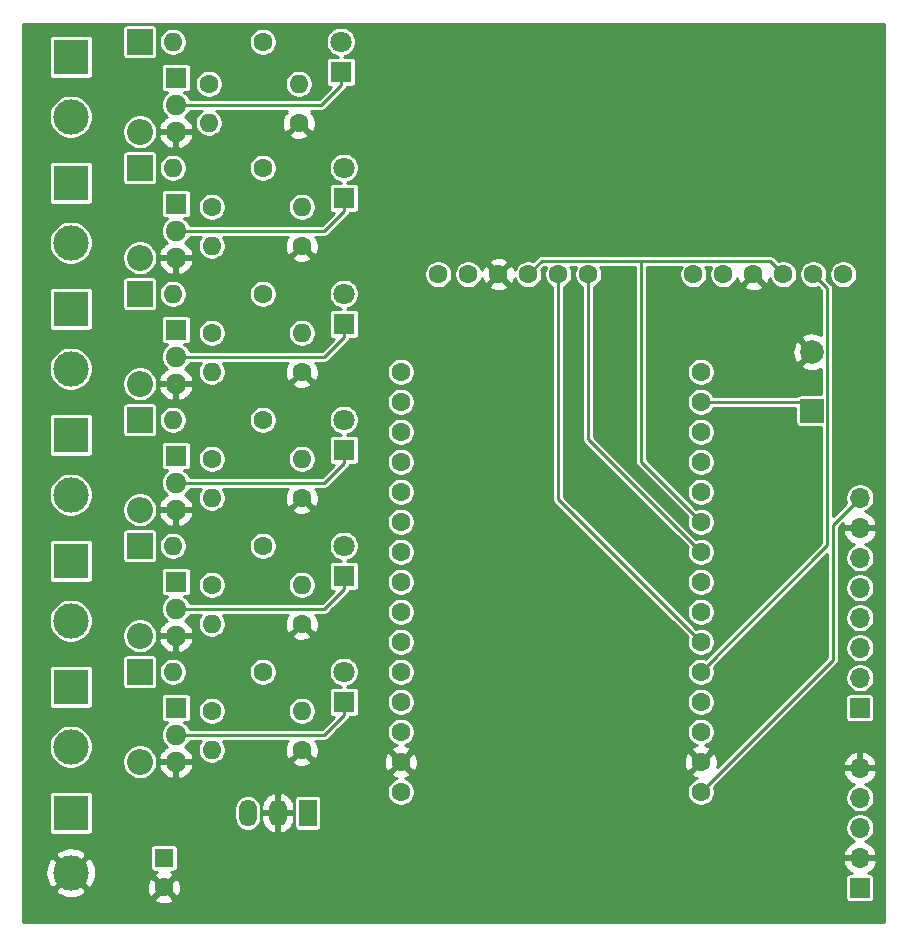
<source format=gbr>
G04 #@! TF.GenerationSoftware,KiCad,Pcbnew,5.1.5-52549c5~84~ubuntu18.04.1*
G04 #@! TF.CreationDate,2020-01-16T21:55:41+01:00*
G04 #@! TF.ProjectId,incinerator,696e6369-6e65-4726-9174-6f722e6b6963,v00*
G04 #@! TF.SameCoordinates,Original*
G04 #@! TF.FileFunction,Copper,L2,Bot*
G04 #@! TF.FilePolarity,Positive*
%FSLAX46Y46*%
G04 Gerber Fmt 4.6, Leading zero omitted, Abs format (unit mm)*
G04 Created by KiCad (PCBNEW 5.1.5-52549c5~84~ubuntu18.04.1) date 2020-01-16 21:55:41*
%MOMM*%
%LPD*%
G04 APERTURE LIST*
%ADD10O,1.700000X1.700000*%
%ADD11R,1.700000X1.700000*%
%ADD12R,1.800000X1.800000*%
%ADD13C,1.800000*%
%ADD14O,1.600000X1.600000*%
%ADD15C,1.600000*%
%ADD16O,1.800000X1.714500*%
%ADD17R,1.800000X1.714500*%
%ADD18O,2.200000X2.200000*%
%ADD19R,2.200000X2.200000*%
%ADD20C,2.000000*%
%ADD21R,2.000000X2.000000*%
%ADD22C,3.000000*%
%ADD23R,3.000000X3.000000*%
%ADD24R,1.600000X1.600000*%
%ADD25O,1.500000X2.300000*%
%ADD26R,1.500000X2.300000*%
%ADD27C,0.250000*%
%ADD28C,0.254000*%
G04 APERTURE END LIST*
D10*
X172720000Y-113792000D03*
X172720000Y-116332000D03*
X172720000Y-118872000D03*
X172720000Y-121412000D03*
D11*
X172720000Y-123952000D03*
D10*
X172720000Y-90932000D03*
X172720000Y-93472000D03*
X172720000Y-96012000D03*
X172720000Y-98552000D03*
X172720000Y-101092000D03*
X172720000Y-103632000D03*
X172720000Y-106172000D03*
D11*
X172720000Y-108712000D03*
D12*
X129032000Y-108204000D03*
D13*
X129032000Y-105664000D03*
D12*
X129032000Y-76200000D03*
D13*
X129032000Y-73660000D03*
D12*
X129032000Y-65532000D03*
D13*
X129032000Y-62992000D03*
D12*
X128778000Y-54864000D03*
D13*
X128778000Y-52324000D03*
D12*
X129032000Y-86868000D03*
D13*
X129032000Y-84328000D03*
D12*
X129032000Y-97536000D03*
D13*
X129032000Y-94996000D03*
D14*
X125476000Y-108966000D03*
D15*
X117856000Y-108966000D03*
D14*
X117856000Y-112268000D03*
D15*
X125476000Y-112268000D03*
D14*
X114554000Y-105664000D03*
D15*
X122174000Y-105664000D03*
D14*
X125476000Y-98298000D03*
D15*
X117856000Y-98298000D03*
D14*
X117856000Y-101600000D03*
D15*
X125476000Y-101600000D03*
D14*
X125222000Y-55880000D03*
D15*
X117602000Y-55880000D03*
D14*
X114554000Y-94996000D03*
D15*
X122174000Y-94996000D03*
D14*
X125476000Y-87630000D03*
D15*
X117856000Y-87630000D03*
D14*
X117856000Y-90932000D03*
D15*
X125476000Y-90932000D03*
D14*
X114554000Y-84328000D03*
D15*
X122174000Y-84328000D03*
D14*
X125476000Y-76962000D03*
D15*
X117856000Y-76962000D03*
D14*
X117602000Y-59182000D03*
D15*
X125222000Y-59182000D03*
D14*
X117856000Y-80264000D03*
D15*
X125476000Y-80264000D03*
D14*
X114554000Y-73660000D03*
D15*
X122174000Y-73660000D03*
D14*
X125476000Y-66294000D03*
D15*
X117856000Y-66294000D03*
D14*
X117856000Y-69596000D03*
D15*
X125476000Y-69596000D03*
D14*
X114554000Y-62992000D03*
D15*
X122174000Y-62992000D03*
D14*
X114554000Y-52324000D03*
D15*
X122174000Y-52324000D03*
D16*
X114808000Y-113284000D03*
X114808000Y-110998000D03*
D17*
X114808000Y-108712000D03*
D16*
X114808000Y-102616000D03*
X114808000Y-100330000D03*
D17*
X114808000Y-98044000D03*
D16*
X114808000Y-91948000D03*
X114808000Y-89662000D03*
D17*
X114808000Y-87376000D03*
D16*
X114808000Y-81280000D03*
X114808000Y-78994000D03*
D17*
X114808000Y-76708000D03*
D16*
X114808000Y-70612000D03*
X114808000Y-68326000D03*
D17*
X114808000Y-66040000D03*
D16*
X114808000Y-59944000D03*
X114808000Y-57658000D03*
D17*
X114808000Y-55372000D03*
D18*
X111760000Y-113284000D03*
D19*
X111760000Y-105664000D03*
D18*
X111760000Y-102616000D03*
D19*
X111760000Y-94996000D03*
D18*
X111760000Y-91948000D03*
D19*
X111760000Y-84328000D03*
D18*
X111760000Y-81280000D03*
D19*
X111760000Y-73660000D03*
D18*
X111760000Y-70612000D03*
D19*
X111760000Y-62992000D03*
D18*
X111760000Y-59944000D03*
D19*
X111760000Y-52324000D03*
D20*
X168656000Y-78566000D03*
D21*
X168656000Y-83566000D03*
D22*
X105918000Y-112014000D03*
D23*
X105918000Y-106934000D03*
D22*
X105918000Y-80010000D03*
D23*
X105918000Y-74930000D03*
D22*
X105918000Y-69342000D03*
D23*
X105918000Y-64262000D03*
D15*
X113792000Y-123912000D03*
D24*
X113792000Y-121412000D03*
D22*
X105918000Y-122682000D03*
D23*
X105918000Y-117602000D03*
D22*
X105918000Y-58674000D03*
D23*
X105918000Y-53594000D03*
D25*
X120904000Y-117602000D03*
X123444000Y-117602000D03*
D26*
X125984000Y-117602000D03*
D15*
X133858000Y-115824000D03*
X159258000Y-115824000D03*
X133858000Y-113284000D03*
X159258000Y-113284000D03*
X133858000Y-110744000D03*
X159258000Y-110744000D03*
X133858000Y-108204000D03*
X159258000Y-108204000D03*
X133858000Y-105664000D03*
X159258000Y-105664000D03*
X133858000Y-103124000D03*
X159258000Y-103124000D03*
X133858000Y-100584000D03*
X159258000Y-100584000D03*
X133858000Y-98044000D03*
X159258000Y-98044000D03*
X133858000Y-95504000D03*
X159258000Y-95504000D03*
X133858000Y-92964000D03*
X159258000Y-92964000D03*
X133858000Y-90424000D03*
X159258000Y-90424000D03*
X133858000Y-87884000D03*
X159258000Y-87884000D03*
X133858000Y-85344000D03*
X159258000Y-85344000D03*
X133858000Y-82804000D03*
X159258000Y-82804000D03*
X133858000Y-80264000D03*
X159258000Y-80264000D03*
X149733000Y-72009000D03*
X147193000Y-72009000D03*
X144653000Y-72009000D03*
X142113000Y-72009000D03*
X139573000Y-72009000D03*
X137033000Y-72009000D03*
X171323000Y-72009000D03*
X168783000Y-72009000D03*
X166243000Y-72009000D03*
X163703000Y-72009000D03*
X161163000Y-72009000D03*
X158623000Y-72009000D03*
D22*
X105918000Y-90678000D03*
D23*
X105918000Y-85598000D03*
D22*
X105918000Y-101346000D03*
D23*
X105918000Y-96266000D03*
D27*
X167894000Y-82804000D02*
X168656000Y-83566000D01*
X159258000Y-82804000D02*
X167894000Y-82804000D01*
X128778000Y-56014000D02*
X128778000Y-54864000D01*
X127134000Y-57658000D02*
X128778000Y-56014000D01*
X114808000Y-57658000D02*
X127134000Y-57658000D01*
X149860000Y-72136000D02*
X149733000Y-72009000D01*
X149733000Y-85979000D02*
X149733000Y-72009000D01*
X159258000Y-95504000D02*
X149733000Y-85979000D01*
X171870001Y-91781999D02*
X172720000Y-90932000D01*
X170431011Y-93220989D02*
X171870001Y-91781999D01*
X170431011Y-104650989D02*
X170431011Y-93220989D01*
X159258000Y-115824000D02*
X170431011Y-104650989D01*
X165443001Y-71209001D02*
X166243000Y-72009000D01*
X165117999Y-70883999D02*
X165443001Y-71209001D01*
X144653000Y-72009000D02*
X145778001Y-70883999D01*
X159004000Y-92964000D02*
X159258000Y-92964000D01*
X159258000Y-92964000D02*
X159766000Y-92964000D01*
X154178000Y-87884000D02*
X154178000Y-70866000D01*
X159258000Y-92964000D02*
X154178000Y-87884000D01*
X145778001Y-70883999D02*
X154178000Y-70866000D01*
X154178000Y-70866000D02*
X165117999Y-70883999D01*
X147066000Y-71882000D02*
X147193000Y-72009000D01*
X147193000Y-91059000D02*
X147193000Y-72009000D01*
X159258000Y-103124000D02*
X147193000Y-91059000D01*
X169582999Y-72808999D02*
X168783000Y-72009000D01*
X169981001Y-73207001D02*
X169582999Y-72808999D01*
X169981001Y-94940999D02*
X169981001Y-73207001D01*
X159258000Y-105664000D02*
X169981001Y-94940999D01*
X139319000Y-72009000D02*
X139573000Y-72009000D01*
X129032000Y-66682000D02*
X129032000Y-65532000D01*
X127388000Y-68326000D02*
X129032000Y-66682000D01*
X114808000Y-68326000D02*
X127388000Y-68326000D01*
X129032000Y-77350000D02*
X129032000Y-76200000D01*
X127388000Y-78994000D02*
X129032000Y-77350000D01*
X114808000Y-78994000D02*
X127388000Y-78994000D01*
X129032000Y-88018000D02*
X129032000Y-86868000D01*
X127388000Y-89662000D02*
X129032000Y-88018000D01*
X114808000Y-89662000D02*
X127388000Y-89662000D01*
X129032000Y-98686000D02*
X129032000Y-97536000D01*
X127388000Y-100330000D02*
X129032000Y-98686000D01*
X114808000Y-100330000D02*
X127388000Y-100330000D01*
X127388000Y-110998000D02*
X129032000Y-109354000D01*
X129032000Y-109354000D02*
X129032000Y-108204000D01*
X114808000Y-110998000D02*
X127388000Y-110998000D01*
D28*
G36*
X174727000Y-126848000D02*
G01*
X101879000Y-126848000D01*
X101879000Y-124904702D01*
X112978903Y-124904702D01*
X113050486Y-125148671D01*
X113305996Y-125269571D01*
X113580184Y-125338300D01*
X113862512Y-125352217D01*
X114142130Y-125310787D01*
X114408292Y-125215603D01*
X114533514Y-125148671D01*
X114605097Y-124904702D01*
X113792000Y-124091605D01*
X112978903Y-124904702D01*
X101879000Y-124904702D01*
X101879000Y-124173653D01*
X104605952Y-124173653D01*
X104761962Y-124489214D01*
X105136745Y-124680020D01*
X105541551Y-124794044D01*
X105960824Y-124826902D01*
X106378451Y-124777334D01*
X106778383Y-124647243D01*
X107074038Y-124489214D01*
X107230048Y-124173653D01*
X105918000Y-122861605D01*
X104605952Y-124173653D01*
X101879000Y-124173653D01*
X101879000Y-122724824D01*
X103773098Y-122724824D01*
X103822666Y-123142451D01*
X103952757Y-123542383D01*
X104110786Y-123838038D01*
X104426347Y-123994048D01*
X105738395Y-122682000D01*
X106097605Y-122682000D01*
X107409653Y-123994048D01*
X107432986Y-123982512D01*
X112351783Y-123982512D01*
X112393213Y-124262130D01*
X112488397Y-124528292D01*
X112555329Y-124653514D01*
X112799298Y-124725097D01*
X113612395Y-123912000D01*
X113971605Y-123912000D01*
X114784702Y-124725097D01*
X115028671Y-124653514D01*
X115149571Y-124398004D01*
X115218300Y-124123816D01*
X115232217Y-123841488D01*
X115190787Y-123561870D01*
X115095603Y-123295708D01*
X115028671Y-123170486D01*
X114784702Y-123098903D01*
X113971605Y-123912000D01*
X113612395Y-123912000D01*
X112799298Y-123098903D01*
X112555329Y-123170486D01*
X112434429Y-123425996D01*
X112365700Y-123700184D01*
X112351783Y-123982512D01*
X107432986Y-123982512D01*
X107725214Y-123838038D01*
X107916020Y-123463255D01*
X108030044Y-123058449D01*
X108062902Y-122639176D01*
X108013334Y-122221549D01*
X107883243Y-121821617D01*
X107725214Y-121525962D01*
X107409653Y-121369952D01*
X106097605Y-122682000D01*
X105738395Y-122682000D01*
X104426347Y-121369952D01*
X104110786Y-121525962D01*
X103919980Y-121900745D01*
X103805956Y-122305551D01*
X103773098Y-122724824D01*
X101879000Y-122724824D01*
X101879000Y-121190347D01*
X104605952Y-121190347D01*
X105918000Y-122502395D01*
X107230048Y-121190347D01*
X107074038Y-120874786D01*
X106699255Y-120683980D01*
X106443713Y-120612000D01*
X112609157Y-120612000D01*
X112609157Y-122212000D01*
X112616513Y-122286689D01*
X112638299Y-122358508D01*
X112673678Y-122424696D01*
X112721289Y-122482711D01*
X112779304Y-122530322D01*
X112845492Y-122565701D01*
X112917311Y-122587487D01*
X112992000Y-122594843D01*
X113213609Y-122594843D01*
X113175708Y-122608397D01*
X113050486Y-122675329D01*
X112978903Y-122919298D01*
X113792000Y-123732395D01*
X114605097Y-122919298D01*
X114533514Y-122675329D01*
X114363415Y-122594843D01*
X114592000Y-122594843D01*
X114666689Y-122587487D01*
X114738508Y-122565701D01*
X114804696Y-122530322D01*
X114862711Y-122482711D01*
X114910322Y-122424696D01*
X114945701Y-122358508D01*
X114967487Y-122286689D01*
X114974843Y-122212000D01*
X114974843Y-121768890D01*
X171278524Y-121768890D01*
X171323175Y-121916099D01*
X171448359Y-122178920D01*
X171622412Y-122412269D01*
X171838645Y-122607178D01*
X172026633Y-122719157D01*
X171870000Y-122719157D01*
X171795311Y-122726513D01*
X171723492Y-122748299D01*
X171657304Y-122783678D01*
X171599289Y-122831289D01*
X171551678Y-122889304D01*
X171516299Y-122955492D01*
X171494513Y-123027311D01*
X171487157Y-123102000D01*
X171487157Y-124802000D01*
X171494513Y-124876689D01*
X171516299Y-124948508D01*
X171551678Y-125014696D01*
X171599289Y-125072711D01*
X171657304Y-125120322D01*
X171723492Y-125155701D01*
X171795311Y-125177487D01*
X171870000Y-125184843D01*
X173570000Y-125184843D01*
X173644689Y-125177487D01*
X173716508Y-125155701D01*
X173782696Y-125120322D01*
X173840711Y-125072711D01*
X173888322Y-125014696D01*
X173923701Y-124948508D01*
X173945487Y-124876689D01*
X173952843Y-124802000D01*
X173952843Y-123102000D01*
X173945487Y-123027311D01*
X173923701Y-122955492D01*
X173888322Y-122889304D01*
X173840711Y-122831289D01*
X173782696Y-122783678D01*
X173716508Y-122748299D01*
X173644689Y-122726513D01*
X173570000Y-122719157D01*
X173413367Y-122719157D01*
X173601355Y-122607178D01*
X173817588Y-122412269D01*
X173991641Y-122178920D01*
X174116825Y-121916099D01*
X174161476Y-121768890D01*
X174040155Y-121539000D01*
X172847000Y-121539000D01*
X172847000Y-121559000D01*
X172593000Y-121559000D01*
X172593000Y-121539000D01*
X171399845Y-121539000D01*
X171278524Y-121768890D01*
X114974843Y-121768890D01*
X114974843Y-121055110D01*
X171278524Y-121055110D01*
X171399845Y-121285000D01*
X172593000Y-121285000D01*
X172593000Y-121265000D01*
X172847000Y-121265000D01*
X172847000Y-121285000D01*
X174040155Y-121285000D01*
X174161476Y-121055110D01*
X174116825Y-120907901D01*
X173991641Y-120645080D01*
X173817588Y-120411731D01*
X173601355Y-120216822D01*
X173351252Y-120067843D01*
X173188832Y-120010228D01*
X173303097Y-119962898D01*
X173504717Y-119828180D01*
X173676180Y-119656717D01*
X173810898Y-119455097D01*
X173903693Y-119231069D01*
X173951000Y-118993243D01*
X173951000Y-118750757D01*
X173903693Y-118512931D01*
X173810898Y-118288903D01*
X173676180Y-118087283D01*
X173504717Y-117915820D01*
X173303097Y-117781102D01*
X173079069Y-117688307D01*
X172841243Y-117641000D01*
X172598757Y-117641000D01*
X172360931Y-117688307D01*
X172136903Y-117781102D01*
X171935283Y-117915820D01*
X171763820Y-118087283D01*
X171629102Y-118288903D01*
X171536307Y-118512931D01*
X171489000Y-118750757D01*
X171489000Y-118993243D01*
X171536307Y-119231069D01*
X171629102Y-119455097D01*
X171763820Y-119656717D01*
X171935283Y-119828180D01*
X172136903Y-119962898D01*
X172251168Y-120010228D01*
X172088748Y-120067843D01*
X171838645Y-120216822D01*
X171622412Y-120411731D01*
X171448359Y-120645080D01*
X171323175Y-120907901D01*
X171278524Y-121055110D01*
X114974843Y-121055110D01*
X114974843Y-120612000D01*
X114967487Y-120537311D01*
X114945701Y-120465492D01*
X114910322Y-120399304D01*
X114862711Y-120341289D01*
X114804696Y-120293678D01*
X114738508Y-120258299D01*
X114666689Y-120236513D01*
X114592000Y-120229157D01*
X112992000Y-120229157D01*
X112917311Y-120236513D01*
X112845492Y-120258299D01*
X112779304Y-120293678D01*
X112721289Y-120341289D01*
X112673678Y-120399304D01*
X112638299Y-120465492D01*
X112616513Y-120537311D01*
X112609157Y-120612000D01*
X106443713Y-120612000D01*
X106294449Y-120569956D01*
X105875176Y-120537098D01*
X105457549Y-120586666D01*
X105057617Y-120716757D01*
X104761962Y-120874786D01*
X104605952Y-121190347D01*
X101879000Y-121190347D01*
X101879000Y-116102000D01*
X104035157Y-116102000D01*
X104035157Y-119102000D01*
X104042513Y-119176689D01*
X104064299Y-119248508D01*
X104099678Y-119314696D01*
X104147289Y-119372711D01*
X104205304Y-119420322D01*
X104271492Y-119455701D01*
X104343311Y-119477487D01*
X104418000Y-119484843D01*
X107418000Y-119484843D01*
X107492689Y-119477487D01*
X107564508Y-119455701D01*
X107630696Y-119420322D01*
X107688711Y-119372711D01*
X107736322Y-119314696D01*
X107771701Y-119248508D01*
X107793487Y-119176689D01*
X107800843Y-119102000D01*
X107800843Y-117146442D01*
X119773000Y-117146442D01*
X119773000Y-118057557D01*
X119789365Y-118223714D01*
X119854037Y-118436908D01*
X119959058Y-118633390D01*
X120100393Y-118805607D01*
X120272610Y-118946942D01*
X120469091Y-119051963D01*
X120682285Y-119116635D01*
X120904000Y-119138472D01*
X121125714Y-119116635D01*
X121338908Y-119051963D01*
X121535390Y-118946942D01*
X121707607Y-118805607D01*
X121848942Y-118633390D01*
X121953963Y-118436909D01*
X122018635Y-118223715D01*
X122035000Y-118057558D01*
X122035000Y-117729000D01*
X122059000Y-117729000D01*
X122059000Y-118129000D01*
X122110389Y-118396760D01*
X122213028Y-118649349D01*
X122362972Y-118877061D01*
X122554460Y-119071145D01*
X122780132Y-119224142D01*
X123031316Y-119330173D01*
X123102815Y-119344318D01*
X123317000Y-119221656D01*
X123317000Y-117729000D01*
X123571000Y-117729000D01*
X123571000Y-119221656D01*
X123785185Y-119344318D01*
X123856684Y-119330173D01*
X124107868Y-119224142D01*
X124333540Y-119071145D01*
X124525028Y-118877061D01*
X124674972Y-118649349D01*
X124777611Y-118396760D01*
X124829000Y-118129000D01*
X124829000Y-117729000D01*
X123571000Y-117729000D01*
X123317000Y-117729000D01*
X122059000Y-117729000D01*
X122035000Y-117729000D01*
X122035000Y-117146443D01*
X122027964Y-117075000D01*
X122059000Y-117075000D01*
X122059000Y-117475000D01*
X123317000Y-117475000D01*
X123317000Y-115982344D01*
X123571000Y-115982344D01*
X123571000Y-117475000D01*
X124829000Y-117475000D01*
X124829000Y-117075000D01*
X124777611Y-116807240D01*
X124674972Y-116554651D01*
X124607379Y-116452000D01*
X124851157Y-116452000D01*
X124851157Y-118752000D01*
X124858513Y-118826689D01*
X124880299Y-118898508D01*
X124915678Y-118964696D01*
X124963289Y-119022711D01*
X125021304Y-119070322D01*
X125087492Y-119105701D01*
X125159311Y-119127487D01*
X125234000Y-119134843D01*
X126734000Y-119134843D01*
X126808689Y-119127487D01*
X126880508Y-119105701D01*
X126946696Y-119070322D01*
X127004711Y-119022711D01*
X127052322Y-118964696D01*
X127087701Y-118898508D01*
X127109487Y-118826689D01*
X127116843Y-118752000D01*
X127116843Y-116452000D01*
X127109487Y-116377311D01*
X127087701Y-116305492D01*
X127052322Y-116239304D01*
X127004711Y-116181289D01*
X126946696Y-116133678D01*
X126880508Y-116098299D01*
X126808689Y-116076513D01*
X126734000Y-116069157D01*
X125234000Y-116069157D01*
X125159311Y-116076513D01*
X125087492Y-116098299D01*
X125021304Y-116133678D01*
X124963289Y-116181289D01*
X124915678Y-116239304D01*
X124880299Y-116305492D01*
X124858513Y-116377311D01*
X124851157Y-116452000D01*
X124607379Y-116452000D01*
X124525028Y-116326939D01*
X124333540Y-116132855D01*
X124107868Y-115979858D01*
X123856684Y-115873827D01*
X123785185Y-115859682D01*
X123571000Y-115982344D01*
X123317000Y-115982344D01*
X123102815Y-115859682D01*
X123031316Y-115873827D01*
X122780132Y-115979858D01*
X122554460Y-116132855D01*
X122362972Y-116326939D01*
X122213028Y-116554651D01*
X122110389Y-116807240D01*
X122059000Y-117075000D01*
X122027964Y-117075000D01*
X122018635Y-116980286D01*
X121953963Y-116767091D01*
X121848942Y-116570610D01*
X121707607Y-116398393D01*
X121535390Y-116257058D01*
X121338909Y-116152037D01*
X121125715Y-116087365D01*
X120904000Y-116065528D01*
X120682286Y-116087365D01*
X120469092Y-116152037D01*
X120272611Y-116257058D01*
X120100394Y-116398393D01*
X119959059Y-116570610D01*
X119854037Y-116767091D01*
X119789365Y-116980285D01*
X119773000Y-117146442D01*
X107800843Y-117146442D01*
X107800843Y-116102000D01*
X107793487Y-116027311D01*
X107771701Y-115955492D01*
X107736322Y-115889304D01*
X107688711Y-115831289D01*
X107630696Y-115783678D01*
X107564508Y-115748299D01*
X107492689Y-115726513D01*
X107418000Y-115719157D01*
X104418000Y-115719157D01*
X104343311Y-115726513D01*
X104271492Y-115748299D01*
X104205304Y-115783678D01*
X104147289Y-115831289D01*
X104099678Y-115889304D01*
X104064299Y-115955492D01*
X104042513Y-116027311D01*
X104035157Y-116102000D01*
X101879000Y-116102000D01*
X101879000Y-115707682D01*
X132677000Y-115707682D01*
X132677000Y-115940318D01*
X132722386Y-116168485D01*
X132811412Y-116383413D01*
X132940658Y-116576843D01*
X133105157Y-116741342D01*
X133298587Y-116870588D01*
X133513515Y-116959614D01*
X133741682Y-117005000D01*
X133974318Y-117005000D01*
X134202485Y-116959614D01*
X134417413Y-116870588D01*
X134610843Y-116741342D01*
X134775342Y-116576843D01*
X134904588Y-116383413D01*
X134993614Y-116168485D01*
X135039000Y-115940318D01*
X135039000Y-115707682D01*
X134993614Y-115479515D01*
X134904588Y-115264587D01*
X134775342Y-115071157D01*
X134610843Y-114906658D01*
X134417413Y-114777412D01*
X134202485Y-114688386D01*
X134188763Y-114685657D01*
X134208130Y-114682787D01*
X134474292Y-114587603D01*
X134599514Y-114520671D01*
X134671097Y-114276702D01*
X133858000Y-113463605D01*
X133044903Y-114276702D01*
X133116486Y-114520671D01*
X133371996Y-114641571D01*
X133538741Y-114683368D01*
X133513515Y-114688386D01*
X133298587Y-114777412D01*
X133105157Y-114906658D01*
X132940658Y-115071157D01*
X132811412Y-115264587D01*
X132722386Y-115479515D01*
X132677000Y-115707682D01*
X101879000Y-115707682D01*
X101879000Y-111828738D01*
X104037000Y-111828738D01*
X104037000Y-112199262D01*
X104109286Y-112562667D01*
X104251080Y-112904987D01*
X104456932Y-113213067D01*
X104718933Y-113475068D01*
X105027013Y-113680920D01*
X105369333Y-113822714D01*
X105732738Y-113895000D01*
X106103262Y-113895000D01*
X106466667Y-113822714D01*
X106808987Y-113680920D01*
X107117067Y-113475068D01*
X107379068Y-113213067D01*
X107429136Y-113138134D01*
X110279000Y-113138134D01*
X110279000Y-113429866D01*
X110335914Y-113715992D01*
X110447555Y-113985517D01*
X110609632Y-114228083D01*
X110815917Y-114434368D01*
X111058483Y-114596445D01*
X111328008Y-114708086D01*
X111614134Y-114765000D01*
X111905866Y-114765000D01*
X112191992Y-114708086D01*
X112461517Y-114596445D01*
X112704083Y-114434368D01*
X112910368Y-114228083D01*
X113072445Y-113985517D01*
X113184086Y-113715992D01*
X113198798Y-113642029D01*
X113316587Y-113642029D01*
X113378059Y-113830733D01*
X113511376Y-114090855D01*
X113692878Y-114319970D01*
X113915591Y-114509274D01*
X114170956Y-114651491D01*
X114449159Y-114741156D01*
X114681000Y-114613914D01*
X114681000Y-113411000D01*
X114935000Y-113411000D01*
X114935000Y-114613914D01*
X115166841Y-114741156D01*
X115445044Y-114651491D01*
X115700409Y-114509274D01*
X115923122Y-114319970D01*
X116104624Y-114090855D01*
X116237941Y-113830733D01*
X116299413Y-113642029D01*
X116178189Y-113411000D01*
X114935000Y-113411000D01*
X114681000Y-113411000D01*
X113437811Y-113411000D01*
X113316587Y-113642029D01*
X113198798Y-113642029D01*
X113241000Y-113429866D01*
X113241000Y-113138134D01*
X113198799Y-112925971D01*
X113316587Y-112925971D01*
X113437811Y-113157000D01*
X114681000Y-113157000D01*
X114681000Y-113137000D01*
X114935000Y-113137000D01*
X114935000Y-113157000D01*
X116178189Y-113157000D01*
X116299413Y-112925971D01*
X116237941Y-112737267D01*
X116104624Y-112477145D01*
X115923122Y-112248030D01*
X115700409Y-112058726D01*
X115587045Y-111995592D01*
X115730561Y-111877811D01*
X115885299Y-111689263D01*
X115984324Y-111504000D01*
X116949815Y-111504000D01*
X116938658Y-111515157D01*
X116809412Y-111708587D01*
X116720386Y-111923515D01*
X116675000Y-112151682D01*
X116675000Y-112384318D01*
X116720386Y-112612485D01*
X116809412Y-112827413D01*
X116938658Y-113020843D01*
X117103157Y-113185342D01*
X117296587Y-113314588D01*
X117511515Y-113403614D01*
X117739682Y-113449000D01*
X117972318Y-113449000D01*
X118200485Y-113403614D01*
X118415413Y-113314588D01*
X118496058Y-113260702D01*
X124662903Y-113260702D01*
X124734486Y-113504671D01*
X124989996Y-113625571D01*
X125264184Y-113694300D01*
X125546512Y-113708217D01*
X125826130Y-113666787D01*
X126092292Y-113571603D01*
X126217514Y-113504671D01*
X126261572Y-113354512D01*
X132417783Y-113354512D01*
X132459213Y-113634130D01*
X132554397Y-113900292D01*
X132621329Y-114025514D01*
X132865298Y-114097097D01*
X133678395Y-113284000D01*
X134037605Y-113284000D01*
X134850702Y-114097097D01*
X135094671Y-114025514D01*
X135215571Y-113770004D01*
X135284300Y-113495816D01*
X135291265Y-113354512D01*
X157817783Y-113354512D01*
X157859213Y-113634130D01*
X157954397Y-113900292D01*
X158021329Y-114025514D01*
X158265298Y-114097097D01*
X159078395Y-113284000D01*
X158265298Y-112470903D01*
X158021329Y-112542486D01*
X157900429Y-112797996D01*
X157831700Y-113072184D01*
X157817783Y-113354512D01*
X135291265Y-113354512D01*
X135298217Y-113213488D01*
X135256787Y-112933870D01*
X135161603Y-112667708D01*
X135094671Y-112542486D01*
X134850702Y-112470903D01*
X134037605Y-113284000D01*
X133678395Y-113284000D01*
X132865298Y-112470903D01*
X132621329Y-112542486D01*
X132500429Y-112797996D01*
X132431700Y-113072184D01*
X132417783Y-113354512D01*
X126261572Y-113354512D01*
X126289097Y-113260702D01*
X125476000Y-112447605D01*
X124662903Y-113260702D01*
X118496058Y-113260702D01*
X118608843Y-113185342D01*
X118773342Y-113020843D01*
X118902588Y-112827413D01*
X118991614Y-112612485D01*
X119037000Y-112384318D01*
X119037000Y-112151682D01*
X118991614Y-111923515D01*
X118902588Y-111708587D01*
X118773342Y-111515157D01*
X118762185Y-111504000D01*
X124315966Y-111504000D01*
X124239329Y-111526486D01*
X124118429Y-111781996D01*
X124049700Y-112056184D01*
X124035783Y-112338512D01*
X124077213Y-112618130D01*
X124172397Y-112884292D01*
X124239329Y-113009514D01*
X124483298Y-113081097D01*
X125296395Y-112268000D01*
X125282253Y-112253858D01*
X125461858Y-112074253D01*
X125476000Y-112088395D01*
X125490143Y-112074253D01*
X125669748Y-112253858D01*
X125655605Y-112268000D01*
X126468702Y-113081097D01*
X126712671Y-113009514D01*
X126833571Y-112754004D01*
X126902300Y-112479816D01*
X126916217Y-112197488D01*
X126874787Y-111917870D01*
X126779603Y-111651708D01*
X126712671Y-111526486D01*
X126636034Y-111504000D01*
X127363154Y-111504000D01*
X127388000Y-111506447D01*
X127412846Y-111504000D01*
X127412854Y-111504000D01*
X127487193Y-111496678D01*
X127582575Y-111467745D01*
X127670479Y-111420759D01*
X127747527Y-111357527D01*
X127763376Y-111338215D01*
X128473909Y-110627682D01*
X132677000Y-110627682D01*
X132677000Y-110860318D01*
X132722386Y-111088485D01*
X132811412Y-111303413D01*
X132940658Y-111496843D01*
X133105157Y-111661342D01*
X133298587Y-111790588D01*
X133513515Y-111879614D01*
X133527237Y-111882343D01*
X133507870Y-111885213D01*
X133241708Y-111980397D01*
X133116486Y-112047329D01*
X133044903Y-112291298D01*
X133858000Y-113104395D01*
X134671097Y-112291298D01*
X134599514Y-112047329D01*
X134344004Y-111926429D01*
X134177259Y-111884632D01*
X134202485Y-111879614D01*
X134417413Y-111790588D01*
X134610843Y-111661342D01*
X134775342Y-111496843D01*
X134904588Y-111303413D01*
X134993614Y-111088485D01*
X135039000Y-110860318D01*
X135039000Y-110627682D01*
X158077000Y-110627682D01*
X158077000Y-110860318D01*
X158122386Y-111088485D01*
X158211412Y-111303413D01*
X158340658Y-111496843D01*
X158505157Y-111661342D01*
X158698587Y-111790588D01*
X158913515Y-111879614D01*
X158927237Y-111882343D01*
X158907870Y-111885213D01*
X158641708Y-111980397D01*
X158516486Y-112047329D01*
X158444903Y-112291298D01*
X159258000Y-113104395D01*
X160071097Y-112291298D01*
X159999514Y-112047329D01*
X159744004Y-111926429D01*
X159577259Y-111884632D01*
X159602485Y-111879614D01*
X159817413Y-111790588D01*
X160010843Y-111661342D01*
X160175342Y-111496843D01*
X160304588Y-111303413D01*
X160393614Y-111088485D01*
X160439000Y-110860318D01*
X160439000Y-110627682D01*
X160393614Y-110399515D01*
X160304588Y-110184587D01*
X160175342Y-109991157D01*
X160010843Y-109826658D01*
X159817413Y-109697412D01*
X159602485Y-109608386D01*
X159374318Y-109563000D01*
X159141682Y-109563000D01*
X158913515Y-109608386D01*
X158698587Y-109697412D01*
X158505157Y-109826658D01*
X158340658Y-109991157D01*
X158211412Y-110184587D01*
X158122386Y-110399515D01*
X158077000Y-110627682D01*
X135039000Y-110627682D01*
X134993614Y-110399515D01*
X134904588Y-110184587D01*
X134775342Y-109991157D01*
X134610843Y-109826658D01*
X134417413Y-109697412D01*
X134202485Y-109608386D01*
X133974318Y-109563000D01*
X133741682Y-109563000D01*
X133513515Y-109608386D01*
X133298587Y-109697412D01*
X133105157Y-109826658D01*
X132940658Y-109991157D01*
X132811412Y-110184587D01*
X132722386Y-110399515D01*
X132677000Y-110627682D01*
X128473909Y-110627682D01*
X129372220Y-109729372D01*
X129391527Y-109713527D01*
X129454759Y-109636479D01*
X129501745Y-109548575D01*
X129520471Y-109486843D01*
X129932000Y-109486843D01*
X130006689Y-109479487D01*
X130078508Y-109457701D01*
X130144696Y-109422322D01*
X130202711Y-109374711D01*
X130250322Y-109316696D01*
X130285701Y-109250508D01*
X130307487Y-109178689D01*
X130314843Y-109104000D01*
X130314843Y-108087682D01*
X132677000Y-108087682D01*
X132677000Y-108320318D01*
X132722386Y-108548485D01*
X132811412Y-108763413D01*
X132940658Y-108956843D01*
X133105157Y-109121342D01*
X133298587Y-109250588D01*
X133513515Y-109339614D01*
X133741682Y-109385000D01*
X133974318Y-109385000D01*
X134202485Y-109339614D01*
X134417413Y-109250588D01*
X134610843Y-109121342D01*
X134775342Y-108956843D01*
X134904588Y-108763413D01*
X134993614Y-108548485D01*
X135039000Y-108320318D01*
X135039000Y-108087682D01*
X158077000Y-108087682D01*
X158077000Y-108320318D01*
X158122386Y-108548485D01*
X158211412Y-108763413D01*
X158340658Y-108956843D01*
X158505157Y-109121342D01*
X158698587Y-109250588D01*
X158913515Y-109339614D01*
X159141682Y-109385000D01*
X159374318Y-109385000D01*
X159602485Y-109339614D01*
X159817413Y-109250588D01*
X160010843Y-109121342D01*
X160175342Y-108956843D01*
X160304588Y-108763413D01*
X160393614Y-108548485D01*
X160439000Y-108320318D01*
X160439000Y-108087682D01*
X160393614Y-107859515D01*
X160304588Y-107644587D01*
X160175342Y-107451157D01*
X160010843Y-107286658D01*
X159817413Y-107157412D01*
X159602485Y-107068386D01*
X159374318Y-107023000D01*
X159141682Y-107023000D01*
X158913515Y-107068386D01*
X158698587Y-107157412D01*
X158505157Y-107286658D01*
X158340658Y-107451157D01*
X158211412Y-107644587D01*
X158122386Y-107859515D01*
X158077000Y-108087682D01*
X135039000Y-108087682D01*
X134993614Y-107859515D01*
X134904588Y-107644587D01*
X134775342Y-107451157D01*
X134610843Y-107286658D01*
X134417413Y-107157412D01*
X134202485Y-107068386D01*
X133974318Y-107023000D01*
X133741682Y-107023000D01*
X133513515Y-107068386D01*
X133298587Y-107157412D01*
X133105157Y-107286658D01*
X132940658Y-107451157D01*
X132811412Y-107644587D01*
X132722386Y-107859515D01*
X132677000Y-108087682D01*
X130314843Y-108087682D01*
X130314843Y-107304000D01*
X130307487Y-107229311D01*
X130285701Y-107157492D01*
X130250322Y-107091304D01*
X130202711Y-107033289D01*
X130144696Y-106985678D01*
X130078508Y-106950299D01*
X130006689Y-106928513D01*
X129932000Y-106921157D01*
X129278034Y-106921157D01*
X129405654Y-106895772D01*
X129638781Y-106799207D01*
X129848590Y-106659018D01*
X130027018Y-106480590D01*
X130167207Y-106270781D01*
X130263772Y-106037654D01*
X130313000Y-105790167D01*
X130313000Y-105547682D01*
X132677000Y-105547682D01*
X132677000Y-105780318D01*
X132722386Y-106008485D01*
X132811412Y-106223413D01*
X132940658Y-106416843D01*
X133105157Y-106581342D01*
X133298587Y-106710588D01*
X133513515Y-106799614D01*
X133741682Y-106845000D01*
X133974318Y-106845000D01*
X134202485Y-106799614D01*
X134417413Y-106710588D01*
X134610843Y-106581342D01*
X134775342Y-106416843D01*
X134904588Y-106223413D01*
X134993614Y-106008485D01*
X135039000Y-105780318D01*
X135039000Y-105547682D01*
X134993614Y-105319515D01*
X134904588Y-105104587D01*
X134775342Y-104911157D01*
X134610843Y-104746658D01*
X134417413Y-104617412D01*
X134202485Y-104528386D01*
X133974318Y-104483000D01*
X133741682Y-104483000D01*
X133513515Y-104528386D01*
X133298587Y-104617412D01*
X133105157Y-104746658D01*
X132940658Y-104911157D01*
X132811412Y-105104587D01*
X132722386Y-105319515D01*
X132677000Y-105547682D01*
X130313000Y-105547682D01*
X130313000Y-105537833D01*
X130263772Y-105290346D01*
X130167207Y-105057219D01*
X130027018Y-104847410D01*
X129848590Y-104668982D01*
X129638781Y-104528793D01*
X129405654Y-104432228D01*
X129158167Y-104383000D01*
X128905833Y-104383000D01*
X128658346Y-104432228D01*
X128425219Y-104528793D01*
X128215410Y-104668982D01*
X128036982Y-104847410D01*
X127896793Y-105057219D01*
X127800228Y-105290346D01*
X127751000Y-105537833D01*
X127751000Y-105790167D01*
X127800228Y-106037654D01*
X127896793Y-106270781D01*
X128036982Y-106480590D01*
X128215410Y-106659018D01*
X128425219Y-106799207D01*
X128658346Y-106895772D01*
X128785966Y-106921157D01*
X128132000Y-106921157D01*
X128057311Y-106928513D01*
X127985492Y-106950299D01*
X127919304Y-106985678D01*
X127861289Y-107033289D01*
X127813678Y-107091304D01*
X127778299Y-107157492D01*
X127756513Y-107229311D01*
X127749157Y-107304000D01*
X127749157Y-109104000D01*
X127756513Y-109178689D01*
X127778299Y-109250508D01*
X127813678Y-109316696D01*
X127861289Y-109374711D01*
X127919304Y-109422322D01*
X127985492Y-109457701D01*
X128057311Y-109479487D01*
X128132000Y-109486843D01*
X128183565Y-109486843D01*
X127178409Y-110492000D01*
X115984324Y-110492000D01*
X115885299Y-110306737D01*
X115730561Y-110118189D01*
X115542013Y-109963451D01*
X115520764Y-109952093D01*
X115708000Y-109952093D01*
X115782689Y-109944737D01*
X115854508Y-109922951D01*
X115920696Y-109887572D01*
X115978711Y-109839961D01*
X116026322Y-109781946D01*
X116061701Y-109715758D01*
X116083487Y-109643939D01*
X116090843Y-109569250D01*
X116090843Y-108849682D01*
X116675000Y-108849682D01*
X116675000Y-109082318D01*
X116720386Y-109310485D01*
X116809412Y-109525413D01*
X116938658Y-109718843D01*
X117103157Y-109883342D01*
X117296587Y-110012588D01*
X117511515Y-110101614D01*
X117739682Y-110147000D01*
X117972318Y-110147000D01*
X118200485Y-110101614D01*
X118415413Y-110012588D01*
X118608843Y-109883342D01*
X118773342Y-109718843D01*
X118902588Y-109525413D01*
X118991614Y-109310485D01*
X119037000Y-109082318D01*
X119037000Y-108849682D01*
X124295000Y-108849682D01*
X124295000Y-109082318D01*
X124340386Y-109310485D01*
X124429412Y-109525413D01*
X124558658Y-109718843D01*
X124723157Y-109883342D01*
X124916587Y-110012588D01*
X125131515Y-110101614D01*
X125359682Y-110147000D01*
X125592318Y-110147000D01*
X125820485Y-110101614D01*
X126035413Y-110012588D01*
X126228843Y-109883342D01*
X126393342Y-109718843D01*
X126522588Y-109525413D01*
X126611614Y-109310485D01*
X126657000Y-109082318D01*
X126657000Y-108849682D01*
X126611614Y-108621515D01*
X126522588Y-108406587D01*
X126393342Y-108213157D01*
X126228843Y-108048658D01*
X126035413Y-107919412D01*
X125820485Y-107830386D01*
X125592318Y-107785000D01*
X125359682Y-107785000D01*
X125131515Y-107830386D01*
X124916587Y-107919412D01*
X124723157Y-108048658D01*
X124558658Y-108213157D01*
X124429412Y-108406587D01*
X124340386Y-108621515D01*
X124295000Y-108849682D01*
X119037000Y-108849682D01*
X118991614Y-108621515D01*
X118902588Y-108406587D01*
X118773342Y-108213157D01*
X118608843Y-108048658D01*
X118415413Y-107919412D01*
X118200485Y-107830386D01*
X117972318Y-107785000D01*
X117739682Y-107785000D01*
X117511515Y-107830386D01*
X117296587Y-107919412D01*
X117103157Y-108048658D01*
X116938658Y-108213157D01*
X116809412Y-108406587D01*
X116720386Y-108621515D01*
X116675000Y-108849682D01*
X116090843Y-108849682D01*
X116090843Y-107854750D01*
X116083487Y-107780061D01*
X116061701Y-107708242D01*
X116026322Y-107642054D01*
X115978711Y-107584039D01*
X115920696Y-107536428D01*
X115854508Y-107501049D01*
X115782689Y-107479263D01*
X115708000Y-107471907D01*
X113908000Y-107471907D01*
X113833311Y-107479263D01*
X113761492Y-107501049D01*
X113695304Y-107536428D01*
X113637289Y-107584039D01*
X113589678Y-107642054D01*
X113554299Y-107708242D01*
X113532513Y-107780061D01*
X113525157Y-107854750D01*
X113525157Y-109569250D01*
X113532513Y-109643939D01*
X113554299Y-109715758D01*
X113589678Y-109781946D01*
X113637289Y-109839961D01*
X113695304Y-109887572D01*
X113761492Y-109922951D01*
X113833311Y-109944737D01*
X113908000Y-109952093D01*
X114095236Y-109952093D01*
X114073987Y-109963451D01*
X113885439Y-110118189D01*
X113730701Y-110306737D01*
X113615721Y-110521850D01*
X113544917Y-110755261D01*
X113521009Y-110998000D01*
X113544917Y-111240739D01*
X113615721Y-111474150D01*
X113730701Y-111689263D01*
X113885439Y-111877811D01*
X114028955Y-111995592D01*
X113915591Y-112058726D01*
X113692878Y-112248030D01*
X113511376Y-112477145D01*
X113378059Y-112737267D01*
X113316587Y-112925971D01*
X113198799Y-112925971D01*
X113184086Y-112852008D01*
X113072445Y-112582483D01*
X112910368Y-112339917D01*
X112704083Y-112133632D01*
X112461517Y-111971555D01*
X112191992Y-111859914D01*
X111905866Y-111803000D01*
X111614134Y-111803000D01*
X111328008Y-111859914D01*
X111058483Y-111971555D01*
X110815917Y-112133632D01*
X110609632Y-112339917D01*
X110447555Y-112582483D01*
X110335914Y-112852008D01*
X110279000Y-113138134D01*
X107429136Y-113138134D01*
X107584920Y-112904987D01*
X107726714Y-112562667D01*
X107799000Y-112199262D01*
X107799000Y-111828738D01*
X107726714Y-111465333D01*
X107584920Y-111123013D01*
X107379068Y-110814933D01*
X107117067Y-110552932D01*
X106808987Y-110347080D01*
X106466667Y-110205286D01*
X106103262Y-110133000D01*
X105732738Y-110133000D01*
X105369333Y-110205286D01*
X105027013Y-110347080D01*
X104718933Y-110552932D01*
X104456932Y-110814933D01*
X104251080Y-111123013D01*
X104109286Y-111465333D01*
X104037000Y-111828738D01*
X101879000Y-111828738D01*
X101879000Y-105434000D01*
X104035157Y-105434000D01*
X104035157Y-108434000D01*
X104042513Y-108508689D01*
X104064299Y-108580508D01*
X104099678Y-108646696D01*
X104147289Y-108704711D01*
X104205304Y-108752322D01*
X104271492Y-108787701D01*
X104343311Y-108809487D01*
X104418000Y-108816843D01*
X107418000Y-108816843D01*
X107492689Y-108809487D01*
X107564508Y-108787701D01*
X107630696Y-108752322D01*
X107688711Y-108704711D01*
X107736322Y-108646696D01*
X107771701Y-108580508D01*
X107793487Y-108508689D01*
X107800843Y-108434000D01*
X107800843Y-105434000D01*
X107793487Y-105359311D01*
X107771701Y-105287492D01*
X107736322Y-105221304D01*
X107688711Y-105163289D01*
X107630696Y-105115678D01*
X107564508Y-105080299D01*
X107492689Y-105058513D01*
X107418000Y-105051157D01*
X104418000Y-105051157D01*
X104343311Y-105058513D01*
X104271492Y-105080299D01*
X104205304Y-105115678D01*
X104147289Y-105163289D01*
X104099678Y-105221304D01*
X104064299Y-105287492D01*
X104042513Y-105359311D01*
X104035157Y-105434000D01*
X101879000Y-105434000D01*
X101879000Y-104564000D01*
X110277157Y-104564000D01*
X110277157Y-106764000D01*
X110284513Y-106838689D01*
X110306299Y-106910508D01*
X110341678Y-106976696D01*
X110389289Y-107034711D01*
X110447304Y-107082322D01*
X110513492Y-107117701D01*
X110585311Y-107139487D01*
X110660000Y-107146843D01*
X112860000Y-107146843D01*
X112934689Y-107139487D01*
X113006508Y-107117701D01*
X113072696Y-107082322D01*
X113130711Y-107034711D01*
X113178322Y-106976696D01*
X113213701Y-106910508D01*
X113235487Y-106838689D01*
X113242843Y-106764000D01*
X113242843Y-105547682D01*
X113373000Y-105547682D01*
X113373000Y-105780318D01*
X113418386Y-106008485D01*
X113507412Y-106223413D01*
X113636658Y-106416843D01*
X113801157Y-106581342D01*
X113994587Y-106710588D01*
X114209515Y-106799614D01*
X114437682Y-106845000D01*
X114670318Y-106845000D01*
X114898485Y-106799614D01*
X115113413Y-106710588D01*
X115306843Y-106581342D01*
X115471342Y-106416843D01*
X115600588Y-106223413D01*
X115689614Y-106008485D01*
X115735000Y-105780318D01*
X115735000Y-105547682D01*
X120993000Y-105547682D01*
X120993000Y-105780318D01*
X121038386Y-106008485D01*
X121127412Y-106223413D01*
X121256658Y-106416843D01*
X121421157Y-106581342D01*
X121614587Y-106710588D01*
X121829515Y-106799614D01*
X122057682Y-106845000D01*
X122290318Y-106845000D01*
X122518485Y-106799614D01*
X122733413Y-106710588D01*
X122926843Y-106581342D01*
X123091342Y-106416843D01*
X123220588Y-106223413D01*
X123309614Y-106008485D01*
X123355000Y-105780318D01*
X123355000Y-105547682D01*
X123309614Y-105319515D01*
X123220588Y-105104587D01*
X123091342Y-104911157D01*
X122926843Y-104746658D01*
X122733413Y-104617412D01*
X122518485Y-104528386D01*
X122290318Y-104483000D01*
X122057682Y-104483000D01*
X121829515Y-104528386D01*
X121614587Y-104617412D01*
X121421157Y-104746658D01*
X121256658Y-104911157D01*
X121127412Y-105104587D01*
X121038386Y-105319515D01*
X120993000Y-105547682D01*
X115735000Y-105547682D01*
X115689614Y-105319515D01*
X115600588Y-105104587D01*
X115471342Y-104911157D01*
X115306843Y-104746658D01*
X115113413Y-104617412D01*
X114898485Y-104528386D01*
X114670318Y-104483000D01*
X114437682Y-104483000D01*
X114209515Y-104528386D01*
X113994587Y-104617412D01*
X113801157Y-104746658D01*
X113636658Y-104911157D01*
X113507412Y-105104587D01*
X113418386Y-105319515D01*
X113373000Y-105547682D01*
X113242843Y-105547682D01*
X113242843Y-104564000D01*
X113235487Y-104489311D01*
X113213701Y-104417492D01*
X113178322Y-104351304D01*
X113130711Y-104293289D01*
X113072696Y-104245678D01*
X113006508Y-104210299D01*
X112934689Y-104188513D01*
X112860000Y-104181157D01*
X110660000Y-104181157D01*
X110585311Y-104188513D01*
X110513492Y-104210299D01*
X110447304Y-104245678D01*
X110389289Y-104293289D01*
X110341678Y-104351304D01*
X110306299Y-104417492D01*
X110284513Y-104489311D01*
X110277157Y-104564000D01*
X101879000Y-104564000D01*
X101879000Y-101160738D01*
X104037000Y-101160738D01*
X104037000Y-101531262D01*
X104109286Y-101894667D01*
X104251080Y-102236987D01*
X104456932Y-102545067D01*
X104718933Y-102807068D01*
X105027013Y-103012920D01*
X105369333Y-103154714D01*
X105732738Y-103227000D01*
X106103262Y-103227000D01*
X106466667Y-103154714D01*
X106808987Y-103012920D01*
X107117067Y-102807068D01*
X107379068Y-102545067D01*
X107429136Y-102470134D01*
X110279000Y-102470134D01*
X110279000Y-102761866D01*
X110335914Y-103047992D01*
X110447555Y-103317517D01*
X110609632Y-103560083D01*
X110815917Y-103766368D01*
X111058483Y-103928445D01*
X111328008Y-104040086D01*
X111614134Y-104097000D01*
X111905866Y-104097000D01*
X112191992Y-104040086D01*
X112461517Y-103928445D01*
X112704083Y-103766368D01*
X112910368Y-103560083D01*
X113072445Y-103317517D01*
X113184086Y-103047992D01*
X113198798Y-102974029D01*
X113316587Y-102974029D01*
X113378059Y-103162733D01*
X113511376Y-103422855D01*
X113692878Y-103651970D01*
X113915591Y-103841274D01*
X114170956Y-103983491D01*
X114449159Y-104073156D01*
X114681000Y-103945914D01*
X114681000Y-102743000D01*
X114935000Y-102743000D01*
X114935000Y-103945914D01*
X115166841Y-104073156D01*
X115445044Y-103983491D01*
X115700409Y-103841274D01*
X115923122Y-103651970D01*
X116104624Y-103422855D01*
X116237941Y-103162733D01*
X116299413Y-102974029D01*
X116178189Y-102743000D01*
X114935000Y-102743000D01*
X114681000Y-102743000D01*
X113437811Y-102743000D01*
X113316587Y-102974029D01*
X113198798Y-102974029D01*
X113241000Y-102761866D01*
X113241000Y-102470134D01*
X113198799Y-102257971D01*
X113316587Y-102257971D01*
X113437811Y-102489000D01*
X114681000Y-102489000D01*
X114681000Y-102469000D01*
X114935000Y-102469000D01*
X114935000Y-102489000D01*
X116178189Y-102489000D01*
X116299413Y-102257971D01*
X116237941Y-102069267D01*
X116104624Y-101809145D01*
X115923122Y-101580030D01*
X115700409Y-101390726D01*
X115587045Y-101327592D01*
X115730561Y-101209811D01*
X115885299Y-101021263D01*
X115984324Y-100836000D01*
X116949815Y-100836000D01*
X116938658Y-100847157D01*
X116809412Y-101040587D01*
X116720386Y-101255515D01*
X116675000Y-101483682D01*
X116675000Y-101716318D01*
X116720386Y-101944485D01*
X116809412Y-102159413D01*
X116938658Y-102352843D01*
X117103157Y-102517342D01*
X117296587Y-102646588D01*
X117511515Y-102735614D01*
X117739682Y-102781000D01*
X117972318Y-102781000D01*
X118200485Y-102735614D01*
X118415413Y-102646588D01*
X118496058Y-102592702D01*
X124662903Y-102592702D01*
X124734486Y-102836671D01*
X124989996Y-102957571D01*
X125264184Y-103026300D01*
X125546512Y-103040217D01*
X125766096Y-103007682D01*
X132677000Y-103007682D01*
X132677000Y-103240318D01*
X132722386Y-103468485D01*
X132811412Y-103683413D01*
X132940658Y-103876843D01*
X133105157Y-104041342D01*
X133298587Y-104170588D01*
X133513515Y-104259614D01*
X133741682Y-104305000D01*
X133974318Y-104305000D01*
X134202485Y-104259614D01*
X134417413Y-104170588D01*
X134610843Y-104041342D01*
X134775342Y-103876843D01*
X134904588Y-103683413D01*
X134993614Y-103468485D01*
X135039000Y-103240318D01*
X135039000Y-103007682D01*
X134993614Y-102779515D01*
X134904588Y-102564587D01*
X134775342Y-102371157D01*
X134610843Y-102206658D01*
X134417413Y-102077412D01*
X134202485Y-101988386D01*
X133974318Y-101943000D01*
X133741682Y-101943000D01*
X133513515Y-101988386D01*
X133298587Y-102077412D01*
X133105157Y-102206658D01*
X132940658Y-102371157D01*
X132811412Y-102564587D01*
X132722386Y-102779515D01*
X132677000Y-103007682D01*
X125766096Y-103007682D01*
X125826130Y-102998787D01*
X126092292Y-102903603D01*
X126217514Y-102836671D01*
X126289097Y-102592702D01*
X125476000Y-101779605D01*
X124662903Y-102592702D01*
X118496058Y-102592702D01*
X118608843Y-102517342D01*
X118773342Y-102352843D01*
X118902588Y-102159413D01*
X118991614Y-101944485D01*
X119037000Y-101716318D01*
X119037000Y-101483682D01*
X118991614Y-101255515D01*
X118902588Y-101040587D01*
X118773342Y-100847157D01*
X118762185Y-100836000D01*
X124315966Y-100836000D01*
X124239329Y-100858486D01*
X124118429Y-101113996D01*
X124049700Y-101388184D01*
X124035783Y-101670512D01*
X124077213Y-101950130D01*
X124172397Y-102216292D01*
X124239329Y-102341514D01*
X124483298Y-102413097D01*
X125296395Y-101600000D01*
X125282253Y-101585858D01*
X125461858Y-101406253D01*
X125476000Y-101420395D01*
X125490143Y-101406253D01*
X125669748Y-101585858D01*
X125655605Y-101600000D01*
X126468702Y-102413097D01*
X126712671Y-102341514D01*
X126833571Y-102086004D01*
X126902300Y-101811816D01*
X126916217Y-101529488D01*
X126874787Y-101249870D01*
X126779603Y-100983708D01*
X126712671Y-100858486D01*
X126636034Y-100836000D01*
X127363154Y-100836000D01*
X127388000Y-100838447D01*
X127412846Y-100836000D01*
X127412854Y-100836000D01*
X127487193Y-100828678D01*
X127582575Y-100799745D01*
X127670479Y-100752759D01*
X127747527Y-100689527D01*
X127763376Y-100670215D01*
X127965909Y-100467682D01*
X132677000Y-100467682D01*
X132677000Y-100700318D01*
X132722386Y-100928485D01*
X132811412Y-101143413D01*
X132940658Y-101336843D01*
X133105157Y-101501342D01*
X133298587Y-101630588D01*
X133513515Y-101719614D01*
X133741682Y-101765000D01*
X133974318Y-101765000D01*
X134202485Y-101719614D01*
X134417413Y-101630588D01*
X134610843Y-101501342D01*
X134775342Y-101336843D01*
X134904588Y-101143413D01*
X134993614Y-100928485D01*
X135039000Y-100700318D01*
X135039000Y-100467682D01*
X134993614Y-100239515D01*
X134904588Y-100024587D01*
X134775342Y-99831157D01*
X134610843Y-99666658D01*
X134417413Y-99537412D01*
X134202485Y-99448386D01*
X133974318Y-99403000D01*
X133741682Y-99403000D01*
X133513515Y-99448386D01*
X133298587Y-99537412D01*
X133105157Y-99666658D01*
X132940658Y-99831157D01*
X132811412Y-100024587D01*
X132722386Y-100239515D01*
X132677000Y-100467682D01*
X127965909Y-100467682D01*
X129372220Y-99061372D01*
X129391527Y-99045527D01*
X129454759Y-98968479D01*
X129501745Y-98880575D01*
X129520471Y-98818843D01*
X129932000Y-98818843D01*
X130006689Y-98811487D01*
X130078508Y-98789701D01*
X130144696Y-98754322D01*
X130202711Y-98706711D01*
X130250322Y-98648696D01*
X130285701Y-98582508D01*
X130307487Y-98510689D01*
X130314843Y-98436000D01*
X130314843Y-97927682D01*
X132677000Y-97927682D01*
X132677000Y-98160318D01*
X132722386Y-98388485D01*
X132811412Y-98603413D01*
X132940658Y-98796843D01*
X133105157Y-98961342D01*
X133298587Y-99090588D01*
X133513515Y-99179614D01*
X133741682Y-99225000D01*
X133974318Y-99225000D01*
X134202485Y-99179614D01*
X134417413Y-99090588D01*
X134610843Y-98961342D01*
X134775342Y-98796843D01*
X134904588Y-98603413D01*
X134993614Y-98388485D01*
X135039000Y-98160318D01*
X135039000Y-97927682D01*
X134993614Y-97699515D01*
X134904588Y-97484587D01*
X134775342Y-97291157D01*
X134610843Y-97126658D01*
X134417413Y-96997412D01*
X134202485Y-96908386D01*
X133974318Y-96863000D01*
X133741682Y-96863000D01*
X133513515Y-96908386D01*
X133298587Y-96997412D01*
X133105157Y-97126658D01*
X132940658Y-97291157D01*
X132811412Y-97484587D01*
X132722386Y-97699515D01*
X132677000Y-97927682D01*
X130314843Y-97927682D01*
X130314843Y-96636000D01*
X130307487Y-96561311D01*
X130285701Y-96489492D01*
X130250322Y-96423304D01*
X130202711Y-96365289D01*
X130144696Y-96317678D01*
X130078508Y-96282299D01*
X130006689Y-96260513D01*
X129932000Y-96253157D01*
X129278034Y-96253157D01*
X129405654Y-96227772D01*
X129638781Y-96131207D01*
X129848590Y-95991018D01*
X130027018Y-95812590D01*
X130167207Y-95602781D01*
X130256304Y-95387682D01*
X132677000Y-95387682D01*
X132677000Y-95620318D01*
X132722386Y-95848485D01*
X132811412Y-96063413D01*
X132940658Y-96256843D01*
X133105157Y-96421342D01*
X133298587Y-96550588D01*
X133513515Y-96639614D01*
X133741682Y-96685000D01*
X133974318Y-96685000D01*
X134202485Y-96639614D01*
X134417413Y-96550588D01*
X134610843Y-96421342D01*
X134775342Y-96256843D01*
X134904588Y-96063413D01*
X134993614Y-95848485D01*
X135039000Y-95620318D01*
X135039000Y-95387682D01*
X134993614Y-95159515D01*
X134904588Y-94944587D01*
X134775342Y-94751157D01*
X134610843Y-94586658D01*
X134417413Y-94457412D01*
X134202485Y-94368386D01*
X133974318Y-94323000D01*
X133741682Y-94323000D01*
X133513515Y-94368386D01*
X133298587Y-94457412D01*
X133105157Y-94586658D01*
X132940658Y-94751157D01*
X132811412Y-94944587D01*
X132722386Y-95159515D01*
X132677000Y-95387682D01*
X130256304Y-95387682D01*
X130263772Y-95369654D01*
X130313000Y-95122167D01*
X130313000Y-94869833D01*
X130263772Y-94622346D01*
X130167207Y-94389219D01*
X130027018Y-94179410D01*
X129848590Y-94000982D01*
X129638781Y-93860793D01*
X129405654Y-93764228D01*
X129158167Y-93715000D01*
X128905833Y-93715000D01*
X128658346Y-93764228D01*
X128425219Y-93860793D01*
X128215410Y-94000982D01*
X128036982Y-94179410D01*
X127896793Y-94389219D01*
X127800228Y-94622346D01*
X127751000Y-94869833D01*
X127751000Y-95122167D01*
X127800228Y-95369654D01*
X127896793Y-95602781D01*
X128036982Y-95812590D01*
X128215410Y-95991018D01*
X128425219Y-96131207D01*
X128658346Y-96227772D01*
X128785966Y-96253157D01*
X128132000Y-96253157D01*
X128057311Y-96260513D01*
X127985492Y-96282299D01*
X127919304Y-96317678D01*
X127861289Y-96365289D01*
X127813678Y-96423304D01*
X127778299Y-96489492D01*
X127756513Y-96561311D01*
X127749157Y-96636000D01*
X127749157Y-98436000D01*
X127756513Y-98510689D01*
X127778299Y-98582508D01*
X127813678Y-98648696D01*
X127861289Y-98706711D01*
X127919304Y-98754322D01*
X127985492Y-98789701D01*
X128057311Y-98811487D01*
X128132000Y-98818843D01*
X128183565Y-98818843D01*
X127178409Y-99824000D01*
X115984324Y-99824000D01*
X115885299Y-99638737D01*
X115730561Y-99450189D01*
X115542013Y-99295451D01*
X115520764Y-99284093D01*
X115708000Y-99284093D01*
X115782689Y-99276737D01*
X115854508Y-99254951D01*
X115920696Y-99219572D01*
X115978711Y-99171961D01*
X116026322Y-99113946D01*
X116061701Y-99047758D01*
X116083487Y-98975939D01*
X116090843Y-98901250D01*
X116090843Y-98181682D01*
X116675000Y-98181682D01*
X116675000Y-98414318D01*
X116720386Y-98642485D01*
X116809412Y-98857413D01*
X116938658Y-99050843D01*
X117103157Y-99215342D01*
X117296587Y-99344588D01*
X117511515Y-99433614D01*
X117739682Y-99479000D01*
X117972318Y-99479000D01*
X118200485Y-99433614D01*
X118415413Y-99344588D01*
X118608843Y-99215342D01*
X118773342Y-99050843D01*
X118902588Y-98857413D01*
X118991614Y-98642485D01*
X119037000Y-98414318D01*
X119037000Y-98181682D01*
X124295000Y-98181682D01*
X124295000Y-98414318D01*
X124340386Y-98642485D01*
X124429412Y-98857413D01*
X124558658Y-99050843D01*
X124723157Y-99215342D01*
X124916587Y-99344588D01*
X125131515Y-99433614D01*
X125359682Y-99479000D01*
X125592318Y-99479000D01*
X125820485Y-99433614D01*
X126035413Y-99344588D01*
X126228843Y-99215342D01*
X126393342Y-99050843D01*
X126522588Y-98857413D01*
X126611614Y-98642485D01*
X126657000Y-98414318D01*
X126657000Y-98181682D01*
X126611614Y-97953515D01*
X126522588Y-97738587D01*
X126393342Y-97545157D01*
X126228843Y-97380658D01*
X126035413Y-97251412D01*
X125820485Y-97162386D01*
X125592318Y-97117000D01*
X125359682Y-97117000D01*
X125131515Y-97162386D01*
X124916587Y-97251412D01*
X124723157Y-97380658D01*
X124558658Y-97545157D01*
X124429412Y-97738587D01*
X124340386Y-97953515D01*
X124295000Y-98181682D01*
X119037000Y-98181682D01*
X118991614Y-97953515D01*
X118902588Y-97738587D01*
X118773342Y-97545157D01*
X118608843Y-97380658D01*
X118415413Y-97251412D01*
X118200485Y-97162386D01*
X117972318Y-97117000D01*
X117739682Y-97117000D01*
X117511515Y-97162386D01*
X117296587Y-97251412D01*
X117103157Y-97380658D01*
X116938658Y-97545157D01*
X116809412Y-97738587D01*
X116720386Y-97953515D01*
X116675000Y-98181682D01*
X116090843Y-98181682D01*
X116090843Y-97186750D01*
X116083487Y-97112061D01*
X116061701Y-97040242D01*
X116026322Y-96974054D01*
X115978711Y-96916039D01*
X115920696Y-96868428D01*
X115854508Y-96833049D01*
X115782689Y-96811263D01*
X115708000Y-96803907D01*
X113908000Y-96803907D01*
X113833311Y-96811263D01*
X113761492Y-96833049D01*
X113695304Y-96868428D01*
X113637289Y-96916039D01*
X113589678Y-96974054D01*
X113554299Y-97040242D01*
X113532513Y-97112061D01*
X113525157Y-97186750D01*
X113525157Y-98901250D01*
X113532513Y-98975939D01*
X113554299Y-99047758D01*
X113589678Y-99113946D01*
X113637289Y-99171961D01*
X113695304Y-99219572D01*
X113761492Y-99254951D01*
X113833311Y-99276737D01*
X113908000Y-99284093D01*
X114095236Y-99284093D01*
X114073987Y-99295451D01*
X113885439Y-99450189D01*
X113730701Y-99638737D01*
X113615721Y-99853850D01*
X113544917Y-100087261D01*
X113521009Y-100330000D01*
X113544917Y-100572739D01*
X113615721Y-100806150D01*
X113730701Y-101021263D01*
X113885439Y-101209811D01*
X114028955Y-101327592D01*
X113915591Y-101390726D01*
X113692878Y-101580030D01*
X113511376Y-101809145D01*
X113378059Y-102069267D01*
X113316587Y-102257971D01*
X113198799Y-102257971D01*
X113184086Y-102184008D01*
X113072445Y-101914483D01*
X112910368Y-101671917D01*
X112704083Y-101465632D01*
X112461517Y-101303555D01*
X112191992Y-101191914D01*
X111905866Y-101135000D01*
X111614134Y-101135000D01*
X111328008Y-101191914D01*
X111058483Y-101303555D01*
X110815917Y-101465632D01*
X110609632Y-101671917D01*
X110447555Y-101914483D01*
X110335914Y-102184008D01*
X110279000Y-102470134D01*
X107429136Y-102470134D01*
X107584920Y-102236987D01*
X107726714Y-101894667D01*
X107799000Y-101531262D01*
X107799000Y-101160738D01*
X107726714Y-100797333D01*
X107584920Y-100455013D01*
X107379068Y-100146933D01*
X107117067Y-99884932D01*
X106808987Y-99679080D01*
X106466667Y-99537286D01*
X106103262Y-99465000D01*
X105732738Y-99465000D01*
X105369333Y-99537286D01*
X105027013Y-99679080D01*
X104718933Y-99884932D01*
X104456932Y-100146933D01*
X104251080Y-100455013D01*
X104109286Y-100797333D01*
X104037000Y-101160738D01*
X101879000Y-101160738D01*
X101879000Y-94766000D01*
X104035157Y-94766000D01*
X104035157Y-97766000D01*
X104042513Y-97840689D01*
X104064299Y-97912508D01*
X104099678Y-97978696D01*
X104147289Y-98036711D01*
X104205304Y-98084322D01*
X104271492Y-98119701D01*
X104343311Y-98141487D01*
X104418000Y-98148843D01*
X107418000Y-98148843D01*
X107492689Y-98141487D01*
X107564508Y-98119701D01*
X107630696Y-98084322D01*
X107688711Y-98036711D01*
X107736322Y-97978696D01*
X107771701Y-97912508D01*
X107793487Y-97840689D01*
X107800843Y-97766000D01*
X107800843Y-94766000D01*
X107793487Y-94691311D01*
X107771701Y-94619492D01*
X107736322Y-94553304D01*
X107688711Y-94495289D01*
X107630696Y-94447678D01*
X107564508Y-94412299D01*
X107492689Y-94390513D01*
X107418000Y-94383157D01*
X104418000Y-94383157D01*
X104343311Y-94390513D01*
X104271492Y-94412299D01*
X104205304Y-94447678D01*
X104147289Y-94495289D01*
X104099678Y-94553304D01*
X104064299Y-94619492D01*
X104042513Y-94691311D01*
X104035157Y-94766000D01*
X101879000Y-94766000D01*
X101879000Y-93896000D01*
X110277157Y-93896000D01*
X110277157Y-96096000D01*
X110284513Y-96170689D01*
X110306299Y-96242508D01*
X110341678Y-96308696D01*
X110389289Y-96366711D01*
X110447304Y-96414322D01*
X110513492Y-96449701D01*
X110585311Y-96471487D01*
X110660000Y-96478843D01*
X112860000Y-96478843D01*
X112934689Y-96471487D01*
X113006508Y-96449701D01*
X113072696Y-96414322D01*
X113130711Y-96366711D01*
X113178322Y-96308696D01*
X113213701Y-96242508D01*
X113235487Y-96170689D01*
X113242843Y-96096000D01*
X113242843Y-94879682D01*
X113373000Y-94879682D01*
X113373000Y-95112318D01*
X113418386Y-95340485D01*
X113507412Y-95555413D01*
X113636658Y-95748843D01*
X113801157Y-95913342D01*
X113994587Y-96042588D01*
X114209515Y-96131614D01*
X114437682Y-96177000D01*
X114670318Y-96177000D01*
X114898485Y-96131614D01*
X115113413Y-96042588D01*
X115306843Y-95913342D01*
X115471342Y-95748843D01*
X115600588Y-95555413D01*
X115689614Y-95340485D01*
X115735000Y-95112318D01*
X115735000Y-94879682D01*
X120993000Y-94879682D01*
X120993000Y-95112318D01*
X121038386Y-95340485D01*
X121127412Y-95555413D01*
X121256658Y-95748843D01*
X121421157Y-95913342D01*
X121614587Y-96042588D01*
X121829515Y-96131614D01*
X122057682Y-96177000D01*
X122290318Y-96177000D01*
X122518485Y-96131614D01*
X122733413Y-96042588D01*
X122926843Y-95913342D01*
X123091342Y-95748843D01*
X123220588Y-95555413D01*
X123309614Y-95340485D01*
X123355000Y-95112318D01*
X123355000Y-94879682D01*
X123309614Y-94651515D01*
X123220588Y-94436587D01*
X123091342Y-94243157D01*
X122926843Y-94078658D01*
X122733413Y-93949412D01*
X122518485Y-93860386D01*
X122290318Y-93815000D01*
X122057682Y-93815000D01*
X121829515Y-93860386D01*
X121614587Y-93949412D01*
X121421157Y-94078658D01*
X121256658Y-94243157D01*
X121127412Y-94436587D01*
X121038386Y-94651515D01*
X120993000Y-94879682D01*
X115735000Y-94879682D01*
X115689614Y-94651515D01*
X115600588Y-94436587D01*
X115471342Y-94243157D01*
X115306843Y-94078658D01*
X115113413Y-93949412D01*
X114898485Y-93860386D01*
X114670318Y-93815000D01*
X114437682Y-93815000D01*
X114209515Y-93860386D01*
X113994587Y-93949412D01*
X113801157Y-94078658D01*
X113636658Y-94243157D01*
X113507412Y-94436587D01*
X113418386Y-94651515D01*
X113373000Y-94879682D01*
X113242843Y-94879682D01*
X113242843Y-93896000D01*
X113235487Y-93821311D01*
X113213701Y-93749492D01*
X113178322Y-93683304D01*
X113130711Y-93625289D01*
X113072696Y-93577678D01*
X113006508Y-93542299D01*
X112934689Y-93520513D01*
X112860000Y-93513157D01*
X110660000Y-93513157D01*
X110585311Y-93520513D01*
X110513492Y-93542299D01*
X110447304Y-93577678D01*
X110389289Y-93625289D01*
X110341678Y-93683304D01*
X110306299Y-93749492D01*
X110284513Y-93821311D01*
X110277157Y-93896000D01*
X101879000Y-93896000D01*
X101879000Y-90492738D01*
X104037000Y-90492738D01*
X104037000Y-90863262D01*
X104109286Y-91226667D01*
X104251080Y-91568987D01*
X104456932Y-91877067D01*
X104718933Y-92139068D01*
X105027013Y-92344920D01*
X105369333Y-92486714D01*
X105732738Y-92559000D01*
X106103262Y-92559000D01*
X106466667Y-92486714D01*
X106808987Y-92344920D01*
X107117067Y-92139068D01*
X107379068Y-91877067D01*
X107429136Y-91802134D01*
X110279000Y-91802134D01*
X110279000Y-92093866D01*
X110335914Y-92379992D01*
X110447555Y-92649517D01*
X110609632Y-92892083D01*
X110815917Y-93098368D01*
X111058483Y-93260445D01*
X111328008Y-93372086D01*
X111614134Y-93429000D01*
X111905866Y-93429000D01*
X112191992Y-93372086D01*
X112461517Y-93260445D01*
X112704083Y-93098368D01*
X112910368Y-92892083D01*
X113072445Y-92649517D01*
X113184086Y-92379992D01*
X113198798Y-92306029D01*
X113316587Y-92306029D01*
X113378059Y-92494733D01*
X113511376Y-92754855D01*
X113692878Y-92983970D01*
X113915591Y-93173274D01*
X114170956Y-93315491D01*
X114449159Y-93405156D01*
X114681000Y-93277914D01*
X114681000Y-92075000D01*
X114935000Y-92075000D01*
X114935000Y-93277914D01*
X115166841Y-93405156D01*
X115445044Y-93315491D01*
X115700409Y-93173274D01*
X115923122Y-92983970D01*
X116031087Y-92847682D01*
X132677000Y-92847682D01*
X132677000Y-93080318D01*
X132722386Y-93308485D01*
X132811412Y-93523413D01*
X132940658Y-93716843D01*
X133105157Y-93881342D01*
X133298587Y-94010588D01*
X133513515Y-94099614D01*
X133741682Y-94145000D01*
X133974318Y-94145000D01*
X134202485Y-94099614D01*
X134417413Y-94010588D01*
X134610843Y-93881342D01*
X134775342Y-93716843D01*
X134904588Y-93523413D01*
X134993614Y-93308485D01*
X135039000Y-93080318D01*
X135039000Y-92847682D01*
X134993614Y-92619515D01*
X134904588Y-92404587D01*
X134775342Y-92211157D01*
X134610843Y-92046658D01*
X134417413Y-91917412D01*
X134202485Y-91828386D01*
X133974318Y-91783000D01*
X133741682Y-91783000D01*
X133513515Y-91828386D01*
X133298587Y-91917412D01*
X133105157Y-92046658D01*
X132940658Y-92211157D01*
X132811412Y-92404587D01*
X132722386Y-92619515D01*
X132677000Y-92847682D01*
X116031087Y-92847682D01*
X116104624Y-92754855D01*
X116237941Y-92494733D01*
X116299413Y-92306029D01*
X116178189Y-92075000D01*
X114935000Y-92075000D01*
X114681000Y-92075000D01*
X113437811Y-92075000D01*
X113316587Y-92306029D01*
X113198798Y-92306029D01*
X113241000Y-92093866D01*
X113241000Y-91802134D01*
X113198799Y-91589971D01*
X113316587Y-91589971D01*
X113437811Y-91821000D01*
X114681000Y-91821000D01*
X114681000Y-91801000D01*
X114935000Y-91801000D01*
X114935000Y-91821000D01*
X116178189Y-91821000D01*
X116299413Y-91589971D01*
X116237941Y-91401267D01*
X116104624Y-91141145D01*
X115923122Y-90912030D01*
X115700409Y-90722726D01*
X115587045Y-90659592D01*
X115730561Y-90541811D01*
X115885299Y-90353263D01*
X115984324Y-90168000D01*
X116949815Y-90168000D01*
X116938658Y-90179157D01*
X116809412Y-90372587D01*
X116720386Y-90587515D01*
X116675000Y-90815682D01*
X116675000Y-91048318D01*
X116720386Y-91276485D01*
X116809412Y-91491413D01*
X116938658Y-91684843D01*
X117103157Y-91849342D01*
X117296587Y-91978588D01*
X117511515Y-92067614D01*
X117739682Y-92113000D01*
X117972318Y-92113000D01*
X118200485Y-92067614D01*
X118415413Y-91978588D01*
X118496058Y-91924702D01*
X124662903Y-91924702D01*
X124734486Y-92168671D01*
X124989996Y-92289571D01*
X125264184Y-92358300D01*
X125546512Y-92372217D01*
X125826130Y-92330787D01*
X126092292Y-92235603D01*
X126217514Y-92168671D01*
X126289097Y-91924702D01*
X125476000Y-91111605D01*
X124662903Y-91924702D01*
X118496058Y-91924702D01*
X118608843Y-91849342D01*
X118773342Y-91684843D01*
X118902588Y-91491413D01*
X118991614Y-91276485D01*
X119037000Y-91048318D01*
X119037000Y-90815682D01*
X118991614Y-90587515D01*
X118902588Y-90372587D01*
X118773342Y-90179157D01*
X118762185Y-90168000D01*
X124315966Y-90168000D01*
X124239329Y-90190486D01*
X124118429Y-90445996D01*
X124049700Y-90720184D01*
X124035783Y-91002512D01*
X124077213Y-91282130D01*
X124172397Y-91548292D01*
X124239329Y-91673514D01*
X124483298Y-91745097D01*
X125296395Y-90932000D01*
X125282253Y-90917858D01*
X125461858Y-90738253D01*
X125476000Y-90752395D01*
X125490143Y-90738253D01*
X125669748Y-90917858D01*
X125655605Y-90932000D01*
X126468702Y-91745097D01*
X126712671Y-91673514D01*
X126833571Y-91418004D01*
X126902300Y-91143816D01*
X126916217Y-90861488D01*
X126874787Y-90581870D01*
X126779603Y-90315708D01*
X126775314Y-90307682D01*
X132677000Y-90307682D01*
X132677000Y-90540318D01*
X132722386Y-90768485D01*
X132811412Y-90983413D01*
X132940658Y-91176843D01*
X133105157Y-91341342D01*
X133298587Y-91470588D01*
X133513515Y-91559614D01*
X133741682Y-91605000D01*
X133974318Y-91605000D01*
X134202485Y-91559614D01*
X134417413Y-91470588D01*
X134610843Y-91341342D01*
X134775342Y-91176843D01*
X134904588Y-90983413D01*
X134993614Y-90768485D01*
X135039000Y-90540318D01*
X135039000Y-90307682D01*
X134993614Y-90079515D01*
X134904588Y-89864587D01*
X134775342Y-89671157D01*
X134610843Y-89506658D01*
X134417413Y-89377412D01*
X134202485Y-89288386D01*
X133974318Y-89243000D01*
X133741682Y-89243000D01*
X133513515Y-89288386D01*
X133298587Y-89377412D01*
X133105157Y-89506658D01*
X132940658Y-89671157D01*
X132811412Y-89864587D01*
X132722386Y-90079515D01*
X132677000Y-90307682D01*
X126775314Y-90307682D01*
X126712671Y-90190486D01*
X126636034Y-90168000D01*
X127363154Y-90168000D01*
X127388000Y-90170447D01*
X127412846Y-90168000D01*
X127412854Y-90168000D01*
X127487193Y-90160678D01*
X127582575Y-90131745D01*
X127670479Y-90084759D01*
X127747527Y-90021527D01*
X127763376Y-90002215D01*
X129372220Y-88393372D01*
X129391527Y-88377527D01*
X129454759Y-88300479D01*
X129501745Y-88212575D01*
X129520471Y-88150843D01*
X129932000Y-88150843D01*
X130006689Y-88143487D01*
X130078508Y-88121701D01*
X130144696Y-88086322D01*
X130202711Y-88038711D01*
X130250322Y-87980696D01*
X130285701Y-87914508D01*
X130307487Y-87842689D01*
X130314843Y-87768000D01*
X130314843Y-87767682D01*
X132677000Y-87767682D01*
X132677000Y-88000318D01*
X132722386Y-88228485D01*
X132811412Y-88443413D01*
X132940658Y-88636843D01*
X133105157Y-88801342D01*
X133298587Y-88930588D01*
X133513515Y-89019614D01*
X133741682Y-89065000D01*
X133974318Y-89065000D01*
X134202485Y-89019614D01*
X134417413Y-88930588D01*
X134610843Y-88801342D01*
X134775342Y-88636843D01*
X134904588Y-88443413D01*
X134993614Y-88228485D01*
X135039000Y-88000318D01*
X135039000Y-87767682D01*
X134993614Y-87539515D01*
X134904588Y-87324587D01*
X134775342Y-87131157D01*
X134610843Y-86966658D01*
X134417413Y-86837412D01*
X134202485Y-86748386D01*
X133974318Y-86703000D01*
X133741682Y-86703000D01*
X133513515Y-86748386D01*
X133298587Y-86837412D01*
X133105157Y-86966658D01*
X132940658Y-87131157D01*
X132811412Y-87324587D01*
X132722386Y-87539515D01*
X132677000Y-87767682D01*
X130314843Y-87767682D01*
X130314843Y-85968000D01*
X130307487Y-85893311D01*
X130285701Y-85821492D01*
X130250322Y-85755304D01*
X130202711Y-85697289D01*
X130144696Y-85649678D01*
X130078508Y-85614299D01*
X130006689Y-85592513D01*
X129932000Y-85585157D01*
X129278034Y-85585157D01*
X129405654Y-85559772D01*
X129638781Y-85463207D01*
X129848590Y-85323018D01*
X129943926Y-85227682D01*
X132677000Y-85227682D01*
X132677000Y-85460318D01*
X132722386Y-85688485D01*
X132811412Y-85903413D01*
X132940658Y-86096843D01*
X133105157Y-86261342D01*
X133298587Y-86390588D01*
X133513515Y-86479614D01*
X133741682Y-86525000D01*
X133974318Y-86525000D01*
X134202485Y-86479614D01*
X134417413Y-86390588D01*
X134610843Y-86261342D01*
X134775342Y-86096843D01*
X134904588Y-85903413D01*
X134993614Y-85688485D01*
X135039000Y-85460318D01*
X135039000Y-85227682D01*
X134993614Y-84999515D01*
X134904588Y-84784587D01*
X134775342Y-84591157D01*
X134610843Y-84426658D01*
X134417413Y-84297412D01*
X134202485Y-84208386D01*
X133974318Y-84163000D01*
X133741682Y-84163000D01*
X133513515Y-84208386D01*
X133298587Y-84297412D01*
X133105157Y-84426658D01*
X132940658Y-84591157D01*
X132811412Y-84784587D01*
X132722386Y-84999515D01*
X132677000Y-85227682D01*
X129943926Y-85227682D01*
X130027018Y-85144590D01*
X130167207Y-84934781D01*
X130263772Y-84701654D01*
X130313000Y-84454167D01*
X130313000Y-84201833D01*
X130263772Y-83954346D01*
X130167207Y-83721219D01*
X130027018Y-83511410D01*
X129848590Y-83332982D01*
X129638781Y-83192793D01*
X129405654Y-83096228D01*
X129158167Y-83047000D01*
X128905833Y-83047000D01*
X128658346Y-83096228D01*
X128425219Y-83192793D01*
X128215410Y-83332982D01*
X128036982Y-83511410D01*
X127896793Y-83721219D01*
X127800228Y-83954346D01*
X127751000Y-84201833D01*
X127751000Y-84454167D01*
X127800228Y-84701654D01*
X127896793Y-84934781D01*
X128036982Y-85144590D01*
X128215410Y-85323018D01*
X128425219Y-85463207D01*
X128658346Y-85559772D01*
X128785966Y-85585157D01*
X128132000Y-85585157D01*
X128057311Y-85592513D01*
X127985492Y-85614299D01*
X127919304Y-85649678D01*
X127861289Y-85697289D01*
X127813678Y-85755304D01*
X127778299Y-85821492D01*
X127756513Y-85893311D01*
X127749157Y-85968000D01*
X127749157Y-87768000D01*
X127756513Y-87842689D01*
X127778299Y-87914508D01*
X127813678Y-87980696D01*
X127861289Y-88038711D01*
X127919304Y-88086322D01*
X127985492Y-88121701D01*
X128057311Y-88143487D01*
X128132000Y-88150843D01*
X128183565Y-88150843D01*
X127178409Y-89156000D01*
X115984324Y-89156000D01*
X115885299Y-88970737D01*
X115730561Y-88782189D01*
X115542013Y-88627451D01*
X115520764Y-88616093D01*
X115708000Y-88616093D01*
X115782689Y-88608737D01*
X115854508Y-88586951D01*
X115920696Y-88551572D01*
X115978711Y-88503961D01*
X116026322Y-88445946D01*
X116061701Y-88379758D01*
X116083487Y-88307939D01*
X116090843Y-88233250D01*
X116090843Y-87513682D01*
X116675000Y-87513682D01*
X116675000Y-87746318D01*
X116720386Y-87974485D01*
X116809412Y-88189413D01*
X116938658Y-88382843D01*
X117103157Y-88547342D01*
X117296587Y-88676588D01*
X117511515Y-88765614D01*
X117739682Y-88811000D01*
X117972318Y-88811000D01*
X118200485Y-88765614D01*
X118415413Y-88676588D01*
X118608843Y-88547342D01*
X118773342Y-88382843D01*
X118902588Y-88189413D01*
X118991614Y-87974485D01*
X119037000Y-87746318D01*
X119037000Y-87513682D01*
X124295000Y-87513682D01*
X124295000Y-87746318D01*
X124340386Y-87974485D01*
X124429412Y-88189413D01*
X124558658Y-88382843D01*
X124723157Y-88547342D01*
X124916587Y-88676588D01*
X125131515Y-88765614D01*
X125359682Y-88811000D01*
X125592318Y-88811000D01*
X125820485Y-88765614D01*
X126035413Y-88676588D01*
X126228843Y-88547342D01*
X126393342Y-88382843D01*
X126522588Y-88189413D01*
X126611614Y-87974485D01*
X126657000Y-87746318D01*
X126657000Y-87513682D01*
X126611614Y-87285515D01*
X126522588Y-87070587D01*
X126393342Y-86877157D01*
X126228843Y-86712658D01*
X126035413Y-86583412D01*
X125820485Y-86494386D01*
X125592318Y-86449000D01*
X125359682Y-86449000D01*
X125131515Y-86494386D01*
X124916587Y-86583412D01*
X124723157Y-86712658D01*
X124558658Y-86877157D01*
X124429412Y-87070587D01*
X124340386Y-87285515D01*
X124295000Y-87513682D01*
X119037000Y-87513682D01*
X118991614Y-87285515D01*
X118902588Y-87070587D01*
X118773342Y-86877157D01*
X118608843Y-86712658D01*
X118415413Y-86583412D01*
X118200485Y-86494386D01*
X117972318Y-86449000D01*
X117739682Y-86449000D01*
X117511515Y-86494386D01*
X117296587Y-86583412D01*
X117103157Y-86712658D01*
X116938658Y-86877157D01*
X116809412Y-87070587D01*
X116720386Y-87285515D01*
X116675000Y-87513682D01*
X116090843Y-87513682D01*
X116090843Y-86518750D01*
X116083487Y-86444061D01*
X116061701Y-86372242D01*
X116026322Y-86306054D01*
X115978711Y-86248039D01*
X115920696Y-86200428D01*
X115854508Y-86165049D01*
X115782689Y-86143263D01*
X115708000Y-86135907D01*
X113908000Y-86135907D01*
X113833311Y-86143263D01*
X113761492Y-86165049D01*
X113695304Y-86200428D01*
X113637289Y-86248039D01*
X113589678Y-86306054D01*
X113554299Y-86372242D01*
X113532513Y-86444061D01*
X113525157Y-86518750D01*
X113525157Y-88233250D01*
X113532513Y-88307939D01*
X113554299Y-88379758D01*
X113589678Y-88445946D01*
X113637289Y-88503961D01*
X113695304Y-88551572D01*
X113761492Y-88586951D01*
X113833311Y-88608737D01*
X113908000Y-88616093D01*
X114095236Y-88616093D01*
X114073987Y-88627451D01*
X113885439Y-88782189D01*
X113730701Y-88970737D01*
X113615721Y-89185850D01*
X113544917Y-89419261D01*
X113521009Y-89662000D01*
X113544917Y-89904739D01*
X113615721Y-90138150D01*
X113730701Y-90353263D01*
X113885439Y-90541811D01*
X114028955Y-90659592D01*
X113915591Y-90722726D01*
X113692878Y-90912030D01*
X113511376Y-91141145D01*
X113378059Y-91401267D01*
X113316587Y-91589971D01*
X113198799Y-91589971D01*
X113184086Y-91516008D01*
X113072445Y-91246483D01*
X112910368Y-91003917D01*
X112704083Y-90797632D01*
X112461517Y-90635555D01*
X112191992Y-90523914D01*
X111905866Y-90467000D01*
X111614134Y-90467000D01*
X111328008Y-90523914D01*
X111058483Y-90635555D01*
X110815917Y-90797632D01*
X110609632Y-91003917D01*
X110447555Y-91246483D01*
X110335914Y-91516008D01*
X110279000Y-91802134D01*
X107429136Y-91802134D01*
X107584920Y-91568987D01*
X107726714Y-91226667D01*
X107799000Y-90863262D01*
X107799000Y-90492738D01*
X107726714Y-90129333D01*
X107584920Y-89787013D01*
X107379068Y-89478933D01*
X107117067Y-89216932D01*
X106808987Y-89011080D01*
X106466667Y-88869286D01*
X106103262Y-88797000D01*
X105732738Y-88797000D01*
X105369333Y-88869286D01*
X105027013Y-89011080D01*
X104718933Y-89216932D01*
X104456932Y-89478933D01*
X104251080Y-89787013D01*
X104109286Y-90129333D01*
X104037000Y-90492738D01*
X101879000Y-90492738D01*
X101879000Y-84098000D01*
X104035157Y-84098000D01*
X104035157Y-87098000D01*
X104042513Y-87172689D01*
X104064299Y-87244508D01*
X104099678Y-87310696D01*
X104147289Y-87368711D01*
X104205304Y-87416322D01*
X104271492Y-87451701D01*
X104343311Y-87473487D01*
X104418000Y-87480843D01*
X107418000Y-87480843D01*
X107492689Y-87473487D01*
X107564508Y-87451701D01*
X107630696Y-87416322D01*
X107688711Y-87368711D01*
X107736322Y-87310696D01*
X107771701Y-87244508D01*
X107793487Y-87172689D01*
X107800843Y-87098000D01*
X107800843Y-84098000D01*
X107793487Y-84023311D01*
X107771701Y-83951492D01*
X107736322Y-83885304D01*
X107688711Y-83827289D01*
X107630696Y-83779678D01*
X107564508Y-83744299D01*
X107492689Y-83722513D01*
X107418000Y-83715157D01*
X104418000Y-83715157D01*
X104343311Y-83722513D01*
X104271492Y-83744299D01*
X104205304Y-83779678D01*
X104147289Y-83827289D01*
X104099678Y-83885304D01*
X104064299Y-83951492D01*
X104042513Y-84023311D01*
X104035157Y-84098000D01*
X101879000Y-84098000D01*
X101879000Y-83228000D01*
X110277157Y-83228000D01*
X110277157Y-85428000D01*
X110284513Y-85502689D01*
X110306299Y-85574508D01*
X110341678Y-85640696D01*
X110389289Y-85698711D01*
X110447304Y-85746322D01*
X110513492Y-85781701D01*
X110585311Y-85803487D01*
X110660000Y-85810843D01*
X112860000Y-85810843D01*
X112934689Y-85803487D01*
X113006508Y-85781701D01*
X113072696Y-85746322D01*
X113130711Y-85698711D01*
X113178322Y-85640696D01*
X113213701Y-85574508D01*
X113235487Y-85502689D01*
X113242843Y-85428000D01*
X113242843Y-84211682D01*
X113373000Y-84211682D01*
X113373000Y-84444318D01*
X113418386Y-84672485D01*
X113507412Y-84887413D01*
X113636658Y-85080843D01*
X113801157Y-85245342D01*
X113994587Y-85374588D01*
X114209515Y-85463614D01*
X114437682Y-85509000D01*
X114670318Y-85509000D01*
X114898485Y-85463614D01*
X115113413Y-85374588D01*
X115306843Y-85245342D01*
X115471342Y-85080843D01*
X115600588Y-84887413D01*
X115689614Y-84672485D01*
X115735000Y-84444318D01*
X115735000Y-84211682D01*
X120993000Y-84211682D01*
X120993000Y-84444318D01*
X121038386Y-84672485D01*
X121127412Y-84887413D01*
X121256658Y-85080843D01*
X121421157Y-85245342D01*
X121614587Y-85374588D01*
X121829515Y-85463614D01*
X122057682Y-85509000D01*
X122290318Y-85509000D01*
X122518485Y-85463614D01*
X122733413Y-85374588D01*
X122926843Y-85245342D01*
X123091342Y-85080843D01*
X123220588Y-84887413D01*
X123309614Y-84672485D01*
X123355000Y-84444318D01*
X123355000Y-84211682D01*
X123309614Y-83983515D01*
X123220588Y-83768587D01*
X123091342Y-83575157D01*
X122926843Y-83410658D01*
X122733413Y-83281412D01*
X122518485Y-83192386D01*
X122290318Y-83147000D01*
X122057682Y-83147000D01*
X121829515Y-83192386D01*
X121614587Y-83281412D01*
X121421157Y-83410658D01*
X121256658Y-83575157D01*
X121127412Y-83768587D01*
X121038386Y-83983515D01*
X120993000Y-84211682D01*
X115735000Y-84211682D01*
X115689614Y-83983515D01*
X115600588Y-83768587D01*
X115471342Y-83575157D01*
X115306843Y-83410658D01*
X115113413Y-83281412D01*
X114898485Y-83192386D01*
X114670318Y-83147000D01*
X114437682Y-83147000D01*
X114209515Y-83192386D01*
X113994587Y-83281412D01*
X113801157Y-83410658D01*
X113636658Y-83575157D01*
X113507412Y-83768587D01*
X113418386Y-83983515D01*
X113373000Y-84211682D01*
X113242843Y-84211682D01*
X113242843Y-83228000D01*
X113235487Y-83153311D01*
X113213701Y-83081492D01*
X113178322Y-83015304D01*
X113130711Y-82957289D01*
X113072696Y-82909678D01*
X113006508Y-82874299D01*
X112934689Y-82852513D01*
X112860000Y-82845157D01*
X110660000Y-82845157D01*
X110585311Y-82852513D01*
X110513492Y-82874299D01*
X110447304Y-82909678D01*
X110389289Y-82957289D01*
X110341678Y-83015304D01*
X110306299Y-83081492D01*
X110284513Y-83153311D01*
X110277157Y-83228000D01*
X101879000Y-83228000D01*
X101879000Y-79824738D01*
X104037000Y-79824738D01*
X104037000Y-80195262D01*
X104109286Y-80558667D01*
X104251080Y-80900987D01*
X104456932Y-81209067D01*
X104718933Y-81471068D01*
X105027013Y-81676920D01*
X105369333Y-81818714D01*
X105732738Y-81891000D01*
X106103262Y-81891000D01*
X106466667Y-81818714D01*
X106808987Y-81676920D01*
X107117067Y-81471068D01*
X107379068Y-81209067D01*
X107429136Y-81134134D01*
X110279000Y-81134134D01*
X110279000Y-81425866D01*
X110335914Y-81711992D01*
X110447555Y-81981517D01*
X110609632Y-82224083D01*
X110815917Y-82430368D01*
X111058483Y-82592445D01*
X111328008Y-82704086D01*
X111614134Y-82761000D01*
X111905866Y-82761000D01*
X112191992Y-82704086D01*
X112461517Y-82592445D01*
X112704083Y-82430368D01*
X112910368Y-82224083D01*
X113072445Y-81981517D01*
X113184086Y-81711992D01*
X113198798Y-81638029D01*
X113316587Y-81638029D01*
X113378059Y-81826733D01*
X113511376Y-82086855D01*
X113692878Y-82315970D01*
X113915591Y-82505274D01*
X114170956Y-82647491D01*
X114449159Y-82737156D01*
X114681000Y-82609914D01*
X114681000Y-81407000D01*
X114935000Y-81407000D01*
X114935000Y-82609914D01*
X115166841Y-82737156D01*
X115320343Y-82687682D01*
X132677000Y-82687682D01*
X132677000Y-82920318D01*
X132722386Y-83148485D01*
X132811412Y-83363413D01*
X132940658Y-83556843D01*
X133105157Y-83721342D01*
X133298587Y-83850588D01*
X133513515Y-83939614D01*
X133741682Y-83985000D01*
X133974318Y-83985000D01*
X134202485Y-83939614D01*
X134417413Y-83850588D01*
X134610843Y-83721342D01*
X134775342Y-83556843D01*
X134904588Y-83363413D01*
X134993614Y-83148485D01*
X135039000Y-82920318D01*
X135039000Y-82687682D01*
X134993614Y-82459515D01*
X134904588Y-82244587D01*
X134775342Y-82051157D01*
X134610843Y-81886658D01*
X134417413Y-81757412D01*
X134202485Y-81668386D01*
X133974318Y-81623000D01*
X133741682Y-81623000D01*
X133513515Y-81668386D01*
X133298587Y-81757412D01*
X133105157Y-81886658D01*
X132940658Y-82051157D01*
X132811412Y-82244587D01*
X132722386Y-82459515D01*
X132677000Y-82687682D01*
X115320343Y-82687682D01*
X115445044Y-82647491D01*
X115700409Y-82505274D01*
X115923122Y-82315970D01*
X116104624Y-82086855D01*
X116237941Y-81826733D01*
X116299413Y-81638029D01*
X116178189Y-81407000D01*
X114935000Y-81407000D01*
X114681000Y-81407000D01*
X113437811Y-81407000D01*
X113316587Y-81638029D01*
X113198798Y-81638029D01*
X113241000Y-81425866D01*
X113241000Y-81134134D01*
X113198799Y-80921971D01*
X113316587Y-80921971D01*
X113437811Y-81153000D01*
X114681000Y-81153000D01*
X114681000Y-81133000D01*
X114935000Y-81133000D01*
X114935000Y-81153000D01*
X116178189Y-81153000D01*
X116299413Y-80921971D01*
X116237941Y-80733267D01*
X116104624Y-80473145D01*
X115923122Y-80244030D01*
X115700409Y-80054726D01*
X115587045Y-79991592D01*
X115730561Y-79873811D01*
X115885299Y-79685263D01*
X115984324Y-79500000D01*
X116949815Y-79500000D01*
X116938658Y-79511157D01*
X116809412Y-79704587D01*
X116720386Y-79919515D01*
X116675000Y-80147682D01*
X116675000Y-80380318D01*
X116720386Y-80608485D01*
X116809412Y-80823413D01*
X116938658Y-81016843D01*
X117103157Y-81181342D01*
X117296587Y-81310588D01*
X117511515Y-81399614D01*
X117739682Y-81445000D01*
X117972318Y-81445000D01*
X118200485Y-81399614D01*
X118415413Y-81310588D01*
X118496058Y-81256702D01*
X124662903Y-81256702D01*
X124734486Y-81500671D01*
X124989996Y-81621571D01*
X125264184Y-81690300D01*
X125546512Y-81704217D01*
X125826130Y-81662787D01*
X126092292Y-81567603D01*
X126217514Y-81500671D01*
X126289097Y-81256702D01*
X125476000Y-80443605D01*
X124662903Y-81256702D01*
X118496058Y-81256702D01*
X118608843Y-81181342D01*
X118773342Y-81016843D01*
X118902588Y-80823413D01*
X118991614Y-80608485D01*
X119037000Y-80380318D01*
X119037000Y-80147682D01*
X118991614Y-79919515D01*
X118902588Y-79704587D01*
X118773342Y-79511157D01*
X118762185Y-79500000D01*
X124315966Y-79500000D01*
X124239329Y-79522486D01*
X124118429Y-79777996D01*
X124049700Y-80052184D01*
X124035783Y-80334512D01*
X124077213Y-80614130D01*
X124172397Y-80880292D01*
X124239329Y-81005514D01*
X124483298Y-81077097D01*
X125296395Y-80264000D01*
X125282253Y-80249858D01*
X125461858Y-80070253D01*
X125476000Y-80084395D01*
X125490143Y-80070253D01*
X125669748Y-80249858D01*
X125655605Y-80264000D01*
X126468702Y-81077097D01*
X126712671Y-81005514D01*
X126833571Y-80750004D01*
X126902300Y-80475816D01*
X126916217Y-80193488D01*
X126909431Y-80147682D01*
X132677000Y-80147682D01*
X132677000Y-80380318D01*
X132722386Y-80608485D01*
X132811412Y-80823413D01*
X132940658Y-81016843D01*
X133105157Y-81181342D01*
X133298587Y-81310588D01*
X133513515Y-81399614D01*
X133741682Y-81445000D01*
X133974318Y-81445000D01*
X134202485Y-81399614D01*
X134417413Y-81310588D01*
X134610843Y-81181342D01*
X134775342Y-81016843D01*
X134904588Y-80823413D01*
X134993614Y-80608485D01*
X135039000Y-80380318D01*
X135039000Y-80147682D01*
X134993614Y-79919515D01*
X134904588Y-79704587D01*
X134775342Y-79511157D01*
X134610843Y-79346658D01*
X134417413Y-79217412D01*
X134202485Y-79128386D01*
X133974318Y-79083000D01*
X133741682Y-79083000D01*
X133513515Y-79128386D01*
X133298587Y-79217412D01*
X133105157Y-79346658D01*
X132940658Y-79511157D01*
X132811412Y-79704587D01*
X132722386Y-79919515D01*
X132677000Y-80147682D01*
X126909431Y-80147682D01*
X126874787Y-79913870D01*
X126779603Y-79647708D01*
X126712671Y-79522486D01*
X126636034Y-79500000D01*
X127363154Y-79500000D01*
X127388000Y-79502447D01*
X127412846Y-79500000D01*
X127412854Y-79500000D01*
X127487193Y-79492678D01*
X127582575Y-79463745D01*
X127670479Y-79416759D01*
X127747527Y-79353527D01*
X127763376Y-79334215D01*
X129372220Y-77725372D01*
X129391527Y-77709527D01*
X129454759Y-77632479D01*
X129501745Y-77544575D01*
X129520471Y-77482843D01*
X129932000Y-77482843D01*
X130006689Y-77475487D01*
X130078508Y-77453701D01*
X130144696Y-77418322D01*
X130202711Y-77370711D01*
X130250322Y-77312696D01*
X130285701Y-77246508D01*
X130307487Y-77174689D01*
X130314843Y-77100000D01*
X130314843Y-75300000D01*
X130307487Y-75225311D01*
X130285701Y-75153492D01*
X130250322Y-75087304D01*
X130202711Y-75029289D01*
X130144696Y-74981678D01*
X130078508Y-74946299D01*
X130006689Y-74924513D01*
X129932000Y-74917157D01*
X129278034Y-74917157D01*
X129405654Y-74891772D01*
X129638781Y-74795207D01*
X129848590Y-74655018D01*
X130027018Y-74476590D01*
X130167207Y-74266781D01*
X130263772Y-74033654D01*
X130313000Y-73786167D01*
X130313000Y-73533833D01*
X130263772Y-73286346D01*
X130167207Y-73053219D01*
X130027018Y-72843410D01*
X129848590Y-72664982D01*
X129638781Y-72524793D01*
X129405654Y-72428228D01*
X129158167Y-72379000D01*
X128905833Y-72379000D01*
X128658346Y-72428228D01*
X128425219Y-72524793D01*
X128215410Y-72664982D01*
X128036982Y-72843410D01*
X127896793Y-73053219D01*
X127800228Y-73286346D01*
X127751000Y-73533833D01*
X127751000Y-73786167D01*
X127800228Y-74033654D01*
X127896793Y-74266781D01*
X128036982Y-74476590D01*
X128215410Y-74655018D01*
X128425219Y-74795207D01*
X128658346Y-74891772D01*
X128785966Y-74917157D01*
X128132000Y-74917157D01*
X128057311Y-74924513D01*
X127985492Y-74946299D01*
X127919304Y-74981678D01*
X127861289Y-75029289D01*
X127813678Y-75087304D01*
X127778299Y-75153492D01*
X127756513Y-75225311D01*
X127749157Y-75300000D01*
X127749157Y-77100000D01*
X127756513Y-77174689D01*
X127778299Y-77246508D01*
X127813678Y-77312696D01*
X127861289Y-77370711D01*
X127919304Y-77418322D01*
X127985492Y-77453701D01*
X128057311Y-77475487D01*
X128132000Y-77482843D01*
X128183565Y-77482843D01*
X127178409Y-78488000D01*
X115984324Y-78488000D01*
X115885299Y-78302737D01*
X115730561Y-78114189D01*
X115542013Y-77959451D01*
X115520764Y-77948093D01*
X115708000Y-77948093D01*
X115782689Y-77940737D01*
X115854508Y-77918951D01*
X115920696Y-77883572D01*
X115978711Y-77835961D01*
X116026322Y-77777946D01*
X116061701Y-77711758D01*
X116083487Y-77639939D01*
X116090843Y-77565250D01*
X116090843Y-76845682D01*
X116675000Y-76845682D01*
X116675000Y-77078318D01*
X116720386Y-77306485D01*
X116809412Y-77521413D01*
X116938658Y-77714843D01*
X117103157Y-77879342D01*
X117296587Y-78008588D01*
X117511515Y-78097614D01*
X117739682Y-78143000D01*
X117972318Y-78143000D01*
X118200485Y-78097614D01*
X118415413Y-78008588D01*
X118608843Y-77879342D01*
X118773342Y-77714843D01*
X118902588Y-77521413D01*
X118991614Y-77306485D01*
X119037000Y-77078318D01*
X119037000Y-76845682D01*
X124295000Y-76845682D01*
X124295000Y-77078318D01*
X124340386Y-77306485D01*
X124429412Y-77521413D01*
X124558658Y-77714843D01*
X124723157Y-77879342D01*
X124916587Y-78008588D01*
X125131515Y-78097614D01*
X125359682Y-78143000D01*
X125592318Y-78143000D01*
X125820485Y-78097614D01*
X126035413Y-78008588D01*
X126228843Y-77879342D01*
X126393342Y-77714843D01*
X126522588Y-77521413D01*
X126611614Y-77306485D01*
X126657000Y-77078318D01*
X126657000Y-76845682D01*
X126611614Y-76617515D01*
X126522588Y-76402587D01*
X126393342Y-76209157D01*
X126228843Y-76044658D01*
X126035413Y-75915412D01*
X125820485Y-75826386D01*
X125592318Y-75781000D01*
X125359682Y-75781000D01*
X125131515Y-75826386D01*
X124916587Y-75915412D01*
X124723157Y-76044658D01*
X124558658Y-76209157D01*
X124429412Y-76402587D01*
X124340386Y-76617515D01*
X124295000Y-76845682D01*
X119037000Y-76845682D01*
X118991614Y-76617515D01*
X118902588Y-76402587D01*
X118773342Y-76209157D01*
X118608843Y-76044658D01*
X118415413Y-75915412D01*
X118200485Y-75826386D01*
X117972318Y-75781000D01*
X117739682Y-75781000D01*
X117511515Y-75826386D01*
X117296587Y-75915412D01*
X117103157Y-76044658D01*
X116938658Y-76209157D01*
X116809412Y-76402587D01*
X116720386Y-76617515D01*
X116675000Y-76845682D01*
X116090843Y-76845682D01*
X116090843Y-75850750D01*
X116083487Y-75776061D01*
X116061701Y-75704242D01*
X116026322Y-75638054D01*
X115978711Y-75580039D01*
X115920696Y-75532428D01*
X115854508Y-75497049D01*
X115782689Y-75475263D01*
X115708000Y-75467907D01*
X113908000Y-75467907D01*
X113833311Y-75475263D01*
X113761492Y-75497049D01*
X113695304Y-75532428D01*
X113637289Y-75580039D01*
X113589678Y-75638054D01*
X113554299Y-75704242D01*
X113532513Y-75776061D01*
X113525157Y-75850750D01*
X113525157Y-77565250D01*
X113532513Y-77639939D01*
X113554299Y-77711758D01*
X113589678Y-77777946D01*
X113637289Y-77835961D01*
X113695304Y-77883572D01*
X113761492Y-77918951D01*
X113833311Y-77940737D01*
X113908000Y-77948093D01*
X114095236Y-77948093D01*
X114073987Y-77959451D01*
X113885439Y-78114189D01*
X113730701Y-78302737D01*
X113615721Y-78517850D01*
X113544917Y-78751261D01*
X113521009Y-78994000D01*
X113544917Y-79236739D01*
X113615721Y-79470150D01*
X113730701Y-79685263D01*
X113885439Y-79873811D01*
X114028955Y-79991592D01*
X113915591Y-80054726D01*
X113692878Y-80244030D01*
X113511376Y-80473145D01*
X113378059Y-80733267D01*
X113316587Y-80921971D01*
X113198799Y-80921971D01*
X113184086Y-80848008D01*
X113072445Y-80578483D01*
X112910368Y-80335917D01*
X112704083Y-80129632D01*
X112461517Y-79967555D01*
X112191992Y-79855914D01*
X111905866Y-79799000D01*
X111614134Y-79799000D01*
X111328008Y-79855914D01*
X111058483Y-79967555D01*
X110815917Y-80129632D01*
X110609632Y-80335917D01*
X110447555Y-80578483D01*
X110335914Y-80848008D01*
X110279000Y-81134134D01*
X107429136Y-81134134D01*
X107584920Y-80900987D01*
X107726714Y-80558667D01*
X107799000Y-80195262D01*
X107799000Y-79824738D01*
X107726714Y-79461333D01*
X107584920Y-79119013D01*
X107379068Y-78810933D01*
X107117067Y-78548932D01*
X106808987Y-78343080D01*
X106466667Y-78201286D01*
X106103262Y-78129000D01*
X105732738Y-78129000D01*
X105369333Y-78201286D01*
X105027013Y-78343080D01*
X104718933Y-78548932D01*
X104456932Y-78810933D01*
X104251080Y-79119013D01*
X104109286Y-79461333D01*
X104037000Y-79824738D01*
X101879000Y-79824738D01*
X101879000Y-73430000D01*
X104035157Y-73430000D01*
X104035157Y-76430000D01*
X104042513Y-76504689D01*
X104064299Y-76576508D01*
X104099678Y-76642696D01*
X104147289Y-76700711D01*
X104205304Y-76748322D01*
X104271492Y-76783701D01*
X104343311Y-76805487D01*
X104418000Y-76812843D01*
X107418000Y-76812843D01*
X107492689Y-76805487D01*
X107564508Y-76783701D01*
X107630696Y-76748322D01*
X107688711Y-76700711D01*
X107736322Y-76642696D01*
X107771701Y-76576508D01*
X107793487Y-76504689D01*
X107800843Y-76430000D01*
X107800843Y-73430000D01*
X107793487Y-73355311D01*
X107771701Y-73283492D01*
X107736322Y-73217304D01*
X107688711Y-73159289D01*
X107630696Y-73111678D01*
X107564508Y-73076299D01*
X107492689Y-73054513D01*
X107418000Y-73047157D01*
X104418000Y-73047157D01*
X104343311Y-73054513D01*
X104271492Y-73076299D01*
X104205304Y-73111678D01*
X104147289Y-73159289D01*
X104099678Y-73217304D01*
X104064299Y-73283492D01*
X104042513Y-73355311D01*
X104035157Y-73430000D01*
X101879000Y-73430000D01*
X101879000Y-72560000D01*
X110277157Y-72560000D01*
X110277157Y-74760000D01*
X110284513Y-74834689D01*
X110306299Y-74906508D01*
X110341678Y-74972696D01*
X110389289Y-75030711D01*
X110447304Y-75078322D01*
X110513492Y-75113701D01*
X110585311Y-75135487D01*
X110660000Y-75142843D01*
X112860000Y-75142843D01*
X112934689Y-75135487D01*
X113006508Y-75113701D01*
X113072696Y-75078322D01*
X113130711Y-75030711D01*
X113178322Y-74972696D01*
X113213701Y-74906508D01*
X113235487Y-74834689D01*
X113242843Y-74760000D01*
X113242843Y-73543682D01*
X113373000Y-73543682D01*
X113373000Y-73776318D01*
X113418386Y-74004485D01*
X113507412Y-74219413D01*
X113636658Y-74412843D01*
X113801157Y-74577342D01*
X113994587Y-74706588D01*
X114209515Y-74795614D01*
X114437682Y-74841000D01*
X114670318Y-74841000D01*
X114898485Y-74795614D01*
X115113413Y-74706588D01*
X115306843Y-74577342D01*
X115471342Y-74412843D01*
X115600588Y-74219413D01*
X115689614Y-74004485D01*
X115735000Y-73776318D01*
X115735000Y-73543682D01*
X120993000Y-73543682D01*
X120993000Y-73776318D01*
X121038386Y-74004485D01*
X121127412Y-74219413D01*
X121256658Y-74412843D01*
X121421157Y-74577342D01*
X121614587Y-74706588D01*
X121829515Y-74795614D01*
X122057682Y-74841000D01*
X122290318Y-74841000D01*
X122518485Y-74795614D01*
X122733413Y-74706588D01*
X122926843Y-74577342D01*
X123091342Y-74412843D01*
X123220588Y-74219413D01*
X123309614Y-74004485D01*
X123355000Y-73776318D01*
X123355000Y-73543682D01*
X123309614Y-73315515D01*
X123220588Y-73100587D01*
X123091342Y-72907157D01*
X122926843Y-72742658D01*
X122733413Y-72613412D01*
X122518485Y-72524386D01*
X122290318Y-72479000D01*
X122057682Y-72479000D01*
X121829515Y-72524386D01*
X121614587Y-72613412D01*
X121421157Y-72742658D01*
X121256658Y-72907157D01*
X121127412Y-73100587D01*
X121038386Y-73315515D01*
X120993000Y-73543682D01*
X115735000Y-73543682D01*
X115689614Y-73315515D01*
X115600588Y-73100587D01*
X115471342Y-72907157D01*
X115306843Y-72742658D01*
X115113413Y-72613412D01*
X114898485Y-72524386D01*
X114670318Y-72479000D01*
X114437682Y-72479000D01*
X114209515Y-72524386D01*
X113994587Y-72613412D01*
X113801157Y-72742658D01*
X113636658Y-72907157D01*
X113507412Y-73100587D01*
X113418386Y-73315515D01*
X113373000Y-73543682D01*
X113242843Y-73543682D01*
X113242843Y-72560000D01*
X113235487Y-72485311D01*
X113213701Y-72413492D01*
X113178322Y-72347304D01*
X113130711Y-72289289D01*
X113072696Y-72241678D01*
X113006508Y-72206299D01*
X112934689Y-72184513D01*
X112860000Y-72177157D01*
X110660000Y-72177157D01*
X110585311Y-72184513D01*
X110513492Y-72206299D01*
X110447304Y-72241678D01*
X110389289Y-72289289D01*
X110341678Y-72347304D01*
X110306299Y-72413492D01*
X110284513Y-72485311D01*
X110277157Y-72560000D01*
X101879000Y-72560000D01*
X101879000Y-69156738D01*
X104037000Y-69156738D01*
X104037000Y-69527262D01*
X104109286Y-69890667D01*
X104251080Y-70232987D01*
X104456932Y-70541067D01*
X104718933Y-70803068D01*
X105027013Y-71008920D01*
X105369333Y-71150714D01*
X105732738Y-71223000D01*
X106103262Y-71223000D01*
X106466667Y-71150714D01*
X106808987Y-71008920D01*
X107117067Y-70803068D01*
X107379068Y-70541067D01*
X107429136Y-70466134D01*
X110279000Y-70466134D01*
X110279000Y-70757866D01*
X110335914Y-71043992D01*
X110447555Y-71313517D01*
X110609632Y-71556083D01*
X110815917Y-71762368D01*
X111058483Y-71924445D01*
X111328008Y-72036086D01*
X111614134Y-72093000D01*
X111905866Y-72093000D01*
X112191992Y-72036086D01*
X112461517Y-71924445D01*
X112704083Y-71762368D01*
X112910368Y-71556083D01*
X113072445Y-71313517D01*
X113184086Y-71043992D01*
X113198798Y-70970029D01*
X113316587Y-70970029D01*
X113378059Y-71158733D01*
X113511376Y-71418855D01*
X113692878Y-71647970D01*
X113915591Y-71837274D01*
X114170956Y-71979491D01*
X114449159Y-72069156D01*
X114681000Y-71941914D01*
X114681000Y-70739000D01*
X114935000Y-70739000D01*
X114935000Y-71941914D01*
X115166841Y-72069156D01*
X115445044Y-71979491D01*
X115600918Y-71892682D01*
X135852000Y-71892682D01*
X135852000Y-72125318D01*
X135897386Y-72353485D01*
X135986412Y-72568413D01*
X136115658Y-72761843D01*
X136280157Y-72926342D01*
X136473587Y-73055588D01*
X136688515Y-73144614D01*
X136916682Y-73190000D01*
X137149318Y-73190000D01*
X137377485Y-73144614D01*
X137592413Y-73055588D01*
X137785843Y-72926342D01*
X137950342Y-72761843D01*
X138079588Y-72568413D01*
X138168614Y-72353485D01*
X138214000Y-72125318D01*
X138214000Y-71892682D01*
X138392000Y-71892682D01*
X138392000Y-72125318D01*
X138437386Y-72353485D01*
X138526412Y-72568413D01*
X138655658Y-72761843D01*
X138820157Y-72926342D01*
X139013587Y-73055588D01*
X139228515Y-73144614D01*
X139456682Y-73190000D01*
X139689318Y-73190000D01*
X139917485Y-73144614D01*
X140132413Y-73055588D01*
X140213058Y-73001702D01*
X141299903Y-73001702D01*
X141371486Y-73245671D01*
X141626996Y-73366571D01*
X141901184Y-73435300D01*
X142183512Y-73449217D01*
X142463130Y-73407787D01*
X142729292Y-73312603D01*
X142854514Y-73245671D01*
X142926097Y-73001702D01*
X142113000Y-72188605D01*
X141299903Y-73001702D01*
X140213058Y-73001702D01*
X140325843Y-72926342D01*
X140490342Y-72761843D01*
X140619588Y-72568413D01*
X140708614Y-72353485D01*
X140711343Y-72339763D01*
X140714213Y-72359130D01*
X140809397Y-72625292D01*
X140876329Y-72750514D01*
X141120298Y-72822097D01*
X141933395Y-72009000D01*
X142292605Y-72009000D01*
X143105702Y-72822097D01*
X143349671Y-72750514D01*
X143470571Y-72495004D01*
X143512368Y-72328259D01*
X143517386Y-72353485D01*
X143606412Y-72568413D01*
X143735658Y-72761843D01*
X143900157Y-72926342D01*
X144093587Y-73055588D01*
X144308515Y-73144614D01*
X144536682Y-73190000D01*
X144769318Y-73190000D01*
X144997485Y-73144614D01*
X145212413Y-73055588D01*
X145405843Y-72926342D01*
X145570342Y-72761843D01*
X145699588Y-72568413D01*
X145788614Y-72353485D01*
X145834000Y-72125318D01*
X145834000Y-71892682D01*
X145788614Y-71664515D01*
X145766490Y-71611102D01*
X145988042Y-71389550D01*
X146186812Y-71389124D01*
X146146412Y-71449587D01*
X146057386Y-71664515D01*
X146012000Y-71892682D01*
X146012000Y-72125318D01*
X146057386Y-72353485D01*
X146146412Y-72568413D01*
X146275658Y-72761843D01*
X146440157Y-72926342D01*
X146633587Y-73055588D01*
X146687001Y-73077713D01*
X146687000Y-91034154D01*
X146684553Y-91059000D01*
X146687000Y-91083846D01*
X146687000Y-91083853D01*
X146694322Y-91158192D01*
X146723255Y-91253574D01*
X146770241Y-91341479D01*
X146833473Y-91418527D01*
X146852785Y-91434376D01*
X158144510Y-102726102D01*
X158122386Y-102779515D01*
X158077000Y-103007682D01*
X158077000Y-103240318D01*
X158122386Y-103468485D01*
X158211412Y-103683413D01*
X158340658Y-103876843D01*
X158505157Y-104041342D01*
X158698587Y-104170588D01*
X158913515Y-104259614D01*
X159141682Y-104305000D01*
X159374318Y-104305000D01*
X159602485Y-104259614D01*
X159817413Y-104170588D01*
X160010843Y-104041342D01*
X160175342Y-103876843D01*
X160304588Y-103683413D01*
X160393614Y-103468485D01*
X160439000Y-103240318D01*
X160439000Y-103007682D01*
X160393614Y-102779515D01*
X160304588Y-102564587D01*
X160175342Y-102371157D01*
X160010843Y-102206658D01*
X159817413Y-102077412D01*
X159602485Y-101988386D01*
X159374318Y-101943000D01*
X159141682Y-101943000D01*
X158913515Y-101988386D01*
X158860102Y-102010510D01*
X157317274Y-100467682D01*
X158077000Y-100467682D01*
X158077000Y-100700318D01*
X158122386Y-100928485D01*
X158211412Y-101143413D01*
X158340658Y-101336843D01*
X158505157Y-101501342D01*
X158698587Y-101630588D01*
X158913515Y-101719614D01*
X159141682Y-101765000D01*
X159374318Y-101765000D01*
X159602485Y-101719614D01*
X159817413Y-101630588D01*
X160010843Y-101501342D01*
X160175342Y-101336843D01*
X160304588Y-101143413D01*
X160393614Y-100928485D01*
X160439000Y-100700318D01*
X160439000Y-100467682D01*
X160393614Y-100239515D01*
X160304588Y-100024587D01*
X160175342Y-99831157D01*
X160010843Y-99666658D01*
X159817413Y-99537412D01*
X159602485Y-99448386D01*
X159374318Y-99403000D01*
X159141682Y-99403000D01*
X158913515Y-99448386D01*
X158698587Y-99537412D01*
X158505157Y-99666658D01*
X158340658Y-99831157D01*
X158211412Y-100024587D01*
X158122386Y-100239515D01*
X158077000Y-100467682D01*
X157317274Y-100467682D01*
X154777274Y-97927682D01*
X158077000Y-97927682D01*
X158077000Y-98160318D01*
X158122386Y-98388485D01*
X158211412Y-98603413D01*
X158340658Y-98796843D01*
X158505157Y-98961342D01*
X158698587Y-99090588D01*
X158913515Y-99179614D01*
X159141682Y-99225000D01*
X159374318Y-99225000D01*
X159602485Y-99179614D01*
X159817413Y-99090588D01*
X160010843Y-98961342D01*
X160175342Y-98796843D01*
X160304588Y-98603413D01*
X160393614Y-98388485D01*
X160439000Y-98160318D01*
X160439000Y-97927682D01*
X160393614Y-97699515D01*
X160304588Y-97484587D01*
X160175342Y-97291157D01*
X160010843Y-97126658D01*
X159817413Y-96997412D01*
X159602485Y-96908386D01*
X159374318Y-96863000D01*
X159141682Y-96863000D01*
X158913515Y-96908386D01*
X158698587Y-96997412D01*
X158505157Y-97126658D01*
X158340658Y-97291157D01*
X158211412Y-97484587D01*
X158122386Y-97699515D01*
X158077000Y-97927682D01*
X154777274Y-97927682D01*
X147699000Y-90849409D01*
X147699000Y-73077712D01*
X147752413Y-73055588D01*
X147945843Y-72926342D01*
X148110342Y-72761843D01*
X148239588Y-72568413D01*
X148328614Y-72353485D01*
X148374000Y-72125318D01*
X148374000Y-71892682D01*
X148328614Y-71664515D01*
X148239588Y-71449587D01*
X148196311Y-71384818D01*
X148730454Y-71383674D01*
X148686412Y-71449587D01*
X148597386Y-71664515D01*
X148552000Y-71892682D01*
X148552000Y-72125318D01*
X148597386Y-72353485D01*
X148686412Y-72568413D01*
X148815658Y-72761843D01*
X148980157Y-72926342D01*
X149173587Y-73055588D01*
X149227001Y-73077713D01*
X149227000Y-85954154D01*
X149224553Y-85979000D01*
X149227000Y-86003846D01*
X149227000Y-86003853D01*
X149234322Y-86078192D01*
X149263255Y-86173574D01*
X149310241Y-86261479D01*
X149373473Y-86338527D01*
X149392785Y-86354376D01*
X158144510Y-95106102D01*
X158122386Y-95159515D01*
X158077000Y-95387682D01*
X158077000Y-95620318D01*
X158122386Y-95848485D01*
X158211412Y-96063413D01*
X158340658Y-96256843D01*
X158505157Y-96421342D01*
X158698587Y-96550588D01*
X158913515Y-96639614D01*
X159141682Y-96685000D01*
X159374318Y-96685000D01*
X159602485Y-96639614D01*
X159817413Y-96550588D01*
X160010843Y-96421342D01*
X160175342Y-96256843D01*
X160304588Y-96063413D01*
X160393614Y-95848485D01*
X160439000Y-95620318D01*
X160439000Y-95387682D01*
X160393614Y-95159515D01*
X160304588Y-94944587D01*
X160175342Y-94751157D01*
X160010843Y-94586658D01*
X159817413Y-94457412D01*
X159602485Y-94368386D01*
X159374318Y-94323000D01*
X159141682Y-94323000D01*
X158913515Y-94368386D01*
X158860102Y-94390510D01*
X150239000Y-85769409D01*
X150239000Y-73077712D01*
X150292413Y-73055588D01*
X150485843Y-72926342D01*
X150650342Y-72761843D01*
X150779588Y-72568413D01*
X150868614Y-72353485D01*
X150914000Y-72125318D01*
X150914000Y-71892682D01*
X150868614Y-71664515D01*
X150779588Y-71449587D01*
X150732679Y-71379383D01*
X153672001Y-71373085D01*
X153672000Y-87859154D01*
X153669553Y-87884000D01*
X153672000Y-87908846D01*
X153672000Y-87908853D01*
X153679322Y-87983192D01*
X153708255Y-88078574D01*
X153755241Y-88166479D01*
X153818473Y-88243527D01*
X153837785Y-88259376D01*
X158144510Y-92566102D01*
X158122386Y-92619515D01*
X158077000Y-92847682D01*
X158077000Y-93080318D01*
X158122386Y-93308485D01*
X158211412Y-93523413D01*
X158340658Y-93716843D01*
X158505157Y-93881342D01*
X158698587Y-94010588D01*
X158913515Y-94099614D01*
X159141682Y-94145000D01*
X159374318Y-94145000D01*
X159602485Y-94099614D01*
X159817413Y-94010588D01*
X160010843Y-93881342D01*
X160175342Y-93716843D01*
X160304588Y-93523413D01*
X160393614Y-93308485D01*
X160439000Y-93080318D01*
X160439000Y-92847682D01*
X160393614Y-92619515D01*
X160304588Y-92404587D01*
X160175342Y-92211157D01*
X160010843Y-92046658D01*
X159817413Y-91917412D01*
X159602485Y-91828386D01*
X159374318Y-91783000D01*
X159141682Y-91783000D01*
X158913515Y-91828386D01*
X158860102Y-91850510D01*
X157317274Y-90307682D01*
X158077000Y-90307682D01*
X158077000Y-90540318D01*
X158122386Y-90768485D01*
X158211412Y-90983413D01*
X158340658Y-91176843D01*
X158505157Y-91341342D01*
X158698587Y-91470588D01*
X158913515Y-91559614D01*
X159141682Y-91605000D01*
X159374318Y-91605000D01*
X159602485Y-91559614D01*
X159817413Y-91470588D01*
X160010843Y-91341342D01*
X160175342Y-91176843D01*
X160304588Y-90983413D01*
X160393614Y-90768485D01*
X160439000Y-90540318D01*
X160439000Y-90307682D01*
X160393614Y-90079515D01*
X160304588Y-89864587D01*
X160175342Y-89671157D01*
X160010843Y-89506658D01*
X159817413Y-89377412D01*
X159602485Y-89288386D01*
X159374318Y-89243000D01*
X159141682Y-89243000D01*
X158913515Y-89288386D01*
X158698587Y-89377412D01*
X158505157Y-89506658D01*
X158340658Y-89671157D01*
X158211412Y-89864587D01*
X158122386Y-90079515D01*
X158077000Y-90307682D01*
X157317274Y-90307682D01*
X154777274Y-87767682D01*
X158077000Y-87767682D01*
X158077000Y-88000318D01*
X158122386Y-88228485D01*
X158211412Y-88443413D01*
X158340658Y-88636843D01*
X158505157Y-88801342D01*
X158698587Y-88930588D01*
X158913515Y-89019614D01*
X159141682Y-89065000D01*
X159374318Y-89065000D01*
X159602485Y-89019614D01*
X159817413Y-88930588D01*
X160010843Y-88801342D01*
X160175342Y-88636843D01*
X160304588Y-88443413D01*
X160393614Y-88228485D01*
X160439000Y-88000318D01*
X160439000Y-87767682D01*
X160393614Y-87539515D01*
X160304588Y-87324587D01*
X160175342Y-87131157D01*
X160010843Y-86966658D01*
X159817413Y-86837412D01*
X159602485Y-86748386D01*
X159374318Y-86703000D01*
X159141682Y-86703000D01*
X158913515Y-86748386D01*
X158698587Y-86837412D01*
X158505157Y-86966658D01*
X158340658Y-87131157D01*
X158211412Y-87324587D01*
X158122386Y-87539515D01*
X158077000Y-87767682D01*
X154777274Y-87767682D01*
X154684000Y-87674409D01*
X154684000Y-85227682D01*
X158077000Y-85227682D01*
X158077000Y-85460318D01*
X158122386Y-85688485D01*
X158211412Y-85903413D01*
X158340658Y-86096843D01*
X158505157Y-86261342D01*
X158698587Y-86390588D01*
X158913515Y-86479614D01*
X159141682Y-86525000D01*
X159374318Y-86525000D01*
X159602485Y-86479614D01*
X159817413Y-86390588D01*
X160010843Y-86261342D01*
X160175342Y-86096843D01*
X160304588Y-85903413D01*
X160393614Y-85688485D01*
X160439000Y-85460318D01*
X160439000Y-85227682D01*
X160393614Y-84999515D01*
X160304588Y-84784587D01*
X160175342Y-84591157D01*
X160010843Y-84426658D01*
X159817413Y-84297412D01*
X159602485Y-84208386D01*
X159374318Y-84163000D01*
X159141682Y-84163000D01*
X158913515Y-84208386D01*
X158698587Y-84297412D01*
X158505157Y-84426658D01*
X158340658Y-84591157D01*
X158211412Y-84784587D01*
X158122386Y-84999515D01*
X158077000Y-85227682D01*
X154684000Y-85227682D01*
X154684000Y-82687682D01*
X158077000Y-82687682D01*
X158077000Y-82920318D01*
X158122386Y-83148485D01*
X158211412Y-83363413D01*
X158340658Y-83556843D01*
X158505157Y-83721342D01*
X158698587Y-83850588D01*
X158913515Y-83939614D01*
X159141682Y-83985000D01*
X159374318Y-83985000D01*
X159602485Y-83939614D01*
X159817413Y-83850588D01*
X160010843Y-83721342D01*
X160175342Y-83556843D01*
X160304588Y-83363413D01*
X160326712Y-83310000D01*
X167273157Y-83310000D01*
X167273157Y-84566000D01*
X167280513Y-84640689D01*
X167302299Y-84712508D01*
X167337678Y-84778696D01*
X167385289Y-84836711D01*
X167443304Y-84884322D01*
X167509492Y-84919701D01*
X167581311Y-84941487D01*
X167656000Y-84948843D01*
X169475001Y-84948843D01*
X169475001Y-94731407D01*
X159655898Y-104550511D01*
X159602485Y-104528386D01*
X159374318Y-104483000D01*
X159141682Y-104483000D01*
X158913515Y-104528386D01*
X158698587Y-104617412D01*
X158505157Y-104746658D01*
X158340658Y-104911157D01*
X158211412Y-105104587D01*
X158122386Y-105319515D01*
X158077000Y-105547682D01*
X158077000Y-105780318D01*
X158122386Y-106008485D01*
X158211412Y-106223413D01*
X158340658Y-106416843D01*
X158505157Y-106581342D01*
X158698587Y-106710588D01*
X158913515Y-106799614D01*
X159141682Y-106845000D01*
X159374318Y-106845000D01*
X159602485Y-106799614D01*
X159817413Y-106710588D01*
X160010843Y-106581342D01*
X160175342Y-106416843D01*
X160304588Y-106223413D01*
X160393614Y-106008485D01*
X160439000Y-105780318D01*
X160439000Y-105547682D01*
X160393614Y-105319515D01*
X160371489Y-105266102D01*
X169925012Y-95712580D01*
X169925011Y-104441397D01*
X160621982Y-113744426D01*
X160684300Y-113495816D01*
X160698217Y-113213488D01*
X160656787Y-112933870D01*
X160561603Y-112667708D01*
X160494671Y-112542486D01*
X160250702Y-112470903D01*
X159437605Y-113284000D01*
X159451748Y-113298143D01*
X159272143Y-113477748D01*
X159258000Y-113463605D01*
X158444903Y-114276702D01*
X158516486Y-114520671D01*
X158771996Y-114641571D01*
X158938741Y-114683368D01*
X158913515Y-114688386D01*
X158698587Y-114777412D01*
X158505157Y-114906658D01*
X158340658Y-115071157D01*
X158211412Y-115264587D01*
X158122386Y-115479515D01*
X158077000Y-115707682D01*
X158077000Y-115940318D01*
X158122386Y-116168485D01*
X158211412Y-116383413D01*
X158340658Y-116576843D01*
X158505157Y-116741342D01*
X158698587Y-116870588D01*
X158913515Y-116959614D01*
X159141682Y-117005000D01*
X159374318Y-117005000D01*
X159602485Y-116959614D01*
X159817413Y-116870588D01*
X160010843Y-116741342D01*
X160175342Y-116576843D01*
X160304588Y-116383413D01*
X160393614Y-116168485D01*
X160439000Y-115940318D01*
X160439000Y-115707682D01*
X160393614Y-115479515D01*
X160371489Y-115426102D01*
X161648701Y-114148890D01*
X171278524Y-114148890D01*
X171323175Y-114296099D01*
X171448359Y-114558920D01*
X171622412Y-114792269D01*
X171838645Y-114987178D01*
X172088748Y-115136157D01*
X172251168Y-115193772D01*
X172136903Y-115241102D01*
X171935283Y-115375820D01*
X171763820Y-115547283D01*
X171629102Y-115748903D01*
X171536307Y-115972931D01*
X171489000Y-116210757D01*
X171489000Y-116453243D01*
X171536307Y-116691069D01*
X171629102Y-116915097D01*
X171763820Y-117116717D01*
X171935283Y-117288180D01*
X172136903Y-117422898D01*
X172360931Y-117515693D01*
X172598757Y-117563000D01*
X172841243Y-117563000D01*
X173079069Y-117515693D01*
X173303097Y-117422898D01*
X173504717Y-117288180D01*
X173676180Y-117116717D01*
X173810898Y-116915097D01*
X173903693Y-116691069D01*
X173951000Y-116453243D01*
X173951000Y-116210757D01*
X173903693Y-115972931D01*
X173810898Y-115748903D01*
X173676180Y-115547283D01*
X173504717Y-115375820D01*
X173303097Y-115241102D01*
X173188832Y-115193772D01*
X173351252Y-115136157D01*
X173601355Y-114987178D01*
X173817588Y-114792269D01*
X173991641Y-114558920D01*
X174116825Y-114296099D01*
X174161476Y-114148890D01*
X174040155Y-113919000D01*
X172847000Y-113919000D01*
X172847000Y-113939000D01*
X172593000Y-113939000D01*
X172593000Y-113919000D01*
X171399845Y-113919000D01*
X171278524Y-114148890D01*
X161648701Y-114148890D01*
X162362481Y-113435110D01*
X171278524Y-113435110D01*
X171399845Y-113665000D01*
X172593000Y-113665000D01*
X172593000Y-112471186D01*
X172847000Y-112471186D01*
X172847000Y-113665000D01*
X174040155Y-113665000D01*
X174161476Y-113435110D01*
X174116825Y-113287901D01*
X173991641Y-113025080D01*
X173817588Y-112791731D01*
X173601355Y-112596822D01*
X173351252Y-112447843D01*
X173076891Y-112350519D01*
X172847000Y-112471186D01*
X172593000Y-112471186D01*
X172363109Y-112350519D01*
X172088748Y-112447843D01*
X171838645Y-112596822D01*
X171622412Y-112791731D01*
X171448359Y-113025080D01*
X171323175Y-113287901D01*
X171278524Y-113435110D01*
X162362481Y-113435110D01*
X167935591Y-107862000D01*
X171487157Y-107862000D01*
X171487157Y-109562000D01*
X171494513Y-109636689D01*
X171516299Y-109708508D01*
X171551678Y-109774696D01*
X171599289Y-109832711D01*
X171657304Y-109880322D01*
X171723492Y-109915701D01*
X171795311Y-109937487D01*
X171870000Y-109944843D01*
X173570000Y-109944843D01*
X173644689Y-109937487D01*
X173716508Y-109915701D01*
X173782696Y-109880322D01*
X173840711Y-109832711D01*
X173888322Y-109774696D01*
X173923701Y-109708508D01*
X173945487Y-109636689D01*
X173952843Y-109562000D01*
X173952843Y-107862000D01*
X173945487Y-107787311D01*
X173923701Y-107715492D01*
X173888322Y-107649304D01*
X173840711Y-107591289D01*
X173782696Y-107543678D01*
X173716508Y-107508299D01*
X173644689Y-107486513D01*
X173570000Y-107479157D01*
X171870000Y-107479157D01*
X171795311Y-107486513D01*
X171723492Y-107508299D01*
X171657304Y-107543678D01*
X171599289Y-107591289D01*
X171551678Y-107649304D01*
X171516299Y-107715492D01*
X171494513Y-107787311D01*
X171487157Y-107862000D01*
X167935591Y-107862000D01*
X169746834Y-106050757D01*
X171489000Y-106050757D01*
X171489000Y-106293243D01*
X171536307Y-106531069D01*
X171629102Y-106755097D01*
X171763820Y-106956717D01*
X171935283Y-107128180D01*
X172136903Y-107262898D01*
X172360931Y-107355693D01*
X172598757Y-107403000D01*
X172841243Y-107403000D01*
X173079069Y-107355693D01*
X173303097Y-107262898D01*
X173504717Y-107128180D01*
X173676180Y-106956717D01*
X173810898Y-106755097D01*
X173903693Y-106531069D01*
X173951000Y-106293243D01*
X173951000Y-106050757D01*
X173903693Y-105812931D01*
X173810898Y-105588903D01*
X173676180Y-105387283D01*
X173504717Y-105215820D01*
X173303097Y-105081102D01*
X173079069Y-104988307D01*
X172841243Y-104941000D01*
X172598757Y-104941000D01*
X172360931Y-104988307D01*
X172136903Y-105081102D01*
X171935283Y-105215820D01*
X171763820Y-105387283D01*
X171629102Y-105588903D01*
X171536307Y-105812931D01*
X171489000Y-106050757D01*
X169746834Y-106050757D01*
X170771231Y-105026361D01*
X170790538Y-105010516D01*
X170853770Y-104933468D01*
X170900756Y-104845564D01*
X170929689Y-104750182D01*
X170937011Y-104675843D01*
X170937011Y-104675842D01*
X170939459Y-104650989D01*
X170937011Y-104626135D01*
X170937011Y-103510757D01*
X171489000Y-103510757D01*
X171489000Y-103753243D01*
X171536307Y-103991069D01*
X171629102Y-104215097D01*
X171763820Y-104416717D01*
X171935283Y-104588180D01*
X172136903Y-104722898D01*
X172360931Y-104815693D01*
X172598757Y-104863000D01*
X172841243Y-104863000D01*
X173079069Y-104815693D01*
X173303097Y-104722898D01*
X173504717Y-104588180D01*
X173676180Y-104416717D01*
X173810898Y-104215097D01*
X173903693Y-103991069D01*
X173951000Y-103753243D01*
X173951000Y-103510757D01*
X173903693Y-103272931D01*
X173810898Y-103048903D01*
X173676180Y-102847283D01*
X173504717Y-102675820D01*
X173303097Y-102541102D01*
X173079069Y-102448307D01*
X172841243Y-102401000D01*
X172598757Y-102401000D01*
X172360931Y-102448307D01*
X172136903Y-102541102D01*
X171935283Y-102675820D01*
X171763820Y-102847283D01*
X171629102Y-103048903D01*
X171536307Y-103272931D01*
X171489000Y-103510757D01*
X170937011Y-103510757D01*
X170937011Y-100970757D01*
X171489000Y-100970757D01*
X171489000Y-101213243D01*
X171536307Y-101451069D01*
X171629102Y-101675097D01*
X171763820Y-101876717D01*
X171935283Y-102048180D01*
X172136903Y-102182898D01*
X172360931Y-102275693D01*
X172598757Y-102323000D01*
X172841243Y-102323000D01*
X173079069Y-102275693D01*
X173303097Y-102182898D01*
X173504717Y-102048180D01*
X173676180Y-101876717D01*
X173810898Y-101675097D01*
X173903693Y-101451069D01*
X173951000Y-101213243D01*
X173951000Y-100970757D01*
X173903693Y-100732931D01*
X173810898Y-100508903D01*
X173676180Y-100307283D01*
X173504717Y-100135820D01*
X173303097Y-100001102D01*
X173079069Y-99908307D01*
X172841243Y-99861000D01*
X172598757Y-99861000D01*
X172360931Y-99908307D01*
X172136903Y-100001102D01*
X171935283Y-100135820D01*
X171763820Y-100307283D01*
X171629102Y-100508903D01*
X171536307Y-100732931D01*
X171489000Y-100970757D01*
X170937011Y-100970757D01*
X170937011Y-98430757D01*
X171489000Y-98430757D01*
X171489000Y-98673243D01*
X171536307Y-98911069D01*
X171629102Y-99135097D01*
X171763820Y-99336717D01*
X171935283Y-99508180D01*
X172136903Y-99642898D01*
X172360931Y-99735693D01*
X172598757Y-99783000D01*
X172841243Y-99783000D01*
X173079069Y-99735693D01*
X173303097Y-99642898D01*
X173504717Y-99508180D01*
X173676180Y-99336717D01*
X173810898Y-99135097D01*
X173903693Y-98911069D01*
X173951000Y-98673243D01*
X173951000Y-98430757D01*
X173903693Y-98192931D01*
X173810898Y-97968903D01*
X173676180Y-97767283D01*
X173504717Y-97595820D01*
X173303097Y-97461102D01*
X173079069Y-97368307D01*
X172841243Y-97321000D01*
X172598757Y-97321000D01*
X172360931Y-97368307D01*
X172136903Y-97461102D01*
X171935283Y-97595820D01*
X171763820Y-97767283D01*
X171629102Y-97968903D01*
X171536307Y-98192931D01*
X171489000Y-98430757D01*
X170937011Y-98430757D01*
X170937011Y-93828890D01*
X171278524Y-93828890D01*
X171323175Y-93976099D01*
X171448359Y-94238920D01*
X171622412Y-94472269D01*
X171838645Y-94667178D01*
X172088748Y-94816157D01*
X172251168Y-94873772D01*
X172136903Y-94921102D01*
X171935283Y-95055820D01*
X171763820Y-95227283D01*
X171629102Y-95428903D01*
X171536307Y-95652931D01*
X171489000Y-95890757D01*
X171489000Y-96133243D01*
X171536307Y-96371069D01*
X171629102Y-96595097D01*
X171763820Y-96796717D01*
X171935283Y-96968180D01*
X172136903Y-97102898D01*
X172360931Y-97195693D01*
X172598757Y-97243000D01*
X172841243Y-97243000D01*
X173079069Y-97195693D01*
X173303097Y-97102898D01*
X173504717Y-96968180D01*
X173676180Y-96796717D01*
X173810898Y-96595097D01*
X173903693Y-96371069D01*
X173951000Y-96133243D01*
X173951000Y-95890757D01*
X173903693Y-95652931D01*
X173810898Y-95428903D01*
X173676180Y-95227283D01*
X173504717Y-95055820D01*
X173303097Y-94921102D01*
X173188832Y-94873772D01*
X173351252Y-94816157D01*
X173601355Y-94667178D01*
X173817588Y-94472269D01*
X173991641Y-94238920D01*
X174116825Y-93976099D01*
X174161476Y-93828890D01*
X174040155Y-93599000D01*
X172847000Y-93599000D01*
X172847000Y-93619000D01*
X172593000Y-93619000D01*
X172593000Y-93599000D01*
X171399845Y-93599000D01*
X171278524Y-93828890D01*
X170937011Y-93828890D01*
X170937011Y-93430580D01*
X171289862Y-93077729D01*
X171278524Y-93115110D01*
X171399845Y-93345000D01*
X172593000Y-93345000D01*
X172593000Y-93325000D01*
X172847000Y-93325000D01*
X172847000Y-93345000D01*
X174040155Y-93345000D01*
X174161476Y-93115110D01*
X174116825Y-92967901D01*
X173991641Y-92705080D01*
X173817588Y-92471731D01*
X173601355Y-92276822D01*
X173351252Y-92127843D01*
X173188832Y-92070228D01*
X173303097Y-92022898D01*
X173504717Y-91888180D01*
X173676180Y-91716717D01*
X173810898Y-91515097D01*
X173903693Y-91291069D01*
X173951000Y-91053243D01*
X173951000Y-90810757D01*
X173903693Y-90572931D01*
X173810898Y-90348903D01*
X173676180Y-90147283D01*
X173504717Y-89975820D01*
X173303097Y-89841102D01*
X173079069Y-89748307D01*
X172841243Y-89701000D01*
X172598757Y-89701000D01*
X172360931Y-89748307D01*
X172136903Y-89841102D01*
X171935283Y-89975820D01*
X171763820Y-90147283D01*
X171629102Y-90348903D01*
X171536307Y-90572931D01*
X171489000Y-90810757D01*
X171489000Y-91053243D01*
X171536307Y-91291069D01*
X171568242Y-91368167D01*
X171529784Y-91406625D01*
X171529779Y-91406629D01*
X170487001Y-92449408D01*
X170487001Y-73231855D01*
X170489449Y-73207001D01*
X170479679Y-73107808D01*
X170450746Y-73012426D01*
X170445014Y-73001702D01*
X170403760Y-72924522D01*
X170340528Y-72847474D01*
X170321221Y-72831629D01*
X169958373Y-72468782D01*
X169958369Y-72468777D01*
X169896490Y-72406898D01*
X169918614Y-72353485D01*
X169964000Y-72125318D01*
X169964000Y-71892682D01*
X170142000Y-71892682D01*
X170142000Y-72125318D01*
X170187386Y-72353485D01*
X170276412Y-72568413D01*
X170405658Y-72761843D01*
X170570157Y-72926342D01*
X170763587Y-73055588D01*
X170978515Y-73144614D01*
X171206682Y-73190000D01*
X171439318Y-73190000D01*
X171667485Y-73144614D01*
X171882413Y-73055588D01*
X172075843Y-72926342D01*
X172240342Y-72761843D01*
X172369588Y-72568413D01*
X172458614Y-72353485D01*
X172504000Y-72125318D01*
X172504000Y-71892682D01*
X172458614Y-71664515D01*
X172369588Y-71449587D01*
X172240342Y-71256157D01*
X172075843Y-71091658D01*
X171882413Y-70962412D01*
X171667485Y-70873386D01*
X171439318Y-70828000D01*
X171206682Y-70828000D01*
X170978515Y-70873386D01*
X170763587Y-70962412D01*
X170570157Y-71091658D01*
X170405658Y-71256157D01*
X170276412Y-71449587D01*
X170187386Y-71664515D01*
X170142000Y-71892682D01*
X169964000Y-71892682D01*
X169918614Y-71664515D01*
X169829588Y-71449587D01*
X169700342Y-71256157D01*
X169535843Y-71091658D01*
X169342413Y-70962412D01*
X169127485Y-70873386D01*
X168899318Y-70828000D01*
X168666682Y-70828000D01*
X168438515Y-70873386D01*
X168223587Y-70962412D01*
X168030157Y-71091658D01*
X167865658Y-71256157D01*
X167736412Y-71449587D01*
X167647386Y-71664515D01*
X167602000Y-71892682D01*
X167602000Y-72125318D01*
X167647386Y-72353485D01*
X167736412Y-72568413D01*
X167865658Y-72761843D01*
X168030157Y-72926342D01*
X168223587Y-73055588D01*
X168438515Y-73144614D01*
X168666682Y-73190000D01*
X168899318Y-73190000D01*
X169127485Y-73144614D01*
X169180898Y-73122490D01*
X169242777Y-73184369D01*
X169242782Y-73184373D01*
X169475002Y-73416594D01*
X169475002Y-77146220D01*
X169226429Y-77025296D01*
X168914892Y-76943616D01*
X168593405Y-76924282D01*
X168274325Y-76968039D01*
X167969912Y-77073205D01*
X167795956Y-77166186D01*
X167700192Y-77430587D01*
X168656000Y-78386395D01*
X168670143Y-78372253D01*
X168849748Y-78551858D01*
X168835605Y-78566000D01*
X168849748Y-78580143D01*
X168670143Y-78759748D01*
X168656000Y-78745605D01*
X167700192Y-79701413D01*
X167795956Y-79965814D01*
X168085571Y-80106704D01*
X168397108Y-80188384D01*
X168718595Y-80207718D01*
X169037675Y-80163961D01*
X169342088Y-80058795D01*
X169475002Y-79987751D01*
X169475002Y-82183157D01*
X167656000Y-82183157D01*
X167581311Y-82190513D01*
X167509492Y-82212299D01*
X167443304Y-82247678D01*
X167385289Y-82295289D01*
X167383064Y-82298000D01*
X160326712Y-82298000D01*
X160304588Y-82244587D01*
X160175342Y-82051157D01*
X160010843Y-81886658D01*
X159817413Y-81757412D01*
X159602485Y-81668386D01*
X159374318Y-81623000D01*
X159141682Y-81623000D01*
X158913515Y-81668386D01*
X158698587Y-81757412D01*
X158505157Y-81886658D01*
X158340658Y-82051157D01*
X158211412Y-82244587D01*
X158122386Y-82459515D01*
X158077000Y-82687682D01*
X154684000Y-82687682D01*
X154684000Y-80147682D01*
X158077000Y-80147682D01*
X158077000Y-80380318D01*
X158122386Y-80608485D01*
X158211412Y-80823413D01*
X158340658Y-81016843D01*
X158505157Y-81181342D01*
X158698587Y-81310588D01*
X158913515Y-81399614D01*
X159141682Y-81445000D01*
X159374318Y-81445000D01*
X159602485Y-81399614D01*
X159817413Y-81310588D01*
X160010843Y-81181342D01*
X160175342Y-81016843D01*
X160304588Y-80823413D01*
X160393614Y-80608485D01*
X160439000Y-80380318D01*
X160439000Y-80147682D01*
X160393614Y-79919515D01*
X160304588Y-79704587D01*
X160175342Y-79511157D01*
X160010843Y-79346658D01*
X159817413Y-79217412D01*
X159602485Y-79128386D01*
X159374318Y-79083000D01*
X159141682Y-79083000D01*
X158913515Y-79128386D01*
X158698587Y-79217412D01*
X158505157Y-79346658D01*
X158340658Y-79511157D01*
X158211412Y-79704587D01*
X158122386Y-79919515D01*
X158077000Y-80147682D01*
X154684000Y-80147682D01*
X154684000Y-78628595D01*
X167014282Y-78628595D01*
X167058039Y-78947675D01*
X167163205Y-79252088D01*
X167256186Y-79426044D01*
X167520587Y-79521808D01*
X168476395Y-78566000D01*
X167520587Y-77610192D01*
X167256186Y-77705956D01*
X167115296Y-77995571D01*
X167033616Y-78307108D01*
X167014282Y-78628595D01*
X154684000Y-78628595D01*
X154684000Y-71372833D01*
X157624465Y-71377671D01*
X157576412Y-71449587D01*
X157487386Y-71664515D01*
X157442000Y-71892682D01*
X157442000Y-72125318D01*
X157487386Y-72353485D01*
X157576412Y-72568413D01*
X157705658Y-72761843D01*
X157870157Y-72926342D01*
X158063587Y-73055588D01*
X158278515Y-73144614D01*
X158506682Y-73190000D01*
X158739318Y-73190000D01*
X158967485Y-73144614D01*
X159182413Y-73055588D01*
X159375843Y-72926342D01*
X159540342Y-72761843D01*
X159669588Y-72568413D01*
X159758614Y-72353485D01*
X159804000Y-72125318D01*
X159804000Y-71892682D01*
X159758614Y-71664515D01*
X159669588Y-71449587D01*
X159623733Y-71380960D01*
X160161676Y-71381845D01*
X160116412Y-71449587D01*
X160027386Y-71664515D01*
X159982000Y-71892682D01*
X159982000Y-72125318D01*
X160027386Y-72353485D01*
X160116412Y-72568413D01*
X160245658Y-72761843D01*
X160410157Y-72926342D01*
X160603587Y-73055588D01*
X160818515Y-73144614D01*
X161046682Y-73190000D01*
X161279318Y-73190000D01*
X161507485Y-73144614D01*
X161722413Y-73055588D01*
X161803058Y-73001702D01*
X162889903Y-73001702D01*
X162961486Y-73245671D01*
X163216996Y-73366571D01*
X163491184Y-73435300D01*
X163773512Y-73449217D01*
X164053130Y-73407787D01*
X164319292Y-73312603D01*
X164444514Y-73245671D01*
X164516097Y-73001702D01*
X163703000Y-72188605D01*
X162889903Y-73001702D01*
X161803058Y-73001702D01*
X161915843Y-72926342D01*
X162080342Y-72761843D01*
X162209588Y-72568413D01*
X162298614Y-72353485D01*
X162301343Y-72339763D01*
X162304213Y-72359130D01*
X162399397Y-72625292D01*
X162466329Y-72750514D01*
X162710298Y-72822097D01*
X163523395Y-72009000D01*
X163509253Y-71994858D01*
X163688858Y-71815253D01*
X163703000Y-71829395D01*
X163717143Y-71815253D01*
X163896748Y-71994858D01*
X163882605Y-72009000D01*
X164695702Y-72822097D01*
X164939671Y-72750514D01*
X165060571Y-72495004D01*
X165102368Y-72328259D01*
X165107386Y-72353485D01*
X165196412Y-72568413D01*
X165325658Y-72761843D01*
X165490157Y-72926342D01*
X165683587Y-73055588D01*
X165898515Y-73144614D01*
X166126682Y-73190000D01*
X166359318Y-73190000D01*
X166587485Y-73144614D01*
X166802413Y-73055588D01*
X166995843Y-72926342D01*
X167160342Y-72761843D01*
X167289588Y-72568413D01*
X167378614Y-72353485D01*
X167424000Y-72125318D01*
X167424000Y-71892682D01*
X167378614Y-71664515D01*
X167289588Y-71449587D01*
X167160342Y-71256157D01*
X166995843Y-71091658D01*
X166802413Y-70962412D01*
X166587485Y-70873386D01*
X166359318Y-70828000D01*
X166126682Y-70828000D01*
X165898515Y-70873386D01*
X165845102Y-70895511D01*
X165493670Y-70544079D01*
X165478117Y-70525064D01*
X165458510Y-70508919D01*
X165458220Y-70508629D01*
X165439659Y-70493396D01*
X165401173Y-70461706D01*
X165400799Y-70461505D01*
X165400477Y-70461241D01*
X165357074Y-70438041D01*
X165313346Y-70414575D01*
X165312944Y-70414452D01*
X165312573Y-70414254D01*
X165265268Y-70399905D01*
X165218012Y-70385485D01*
X165217593Y-70385443D01*
X165217191Y-70385321D01*
X165168114Y-70380488D01*
X165143685Y-70378041D01*
X165143265Y-70378040D01*
X165117999Y-70375552D01*
X165093564Y-70377959D01*
X154203271Y-70360041D01*
X154178000Y-70357552D01*
X154152605Y-70360053D01*
X145802320Y-70377946D01*
X145778001Y-70375551D01*
X145752600Y-70378053D01*
X145752063Y-70378054D01*
X145728105Y-70380466D01*
X145678808Y-70385321D01*
X145678283Y-70385480D01*
X145677740Y-70385535D01*
X145630906Y-70399852D01*
X145583426Y-70414254D01*
X145582939Y-70414514D01*
X145582420Y-70414673D01*
X145539160Y-70437915D01*
X145495522Y-70461241D01*
X145495099Y-70461588D01*
X145494617Y-70461847D01*
X145456735Y-70493072D01*
X145437779Y-70508629D01*
X145437390Y-70509018D01*
X145417705Y-70525244D01*
X145402251Y-70544157D01*
X145050898Y-70895510D01*
X144997485Y-70873386D01*
X144769318Y-70828000D01*
X144536682Y-70828000D01*
X144308515Y-70873386D01*
X144093587Y-70962412D01*
X143900157Y-71091658D01*
X143735658Y-71256157D01*
X143606412Y-71449587D01*
X143517386Y-71664515D01*
X143514657Y-71678237D01*
X143511787Y-71658870D01*
X143416603Y-71392708D01*
X143349671Y-71267486D01*
X143105702Y-71195903D01*
X142292605Y-72009000D01*
X141933395Y-72009000D01*
X141120298Y-71195903D01*
X140876329Y-71267486D01*
X140755429Y-71522996D01*
X140713632Y-71689741D01*
X140708614Y-71664515D01*
X140619588Y-71449587D01*
X140490342Y-71256157D01*
X140325843Y-71091658D01*
X140213059Y-71016298D01*
X141299903Y-71016298D01*
X142113000Y-71829395D01*
X142926097Y-71016298D01*
X142854514Y-70772329D01*
X142599004Y-70651429D01*
X142324816Y-70582700D01*
X142042488Y-70568783D01*
X141762870Y-70610213D01*
X141496708Y-70705397D01*
X141371486Y-70772329D01*
X141299903Y-71016298D01*
X140213059Y-71016298D01*
X140132413Y-70962412D01*
X139917485Y-70873386D01*
X139689318Y-70828000D01*
X139456682Y-70828000D01*
X139228515Y-70873386D01*
X139013587Y-70962412D01*
X138820157Y-71091658D01*
X138655658Y-71256157D01*
X138526412Y-71449587D01*
X138437386Y-71664515D01*
X138392000Y-71892682D01*
X138214000Y-71892682D01*
X138168614Y-71664515D01*
X138079588Y-71449587D01*
X137950342Y-71256157D01*
X137785843Y-71091658D01*
X137592413Y-70962412D01*
X137377485Y-70873386D01*
X137149318Y-70828000D01*
X136916682Y-70828000D01*
X136688515Y-70873386D01*
X136473587Y-70962412D01*
X136280157Y-71091658D01*
X136115658Y-71256157D01*
X135986412Y-71449587D01*
X135897386Y-71664515D01*
X135852000Y-71892682D01*
X115600918Y-71892682D01*
X115700409Y-71837274D01*
X115923122Y-71647970D01*
X116104624Y-71418855D01*
X116237941Y-71158733D01*
X116299413Y-70970029D01*
X116178189Y-70739000D01*
X114935000Y-70739000D01*
X114681000Y-70739000D01*
X113437811Y-70739000D01*
X113316587Y-70970029D01*
X113198798Y-70970029D01*
X113241000Y-70757866D01*
X113241000Y-70466134D01*
X113198799Y-70253971D01*
X113316587Y-70253971D01*
X113437811Y-70485000D01*
X114681000Y-70485000D01*
X114681000Y-70465000D01*
X114935000Y-70465000D01*
X114935000Y-70485000D01*
X116178189Y-70485000D01*
X116299413Y-70253971D01*
X116237941Y-70065267D01*
X116104624Y-69805145D01*
X115923122Y-69576030D01*
X115700409Y-69386726D01*
X115587045Y-69323592D01*
X115730561Y-69205811D01*
X115885299Y-69017263D01*
X115984324Y-68832000D01*
X116949815Y-68832000D01*
X116938658Y-68843157D01*
X116809412Y-69036587D01*
X116720386Y-69251515D01*
X116675000Y-69479682D01*
X116675000Y-69712318D01*
X116720386Y-69940485D01*
X116809412Y-70155413D01*
X116938658Y-70348843D01*
X117103157Y-70513342D01*
X117296587Y-70642588D01*
X117511515Y-70731614D01*
X117739682Y-70777000D01*
X117972318Y-70777000D01*
X118200485Y-70731614D01*
X118415413Y-70642588D01*
X118496058Y-70588702D01*
X124662903Y-70588702D01*
X124734486Y-70832671D01*
X124989996Y-70953571D01*
X125264184Y-71022300D01*
X125546512Y-71036217D01*
X125826130Y-70994787D01*
X126092292Y-70899603D01*
X126217514Y-70832671D01*
X126289097Y-70588702D01*
X125476000Y-69775605D01*
X124662903Y-70588702D01*
X118496058Y-70588702D01*
X118608843Y-70513342D01*
X118773342Y-70348843D01*
X118902588Y-70155413D01*
X118991614Y-69940485D01*
X119037000Y-69712318D01*
X119037000Y-69479682D01*
X118991614Y-69251515D01*
X118902588Y-69036587D01*
X118773342Y-68843157D01*
X118762185Y-68832000D01*
X124315966Y-68832000D01*
X124239329Y-68854486D01*
X124118429Y-69109996D01*
X124049700Y-69384184D01*
X124035783Y-69666512D01*
X124077213Y-69946130D01*
X124172397Y-70212292D01*
X124239329Y-70337514D01*
X124483298Y-70409097D01*
X125296395Y-69596000D01*
X125282253Y-69581858D01*
X125461858Y-69402253D01*
X125476000Y-69416395D01*
X125490143Y-69402253D01*
X125669748Y-69581858D01*
X125655605Y-69596000D01*
X126468702Y-70409097D01*
X126712671Y-70337514D01*
X126833571Y-70082004D01*
X126902300Y-69807816D01*
X126916217Y-69525488D01*
X126874787Y-69245870D01*
X126779603Y-68979708D01*
X126712671Y-68854486D01*
X126636034Y-68832000D01*
X127363154Y-68832000D01*
X127388000Y-68834447D01*
X127412846Y-68832000D01*
X127412854Y-68832000D01*
X127487193Y-68824678D01*
X127582575Y-68795745D01*
X127670479Y-68748759D01*
X127747527Y-68685527D01*
X127763376Y-68666215D01*
X129372220Y-67057372D01*
X129391527Y-67041527D01*
X129454759Y-66964479D01*
X129501745Y-66876575D01*
X129520471Y-66814843D01*
X129932000Y-66814843D01*
X130006689Y-66807487D01*
X130078508Y-66785701D01*
X130144696Y-66750322D01*
X130202711Y-66702711D01*
X130250322Y-66644696D01*
X130285701Y-66578508D01*
X130307487Y-66506689D01*
X130314843Y-66432000D01*
X130314843Y-64632000D01*
X130307487Y-64557311D01*
X130285701Y-64485492D01*
X130250322Y-64419304D01*
X130202711Y-64361289D01*
X130144696Y-64313678D01*
X130078508Y-64278299D01*
X130006689Y-64256513D01*
X129932000Y-64249157D01*
X129278034Y-64249157D01*
X129405654Y-64223772D01*
X129638781Y-64127207D01*
X129848590Y-63987018D01*
X130027018Y-63808590D01*
X130167207Y-63598781D01*
X130263772Y-63365654D01*
X130313000Y-63118167D01*
X130313000Y-62865833D01*
X130263772Y-62618346D01*
X130167207Y-62385219D01*
X130027018Y-62175410D01*
X129848590Y-61996982D01*
X129638781Y-61856793D01*
X129405654Y-61760228D01*
X129158167Y-61711000D01*
X128905833Y-61711000D01*
X128658346Y-61760228D01*
X128425219Y-61856793D01*
X128215410Y-61996982D01*
X128036982Y-62175410D01*
X127896793Y-62385219D01*
X127800228Y-62618346D01*
X127751000Y-62865833D01*
X127751000Y-63118167D01*
X127800228Y-63365654D01*
X127896793Y-63598781D01*
X128036982Y-63808590D01*
X128215410Y-63987018D01*
X128425219Y-64127207D01*
X128658346Y-64223772D01*
X128785966Y-64249157D01*
X128132000Y-64249157D01*
X128057311Y-64256513D01*
X127985492Y-64278299D01*
X127919304Y-64313678D01*
X127861289Y-64361289D01*
X127813678Y-64419304D01*
X127778299Y-64485492D01*
X127756513Y-64557311D01*
X127749157Y-64632000D01*
X127749157Y-66432000D01*
X127756513Y-66506689D01*
X127778299Y-66578508D01*
X127813678Y-66644696D01*
X127861289Y-66702711D01*
X127919304Y-66750322D01*
X127985492Y-66785701D01*
X128057311Y-66807487D01*
X128132000Y-66814843D01*
X128183565Y-66814843D01*
X127178409Y-67820000D01*
X115984324Y-67820000D01*
X115885299Y-67634737D01*
X115730561Y-67446189D01*
X115542013Y-67291451D01*
X115520764Y-67280093D01*
X115708000Y-67280093D01*
X115782689Y-67272737D01*
X115854508Y-67250951D01*
X115920696Y-67215572D01*
X115978711Y-67167961D01*
X116026322Y-67109946D01*
X116061701Y-67043758D01*
X116083487Y-66971939D01*
X116090843Y-66897250D01*
X116090843Y-66177682D01*
X116675000Y-66177682D01*
X116675000Y-66410318D01*
X116720386Y-66638485D01*
X116809412Y-66853413D01*
X116938658Y-67046843D01*
X117103157Y-67211342D01*
X117296587Y-67340588D01*
X117511515Y-67429614D01*
X117739682Y-67475000D01*
X117972318Y-67475000D01*
X118200485Y-67429614D01*
X118415413Y-67340588D01*
X118608843Y-67211342D01*
X118773342Y-67046843D01*
X118902588Y-66853413D01*
X118991614Y-66638485D01*
X119037000Y-66410318D01*
X119037000Y-66177682D01*
X124295000Y-66177682D01*
X124295000Y-66410318D01*
X124340386Y-66638485D01*
X124429412Y-66853413D01*
X124558658Y-67046843D01*
X124723157Y-67211342D01*
X124916587Y-67340588D01*
X125131515Y-67429614D01*
X125359682Y-67475000D01*
X125592318Y-67475000D01*
X125820485Y-67429614D01*
X126035413Y-67340588D01*
X126228843Y-67211342D01*
X126393342Y-67046843D01*
X126522588Y-66853413D01*
X126611614Y-66638485D01*
X126657000Y-66410318D01*
X126657000Y-66177682D01*
X126611614Y-65949515D01*
X126522588Y-65734587D01*
X126393342Y-65541157D01*
X126228843Y-65376658D01*
X126035413Y-65247412D01*
X125820485Y-65158386D01*
X125592318Y-65113000D01*
X125359682Y-65113000D01*
X125131515Y-65158386D01*
X124916587Y-65247412D01*
X124723157Y-65376658D01*
X124558658Y-65541157D01*
X124429412Y-65734587D01*
X124340386Y-65949515D01*
X124295000Y-66177682D01*
X119037000Y-66177682D01*
X118991614Y-65949515D01*
X118902588Y-65734587D01*
X118773342Y-65541157D01*
X118608843Y-65376658D01*
X118415413Y-65247412D01*
X118200485Y-65158386D01*
X117972318Y-65113000D01*
X117739682Y-65113000D01*
X117511515Y-65158386D01*
X117296587Y-65247412D01*
X117103157Y-65376658D01*
X116938658Y-65541157D01*
X116809412Y-65734587D01*
X116720386Y-65949515D01*
X116675000Y-66177682D01*
X116090843Y-66177682D01*
X116090843Y-65182750D01*
X116083487Y-65108061D01*
X116061701Y-65036242D01*
X116026322Y-64970054D01*
X115978711Y-64912039D01*
X115920696Y-64864428D01*
X115854508Y-64829049D01*
X115782689Y-64807263D01*
X115708000Y-64799907D01*
X113908000Y-64799907D01*
X113833311Y-64807263D01*
X113761492Y-64829049D01*
X113695304Y-64864428D01*
X113637289Y-64912039D01*
X113589678Y-64970054D01*
X113554299Y-65036242D01*
X113532513Y-65108061D01*
X113525157Y-65182750D01*
X113525157Y-66897250D01*
X113532513Y-66971939D01*
X113554299Y-67043758D01*
X113589678Y-67109946D01*
X113637289Y-67167961D01*
X113695304Y-67215572D01*
X113761492Y-67250951D01*
X113833311Y-67272737D01*
X113908000Y-67280093D01*
X114095236Y-67280093D01*
X114073987Y-67291451D01*
X113885439Y-67446189D01*
X113730701Y-67634737D01*
X113615721Y-67849850D01*
X113544917Y-68083261D01*
X113521009Y-68326000D01*
X113544917Y-68568739D01*
X113615721Y-68802150D01*
X113730701Y-69017263D01*
X113885439Y-69205811D01*
X114028955Y-69323592D01*
X113915591Y-69386726D01*
X113692878Y-69576030D01*
X113511376Y-69805145D01*
X113378059Y-70065267D01*
X113316587Y-70253971D01*
X113198799Y-70253971D01*
X113184086Y-70180008D01*
X113072445Y-69910483D01*
X112910368Y-69667917D01*
X112704083Y-69461632D01*
X112461517Y-69299555D01*
X112191992Y-69187914D01*
X111905866Y-69131000D01*
X111614134Y-69131000D01*
X111328008Y-69187914D01*
X111058483Y-69299555D01*
X110815917Y-69461632D01*
X110609632Y-69667917D01*
X110447555Y-69910483D01*
X110335914Y-70180008D01*
X110279000Y-70466134D01*
X107429136Y-70466134D01*
X107584920Y-70232987D01*
X107726714Y-69890667D01*
X107799000Y-69527262D01*
X107799000Y-69156738D01*
X107726714Y-68793333D01*
X107584920Y-68451013D01*
X107379068Y-68142933D01*
X107117067Y-67880932D01*
X106808987Y-67675080D01*
X106466667Y-67533286D01*
X106103262Y-67461000D01*
X105732738Y-67461000D01*
X105369333Y-67533286D01*
X105027013Y-67675080D01*
X104718933Y-67880932D01*
X104456932Y-68142933D01*
X104251080Y-68451013D01*
X104109286Y-68793333D01*
X104037000Y-69156738D01*
X101879000Y-69156738D01*
X101879000Y-62762000D01*
X104035157Y-62762000D01*
X104035157Y-65762000D01*
X104042513Y-65836689D01*
X104064299Y-65908508D01*
X104099678Y-65974696D01*
X104147289Y-66032711D01*
X104205304Y-66080322D01*
X104271492Y-66115701D01*
X104343311Y-66137487D01*
X104418000Y-66144843D01*
X107418000Y-66144843D01*
X107492689Y-66137487D01*
X107564508Y-66115701D01*
X107630696Y-66080322D01*
X107688711Y-66032711D01*
X107736322Y-65974696D01*
X107771701Y-65908508D01*
X107793487Y-65836689D01*
X107800843Y-65762000D01*
X107800843Y-62762000D01*
X107793487Y-62687311D01*
X107771701Y-62615492D01*
X107736322Y-62549304D01*
X107688711Y-62491289D01*
X107630696Y-62443678D01*
X107564508Y-62408299D01*
X107492689Y-62386513D01*
X107418000Y-62379157D01*
X104418000Y-62379157D01*
X104343311Y-62386513D01*
X104271492Y-62408299D01*
X104205304Y-62443678D01*
X104147289Y-62491289D01*
X104099678Y-62549304D01*
X104064299Y-62615492D01*
X104042513Y-62687311D01*
X104035157Y-62762000D01*
X101879000Y-62762000D01*
X101879000Y-61892000D01*
X110277157Y-61892000D01*
X110277157Y-64092000D01*
X110284513Y-64166689D01*
X110306299Y-64238508D01*
X110341678Y-64304696D01*
X110389289Y-64362711D01*
X110447304Y-64410322D01*
X110513492Y-64445701D01*
X110585311Y-64467487D01*
X110660000Y-64474843D01*
X112860000Y-64474843D01*
X112934689Y-64467487D01*
X113006508Y-64445701D01*
X113072696Y-64410322D01*
X113130711Y-64362711D01*
X113178322Y-64304696D01*
X113213701Y-64238508D01*
X113235487Y-64166689D01*
X113242843Y-64092000D01*
X113242843Y-62875682D01*
X113373000Y-62875682D01*
X113373000Y-63108318D01*
X113418386Y-63336485D01*
X113507412Y-63551413D01*
X113636658Y-63744843D01*
X113801157Y-63909342D01*
X113994587Y-64038588D01*
X114209515Y-64127614D01*
X114437682Y-64173000D01*
X114670318Y-64173000D01*
X114898485Y-64127614D01*
X115113413Y-64038588D01*
X115306843Y-63909342D01*
X115471342Y-63744843D01*
X115600588Y-63551413D01*
X115689614Y-63336485D01*
X115735000Y-63108318D01*
X115735000Y-62875682D01*
X120993000Y-62875682D01*
X120993000Y-63108318D01*
X121038386Y-63336485D01*
X121127412Y-63551413D01*
X121256658Y-63744843D01*
X121421157Y-63909342D01*
X121614587Y-64038588D01*
X121829515Y-64127614D01*
X122057682Y-64173000D01*
X122290318Y-64173000D01*
X122518485Y-64127614D01*
X122733413Y-64038588D01*
X122926843Y-63909342D01*
X123091342Y-63744843D01*
X123220588Y-63551413D01*
X123309614Y-63336485D01*
X123355000Y-63108318D01*
X123355000Y-62875682D01*
X123309614Y-62647515D01*
X123220588Y-62432587D01*
X123091342Y-62239157D01*
X122926843Y-62074658D01*
X122733413Y-61945412D01*
X122518485Y-61856386D01*
X122290318Y-61811000D01*
X122057682Y-61811000D01*
X121829515Y-61856386D01*
X121614587Y-61945412D01*
X121421157Y-62074658D01*
X121256658Y-62239157D01*
X121127412Y-62432587D01*
X121038386Y-62647515D01*
X120993000Y-62875682D01*
X115735000Y-62875682D01*
X115689614Y-62647515D01*
X115600588Y-62432587D01*
X115471342Y-62239157D01*
X115306843Y-62074658D01*
X115113413Y-61945412D01*
X114898485Y-61856386D01*
X114670318Y-61811000D01*
X114437682Y-61811000D01*
X114209515Y-61856386D01*
X113994587Y-61945412D01*
X113801157Y-62074658D01*
X113636658Y-62239157D01*
X113507412Y-62432587D01*
X113418386Y-62647515D01*
X113373000Y-62875682D01*
X113242843Y-62875682D01*
X113242843Y-61892000D01*
X113235487Y-61817311D01*
X113213701Y-61745492D01*
X113178322Y-61679304D01*
X113130711Y-61621289D01*
X113072696Y-61573678D01*
X113006508Y-61538299D01*
X112934689Y-61516513D01*
X112860000Y-61509157D01*
X110660000Y-61509157D01*
X110585311Y-61516513D01*
X110513492Y-61538299D01*
X110447304Y-61573678D01*
X110389289Y-61621289D01*
X110341678Y-61679304D01*
X110306299Y-61745492D01*
X110284513Y-61817311D01*
X110277157Y-61892000D01*
X101879000Y-61892000D01*
X101879000Y-58488738D01*
X104037000Y-58488738D01*
X104037000Y-58859262D01*
X104109286Y-59222667D01*
X104251080Y-59564987D01*
X104456932Y-59873067D01*
X104718933Y-60135068D01*
X105027013Y-60340920D01*
X105369333Y-60482714D01*
X105732738Y-60555000D01*
X106103262Y-60555000D01*
X106466667Y-60482714D01*
X106808987Y-60340920D01*
X107117067Y-60135068D01*
X107379068Y-59873067D01*
X107429136Y-59798134D01*
X110279000Y-59798134D01*
X110279000Y-60089866D01*
X110335914Y-60375992D01*
X110447555Y-60645517D01*
X110609632Y-60888083D01*
X110815917Y-61094368D01*
X111058483Y-61256445D01*
X111328008Y-61368086D01*
X111614134Y-61425000D01*
X111905866Y-61425000D01*
X112191992Y-61368086D01*
X112461517Y-61256445D01*
X112704083Y-61094368D01*
X112910368Y-60888083D01*
X113072445Y-60645517D01*
X113184086Y-60375992D01*
X113198798Y-60302029D01*
X113316587Y-60302029D01*
X113378059Y-60490733D01*
X113511376Y-60750855D01*
X113692878Y-60979970D01*
X113915591Y-61169274D01*
X114170956Y-61311491D01*
X114449159Y-61401156D01*
X114681000Y-61273914D01*
X114681000Y-60071000D01*
X114935000Y-60071000D01*
X114935000Y-61273914D01*
X115166841Y-61401156D01*
X115445044Y-61311491D01*
X115700409Y-61169274D01*
X115923122Y-60979970D01*
X116104624Y-60750855D01*
X116237941Y-60490733D01*
X116299413Y-60302029D01*
X116178189Y-60071000D01*
X114935000Y-60071000D01*
X114681000Y-60071000D01*
X113437811Y-60071000D01*
X113316587Y-60302029D01*
X113198798Y-60302029D01*
X113241000Y-60089866D01*
X113241000Y-59798134D01*
X113198799Y-59585971D01*
X113316587Y-59585971D01*
X113437811Y-59817000D01*
X114681000Y-59817000D01*
X114681000Y-59797000D01*
X114935000Y-59797000D01*
X114935000Y-59817000D01*
X116178189Y-59817000D01*
X116299413Y-59585971D01*
X116237941Y-59397267D01*
X116104624Y-59137145D01*
X115923122Y-58908030D01*
X115700409Y-58718726D01*
X115587045Y-58655592D01*
X115730561Y-58537811D01*
X115885299Y-58349263D01*
X115984324Y-58164000D01*
X116999802Y-58164000D01*
X116849157Y-58264658D01*
X116684658Y-58429157D01*
X116555412Y-58622587D01*
X116466386Y-58837515D01*
X116421000Y-59065682D01*
X116421000Y-59298318D01*
X116466386Y-59526485D01*
X116555412Y-59741413D01*
X116684658Y-59934843D01*
X116849157Y-60099342D01*
X117042587Y-60228588D01*
X117257515Y-60317614D01*
X117485682Y-60363000D01*
X117718318Y-60363000D01*
X117946485Y-60317614D01*
X118161413Y-60228588D01*
X118242058Y-60174702D01*
X124408903Y-60174702D01*
X124480486Y-60418671D01*
X124735996Y-60539571D01*
X125010184Y-60608300D01*
X125292512Y-60622217D01*
X125572130Y-60580787D01*
X125838292Y-60485603D01*
X125963514Y-60418671D01*
X126035097Y-60174702D01*
X125222000Y-59361605D01*
X124408903Y-60174702D01*
X118242058Y-60174702D01*
X118354843Y-60099342D01*
X118519342Y-59934843D01*
X118648588Y-59741413D01*
X118737614Y-59526485D01*
X118783000Y-59298318D01*
X118783000Y-59065682D01*
X118737614Y-58837515D01*
X118648588Y-58622587D01*
X118519342Y-58429157D01*
X118354843Y-58264658D01*
X118204198Y-58164000D01*
X124201653Y-58164000D01*
X124113023Y-58252630D01*
X124229296Y-58368903D01*
X123985329Y-58440486D01*
X123864429Y-58695996D01*
X123795700Y-58970184D01*
X123781783Y-59252512D01*
X123823213Y-59532130D01*
X123918397Y-59798292D01*
X123985329Y-59923514D01*
X124229298Y-59995097D01*
X125042395Y-59182000D01*
X125028253Y-59167858D01*
X125207858Y-58988253D01*
X125222000Y-59002395D01*
X125236143Y-58988253D01*
X125415748Y-59167858D01*
X125401605Y-59182000D01*
X126214702Y-59995097D01*
X126458671Y-59923514D01*
X126579571Y-59668004D01*
X126648300Y-59393816D01*
X126662217Y-59111488D01*
X126620787Y-58831870D01*
X126525603Y-58565708D01*
X126458671Y-58440486D01*
X126214704Y-58368903D01*
X126330977Y-58252630D01*
X126242347Y-58164000D01*
X127109154Y-58164000D01*
X127134000Y-58166447D01*
X127158846Y-58164000D01*
X127158854Y-58164000D01*
X127233193Y-58156678D01*
X127328575Y-58127745D01*
X127416479Y-58080759D01*
X127493527Y-58017527D01*
X127509376Y-57998215D01*
X129118220Y-56389372D01*
X129137527Y-56373527D01*
X129200759Y-56296479D01*
X129247745Y-56208575D01*
X129266471Y-56146843D01*
X129678000Y-56146843D01*
X129752689Y-56139487D01*
X129824508Y-56117701D01*
X129890696Y-56082322D01*
X129948711Y-56034711D01*
X129996322Y-55976696D01*
X130031701Y-55910508D01*
X130053487Y-55838689D01*
X130060843Y-55764000D01*
X130060843Y-53964000D01*
X130053487Y-53889311D01*
X130031701Y-53817492D01*
X129996322Y-53751304D01*
X129948711Y-53693289D01*
X129890696Y-53645678D01*
X129824508Y-53610299D01*
X129752689Y-53588513D01*
X129678000Y-53581157D01*
X129024034Y-53581157D01*
X129151654Y-53555772D01*
X129384781Y-53459207D01*
X129594590Y-53319018D01*
X129773018Y-53140590D01*
X129913207Y-52930781D01*
X130009772Y-52697654D01*
X130059000Y-52450167D01*
X130059000Y-52197833D01*
X130009772Y-51950346D01*
X129913207Y-51717219D01*
X129773018Y-51507410D01*
X129594590Y-51328982D01*
X129384781Y-51188793D01*
X129151654Y-51092228D01*
X128904167Y-51043000D01*
X128651833Y-51043000D01*
X128404346Y-51092228D01*
X128171219Y-51188793D01*
X127961410Y-51328982D01*
X127782982Y-51507410D01*
X127642793Y-51717219D01*
X127546228Y-51950346D01*
X127497000Y-52197833D01*
X127497000Y-52450167D01*
X127546228Y-52697654D01*
X127642793Y-52930781D01*
X127782982Y-53140590D01*
X127961410Y-53319018D01*
X128171219Y-53459207D01*
X128404346Y-53555772D01*
X128531966Y-53581157D01*
X127878000Y-53581157D01*
X127803311Y-53588513D01*
X127731492Y-53610299D01*
X127665304Y-53645678D01*
X127607289Y-53693289D01*
X127559678Y-53751304D01*
X127524299Y-53817492D01*
X127502513Y-53889311D01*
X127495157Y-53964000D01*
X127495157Y-55764000D01*
X127502513Y-55838689D01*
X127524299Y-55910508D01*
X127559678Y-55976696D01*
X127607289Y-56034711D01*
X127665304Y-56082322D01*
X127731492Y-56117701D01*
X127803311Y-56139487D01*
X127878000Y-56146843D01*
X127929565Y-56146843D01*
X126924409Y-57152000D01*
X115984324Y-57152000D01*
X115885299Y-56966737D01*
X115730561Y-56778189D01*
X115542013Y-56623451D01*
X115520764Y-56612093D01*
X115708000Y-56612093D01*
X115782689Y-56604737D01*
X115854508Y-56582951D01*
X115920696Y-56547572D01*
X115978711Y-56499961D01*
X116026322Y-56441946D01*
X116061701Y-56375758D01*
X116083487Y-56303939D01*
X116090843Y-56229250D01*
X116090843Y-55763682D01*
X116421000Y-55763682D01*
X116421000Y-55996318D01*
X116466386Y-56224485D01*
X116555412Y-56439413D01*
X116684658Y-56632843D01*
X116849157Y-56797342D01*
X117042587Y-56926588D01*
X117257515Y-57015614D01*
X117485682Y-57061000D01*
X117718318Y-57061000D01*
X117946485Y-57015614D01*
X118161413Y-56926588D01*
X118354843Y-56797342D01*
X118519342Y-56632843D01*
X118648588Y-56439413D01*
X118737614Y-56224485D01*
X118783000Y-55996318D01*
X118783000Y-55763682D01*
X124041000Y-55763682D01*
X124041000Y-55996318D01*
X124086386Y-56224485D01*
X124175412Y-56439413D01*
X124304658Y-56632843D01*
X124469157Y-56797342D01*
X124662587Y-56926588D01*
X124877515Y-57015614D01*
X125105682Y-57061000D01*
X125338318Y-57061000D01*
X125566485Y-57015614D01*
X125781413Y-56926588D01*
X125974843Y-56797342D01*
X126139342Y-56632843D01*
X126268588Y-56439413D01*
X126357614Y-56224485D01*
X126403000Y-55996318D01*
X126403000Y-55763682D01*
X126357614Y-55535515D01*
X126268588Y-55320587D01*
X126139342Y-55127157D01*
X125974843Y-54962658D01*
X125781413Y-54833412D01*
X125566485Y-54744386D01*
X125338318Y-54699000D01*
X125105682Y-54699000D01*
X124877515Y-54744386D01*
X124662587Y-54833412D01*
X124469157Y-54962658D01*
X124304658Y-55127157D01*
X124175412Y-55320587D01*
X124086386Y-55535515D01*
X124041000Y-55763682D01*
X118783000Y-55763682D01*
X118737614Y-55535515D01*
X118648588Y-55320587D01*
X118519342Y-55127157D01*
X118354843Y-54962658D01*
X118161413Y-54833412D01*
X117946485Y-54744386D01*
X117718318Y-54699000D01*
X117485682Y-54699000D01*
X117257515Y-54744386D01*
X117042587Y-54833412D01*
X116849157Y-54962658D01*
X116684658Y-55127157D01*
X116555412Y-55320587D01*
X116466386Y-55535515D01*
X116421000Y-55763682D01*
X116090843Y-55763682D01*
X116090843Y-54514750D01*
X116083487Y-54440061D01*
X116061701Y-54368242D01*
X116026322Y-54302054D01*
X115978711Y-54244039D01*
X115920696Y-54196428D01*
X115854508Y-54161049D01*
X115782689Y-54139263D01*
X115708000Y-54131907D01*
X113908000Y-54131907D01*
X113833311Y-54139263D01*
X113761492Y-54161049D01*
X113695304Y-54196428D01*
X113637289Y-54244039D01*
X113589678Y-54302054D01*
X113554299Y-54368242D01*
X113532513Y-54440061D01*
X113525157Y-54514750D01*
X113525157Y-56229250D01*
X113532513Y-56303939D01*
X113554299Y-56375758D01*
X113589678Y-56441946D01*
X113637289Y-56499961D01*
X113695304Y-56547572D01*
X113761492Y-56582951D01*
X113833311Y-56604737D01*
X113908000Y-56612093D01*
X114095236Y-56612093D01*
X114073987Y-56623451D01*
X113885439Y-56778189D01*
X113730701Y-56966737D01*
X113615721Y-57181850D01*
X113544917Y-57415261D01*
X113521009Y-57658000D01*
X113544917Y-57900739D01*
X113615721Y-58134150D01*
X113730701Y-58349263D01*
X113885439Y-58537811D01*
X114028955Y-58655592D01*
X113915591Y-58718726D01*
X113692878Y-58908030D01*
X113511376Y-59137145D01*
X113378059Y-59397267D01*
X113316587Y-59585971D01*
X113198799Y-59585971D01*
X113184086Y-59512008D01*
X113072445Y-59242483D01*
X112910368Y-58999917D01*
X112704083Y-58793632D01*
X112461517Y-58631555D01*
X112191992Y-58519914D01*
X111905866Y-58463000D01*
X111614134Y-58463000D01*
X111328008Y-58519914D01*
X111058483Y-58631555D01*
X110815917Y-58793632D01*
X110609632Y-58999917D01*
X110447555Y-59242483D01*
X110335914Y-59512008D01*
X110279000Y-59798134D01*
X107429136Y-59798134D01*
X107584920Y-59564987D01*
X107726714Y-59222667D01*
X107799000Y-58859262D01*
X107799000Y-58488738D01*
X107726714Y-58125333D01*
X107584920Y-57783013D01*
X107379068Y-57474933D01*
X107117067Y-57212932D01*
X106808987Y-57007080D01*
X106466667Y-56865286D01*
X106103262Y-56793000D01*
X105732738Y-56793000D01*
X105369333Y-56865286D01*
X105027013Y-57007080D01*
X104718933Y-57212932D01*
X104456932Y-57474933D01*
X104251080Y-57783013D01*
X104109286Y-58125333D01*
X104037000Y-58488738D01*
X101879000Y-58488738D01*
X101879000Y-52094000D01*
X104035157Y-52094000D01*
X104035157Y-55094000D01*
X104042513Y-55168689D01*
X104064299Y-55240508D01*
X104099678Y-55306696D01*
X104147289Y-55364711D01*
X104205304Y-55412322D01*
X104271492Y-55447701D01*
X104343311Y-55469487D01*
X104418000Y-55476843D01*
X107418000Y-55476843D01*
X107492689Y-55469487D01*
X107564508Y-55447701D01*
X107630696Y-55412322D01*
X107688711Y-55364711D01*
X107736322Y-55306696D01*
X107771701Y-55240508D01*
X107793487Y-55168689D01*
X107800843Y-55094000D01*
X107800843Y-52094000D01*
X107793487Y-52019311D01*
X107771701Y-51947492D01*
X107736322Y-51881304D01*
X107688711Y-51823289D01*
X107630696Y-51775678D01*
X107564508Y-51740299D01*
X107492689Y-51718513D01*
X107418000Y-51711157D01*
X104418000Y-51711157D01*
X104343311Y-51718513D01*
X104271492Y-51740299D01*
X104205304Y-51775678D01*
X104147289Y-51823289D01*
X104099678Y-51881304D01*
X104064299Y-51947492D01*
X104042513Y-52019311D01*
X104035157Y-52094000D01*
X101879000Y-52094000D01*
X101879000Y-51224000D01*
X110277157Y-51224000D01*
X110277157Y-53424000D01*
X110284513Y-53498689D01*
X110306299Y-53570508D01*
X110341678Y-53636696D01*
X110389289Y-53694711D01*
X110447304Y-53742322D01*
X110513492Y-53777701D01*
X110585311Y-53799487D01*
X110660000Y-53806843D01*
X112860000Y-53806843D01*
X112934689Y-53799487D01*
X113006508Y-53777701D01*
X113072696Y-53742322D01*
X113130711Y-53694711D01*
X113178322Y-53636696D01*
X113213701Y-53570508D01*
X113235487Y-53498689D01*
X113242843Y-53424000D01*
X113242843Y-52207682D01*
X113373000Y-52207682D01*
X113373000Y-52440318D01*
X113418386Y-52668485D01*
X113507412Y-52883413D01*
X113636658Y-53076843D01*
X113801157Y-53241342D01*
X113994587Y-53370588D01*
X114209515Y-53459614D01*
X114437682Y-53505000D01*
X114670318Y-53505000D01*
X114898485Y-53459614D01*
X115113413Y-53370588D01*
X115306843Y-53241342D01*
X115471342Y-53076843D01*
X115600588Y-52883413D01*
X115689614Y-52668485D01*
X115735000Y-52440318D01*
X115735000Y-52207682D01*
X120993000Y-52207682D01*
X120993000Y-52440318D01*
X121038386Y-52668485D01*
X121127412Y-52883413D01*
X121256658Y-53076843D01*
X121421157Y-53241342D01*
X121614587Y-53370588D01*
X121829515Y-53459614D01*
X122057682Y-53505000D01*
X122290318Y-53505000D01*
X122518485Y-53459614D01*
X122733413Y-53370588D01*
X122926843Y-53241342D01*
X123091342Y-53076843D01*
X123220588Y-52883413D01*
X123309614Y-52668485D01*
X123355000Y-52440318D01*
X123355000Y-52207682D01*
X123309614Y-51979515D01*
X123220588Y-51764587D01*
X123091342Y-51571157D01*
X122926843Y-51406658D01*
X122733413Y-51277412D01*
X122518485Y-51188386D01*
X122290318Y-51143000D01*
X122057682Y-51143000D01*
X121829515Y-51188386D01*
X121614587Y-51277412D01*
X121421157Y-51406658D01*
X121256658Y-51571157D01*
X121127412Y-51764587D01*
X121038386Y-51979515D01*
X120993000Y-52207682D01*
X115735000Y-52207682D01*
X115689614Y-51979515D01*
X115600588Y-51764587D01*
X115471342Y-51571157D01*
X115306843Y-51406658D01*
X115113413Y-51277412D01*
X114898485Y-51188386D01*
X114670318Y-51143000D01*
X114437682Y-51143000D01*
X114209515Y-51188386D01*
X113994587Y-51277412D01*
X113801157Y-51406658D01*
X113636658Y-51571157D01*
X113507412Y-51764587D01*
X113418386Y-51979515D01*
X113373000Y-52207682D01*
X113242843Y-52207682D01*
X113242843Y-51224000D01*
X113235487Y-51149311D01*
X113213701Y-51077492D01*
X113178322Y-51011304D01*
X113130711Y-50953289D01*
X113072696Y-50905678D01*
X113006508Y-50870299D01*
X112934689Y-50848513D01*
X112860000Y-50841157D01*
X110660000Y-50841157D01*
X110585311Y-50848513D01*
X110513492Y-50870299D01*
X110447304Y-50905678D01*
X110389289Y-50953289D01*
X110341678Y-51011304D01*
X110306299Y-51077492D01*
X110284513Y-51149311D01*
X110277157Y-51224000D01*
X101879000Y-51224000D01*
X101879000Y-50825000D01*
X174727001Y-50825000D01*
X174727000Y-126848000D01*
G37*
X174727000Y-126848000D02*
X101879000Y-126848000D01*
X101879000Y-124904702D01*
X112978903Y-124904702D01*
X113050486Y-125148671D01*
X113305996Y-125269571D01*
X113580184Y-125338300D01*
X113862512Y-125352217D01*
X114142130Y-125310787D01*
X114408292Y-125215603D01*
X114533514Y-125148671D01*
X114605097Y-124904702D01*
X113792000Y-124091605D01*
X112978903Y-124904702D01*
X101879000Y-124904702D01*
X101879000Y-124173653D01*
X104605952Y-124173653D01*
X104761962Y-124489214D01*
X105136745Y-124680020D01*
X105541551Y-124794044D01*
X105960824Y-124826902D01*
X106378451Y-124777334D01*
X106778383Y-124647243D01*
X107074038Y-124489214D01*
X107230048Y-124173653D01*
X105918000Y-122861605D01*
X104605952Y-124173653D01*
X101879000Y-124173653D01*
X101879000Y-122724824D01*
X103773098Y-122724824D01*
X103822666Y-123142451D01*
X103952757Y-123542383D01*
X104110786Y-123838038D01*
X104426347Y-123994048D01*
X105738395Y-122682000D01*
X106097605Y-122682000D01*
X107409653Y-123994048D01*
X107432986Y-123982512D01*
X112351783Y-123982512D01*
X112393213Y-124262130D01*
X112488397Y-124528292D01*
X112555329Y-124653514D01*
X112799298Y-124725097D01*
X113612395Y-123912000D01*
X113971605Y-123912000D01*
X114784702Y-124725097D01*
X115028671Y-124653514D01*
X115149571Y-124398004D01*
X115218300Y-124123816D01*
X115232217Y-123841488D01*
X115190787Y-123561870D01*
X115095603Y-123295708D01*
X115028671Y-123170486D01*
X114784702Y-123098903D01*
X113971605Y-123912000D01*
X113612395Y-123912000D01*
X112799298Y-123098903D01*
X112555329Y-123170486D01*
X112434429Y-123425996D01*
X112365700Y-123700184D01*
X112351783Y-123982512D01*
X107432986Y-123982512D01*
X107725214Y-123838038D01*
X107916020Y-123463255D01*
X108030044Y-123058449D01*
X108062902Y-122639176D01*
X108013334Y-122221549D01*
X107883243Y-121821617D01*
X107725214Y-121525962D01*
X107409653Y-121369952D01*
X106097605Y-122682000D01*
X105738395Y-122682000D01*
X104426347Y-121369952D01*
X104110786Y-121525962D01*
X103919980Y-121900745D01*
X103805956Y-122305551D01*
X103773098Y-122724824D01*
X101879000Y-122724824D01*
X101879000Y-121190347D01*
X104605952Y-121190347D01*
X105918000Y-122502395D01*
X107230048Y-121190347D01*
X107074038Y-120874786D01*
X106699255Y-120683980D01*
X106443713Y-120612000D01*
X112609157Y-120612000D01*
X112609157Y-122212000D01*
X112616513Y-122286689D01*
X112638299Y-122358508D01*
X112673678Y-122424696D01*
X112721289Y-122482711D01*
X112779304Y-122530322D01*
X112845492Y-122565701D01*
X112917311Y-122587487D01*
X112992000Y-122594843D01*
X113213609Y-122594843D01*
X113175708Y-122608397D01*
X113050486Y-122675329D01*
X112978903Y-122919298D01*
X113792000Y-123732395D01*
X114605097Y-122919298D01*
X114533514Y-122675329D01*
X114363415Y-122594843D01*
X114592000Y-122594843D01*
X114666689Y-122587487D01*
X114738508Y-122565701D01*
X114804696Y-122530322D01*
X114862711Y-122482711D01*
X114910322Y-122424696D01*
X114945701Y-122358508D01*
X114967487Y-122286689D01*
X114974843Y-122212000D01*
X114974843Y-121768890D01*
X171278524Y-121768890D01*
X171323175Y-121916099D01*
X171448359Y-122178920D01*
X171622412Y-122412269D01*
X171838645Y-122607178D01*
X172026633Y-122719157D01*
X171870000Y-122719157D01*
X171795311Y-122726513D01*
X171723492Y-122748299D01*
X171657304Y-122783678D01*
X171599289Y-122831289D01*
X171551678Y-122889304D01*
X171516299Y-122955492D01*
X171494513Y-123027311D01*
X171487157Y-123102000D01*
X171487157Y-124802000D01*
X171494513Y-124876689D01*
X171516299Y-124948508D01*
X171551678Y-125014696D01*
X171599289Y-125072711D01*
X171657304Y-125120322D01*
X171723492Y-125155701D01*
X171795311Y-125177487D01*
X171870000Y-125184843D01*
X173570000Y-125184843D01*
X173644689Y-125177487D01*
X173716508Y-125155701D01*
X173782696Y-125120322D01*
X173840711Y-125072711D01*
X173888322Y-125014696D01*
X173923701Y-124948508D01*
X173945487Y-124876689D01*
X173952843Y-124802000D01*
X173952843Y-123102000D01*
X173945487Y-123027311D01*
X173923701Y-122955492D01*
X173888322Y-122889304D01*
X173840711Y-122831289D01*
X173782696Y-122783678D01*
X173716508Y-122748299D01*
X173644689Y-122726513D01*
X173570000Y-122719157D01*
X173413367Y-122719157D01*
X173601355Y-122607178D01*
X173817588Y-122412269D01*
X173991641Y-122178920D01*
X174116825Y-121916099D01*
X174161476Y-121768890D01*
X174040155Y-121539000D01*
X172847000Y-121539000D01*
X172847000Y-121559000D01*
X172593000Y-121559000D01*
X172593000Y-121539000D01*
X171399845Y-121539000D01*
X171278524Y-121768890D01*
X114974843Y-121768890D01*
X114974843Y-121055110D01*
X171278524Y-121055110D01*
X171399845Y-121285000D01*
X172593000Y-121285000D01*
X172593000Y-121265000D01*
X172847000Y-121265000D01*
X172847000Y-121285000D01*
X174040155Y-121285000D01*
X174161476Y-121055110D01*
X174116825Y-120907901D01*
X173991641Y-120645080D01*
X173817588Y-120411731D01*
X173601355Y-120216822D01*
X173351252Y-120067843D01*
X173188832Y-120010228D01*
X173303097Y-119962898D01*
X173504717Y-119828180D01*
X173676180Y-119656717D01*
X173810898Y-119455097D01*
X173903693Y-119231069D01*
X173951000Y-118993243D01*
X173951000Y-118750757D01*
X173903693Y-118512931D01*
X173810898Y-118288903D01*
X173676180Y-118087283D01*
X173504717Y-117915820D01*
X173303097Y-117781102D01*
X173079069Y-117688307D01*
X172841243Y-117641000D01*
X172598757Y-117641000D01*
X172360931Y-117688307D01*
X172136903Y-117781102D01*
X171935283Y-117915820D01*
X171763820Y-118087283D01*
X171629102Y-118288903D01*
X171536307Y-118512931D01*
X171489000Y-118750757D01*
X171489000Y-118993243D01*
X171536307Y-119231069D01*
X171629102Y-119455097D01*
X171763820Y-119656717D01*
X171935283Y-119828180D01*
X172136903Y-119962898D01*
X172251168Y-120010228D01*
X172088748Y-120067843D01*
X171838645Y-120216822D01*
X171622412Y-120411731D01*
X171448359Y-120645080D01*
X171323175Y-120907901D01*
X171278524Y-121055110D01*
X114974843Y-121055110D01*
X114974843Y-120612000D01*
X114967487Y-120537311D01*
X114945701Y-120465492D01*
X114910322Y-120399304D01*
X114862711Y-120341289D01*
X114804696Y-120293678D01*
X114738508Y-120258299D01*
X114666689Y-120236513D01*
X114592000Y-120229157D01*
X112992000Y-120229157D01*
X112917311Y-120236513D01*
X112845492Y-120258299D01*
X112779304Y-120293678D01*
X112721289Y-120341289D01*
X112673678Y-120399304D01*
X112638299Y-120465492D01*
X112616513Y-120537311D01*
X112609157Y-120612000D01*
X106443713Y-120612000D01*
X106294449Y-120569956D01*
X105875176Y-120537098D01*
X105457549Y-120586666D01*
X105057617Y-120716757D01*
X104761962Y-120874786D01*
X104605952Y-121190347D01*
X101879000Y-121190347D01*
X101879000Y-116102000D01*
X104035157Y-116102000D01*
X104035157Y-119102000D01*
X104042513Y-119176689D01*
X104064299Y-119248508D01*
X104099678Y-119314696D01*
X104147289Y-119372711D01*
X104205304Y-119420322D01*
X104271492Y-119455701D01*
X104343311Y-119477487D01*
X104418000Y-119484843D01*
X107418000Y-119484843D01*
X107492689Y-119477487D01*
X107564508Y-119455701D01*
X107630696Y-119420322D01*
X107688711Y-119372711D01*
X107736322Y-119314696D01*
X107771701Y-119248508D01*
X107793487Y-119176689D01*
X107800843Y-119102000D01*
X107800843Y-117146442D01*
X119773000Y-117146442D01*
X119773000Y-118057557D01*
X119789365Y-118223714D01*
X119854037Y-118436908D01*
X119959058Y-118633390D01*
X120100393Y-118805607D01*
X120272610Y-118946942D01*
X120469091Y-119051963D01*
X120682285Y-119116635D01*
X120904000Y-119138472D01*
X121125714Y-119116635D01*
X121338908Y-119051963D01*
X121535390Y-118946942D01*
X121707607Y-118805607D01*
X121848942Y-118633390D01*
X121953963Y-118436909D01*
X122018635Y-118223715D01*
X122035000Y-118057558D01*
X122035000Y-117729000D01*
X122059000Y-117729000D01*
X122059000Y-118129000D01*
X122110389Y-118396760D01*
X122213028Y-118649349D01*
X122362972Y-118877061D01*
X122554460Y-119071145D01*
X122780132Y-119224142D01*
X123031316Y-119330173D01*
X123102815Y-119344318D01*
X123317000Y-119221656D01*
X123317000Y-117729000D01*
X123571000Y-117729000D01*
X123571000Y-119221656D01*
X123785185Y-119344318D01*
X123856684Y-119330173D01*
X124107868Y-119224142D01*
X124333540Y-119071145D01*
X124525028Y-118877061D01*
X124674972Y-118649349D01*
X124777611Y-118396760D01*
X124829000Y-118129000D01*
X124829000Y-117729000D01*
X123571000Y-117729000D01*
X123317000Y-117729000D01*
X122059000Y-117729000D01*
X122035000Y-117729000D01*
X122035000Y-117146443D01*
X122027964Y-117075000D01*
X122059000Y-117075000D01*
X122059000Y-117475000D01*
X123317000Y-117475000D01*
X123317000Y-115982344D01*
X123571000Y-115982344D01*
X123571000Y-117475000D01*
X124829000Y-117475000D01*
X124829000Y-117075000D01*
X124777611Y-116807240D01*
X124674972Y-116554651D01*
X124607379Y-116452000D01*
X124851157Y-116452000D01*
X124851157Y-118752000D01*
X124858513Y-118826689D01*
X124880299Y-118898508D01*
X124915678Y-118964696D01*
X124963289Y-119022711D01*
X125021304Y-119070322D01*
X125087492Y-119105701D01*
X125159311Y-119127487D01*
X125234000Y-119134843D01*
X126734000Y-119134843D01*
X126808689Y-119127487D01*
X126880508Y-119105701D01*
X126946696Y-119070322D01*
X127004711Y-119022711D01*
X127052322Y-118964696D01*
X127087701Y-118898508D01*
X127109487Y-118826689D01*
X127116843Y-118752000D01*
X127116843Y-116452000D01*
X127109487Y-116377311D01*
X127087701Y-116305492D01*
X127052322Y-116239304D01*
X127004711Y-116181289D01*
X126946696Y-116133678D01*
X126880508Y-116098299D01*
X126808689Y-116076513D01*
X126734000Y-116069157D01*
X125234000Y-116069157D01*
X125159311Y-116076513D01*
X125087492Y-116098299D01*
X125021304Y-116133678D01*
X124963289Y-116181289D01*
X124915678Y-116239304D01*
X124880299Y-116305492D01*
X124858513Y-116377311D01*
X124851157Y-116452000D01*
X124607379Y-116452000D01*
X124525028Y-116326939D01*
X124333540Y-116132855D01*
X124107868Y-115979858D01*
X123856684Y-115873827D01*
X123785185Y-115859682D01*
X123571000Y-115982344D01*
X123317000Y-115982344D01*
X123102815Y-115859682D01*
X123031316Y-115873827D01*
X122780132Y-115979858D01*
X122554460Y-116132855D01*
X122362972Y-116326939D01*
X122213028Y-116554651D01*
X122110389Y-116807240D01*
X122059000Y-117075000D01*
X122027964Y-117075000D01*
X122018635Y-116980286D01*
X121953963Y-116767091D01*
X121848942Y-116570610D01*
X121707607Y-116398393D01*
X121535390Y-116257058D01*
X121338909Y-116152037D01*
X121125715Y-116087365D01*
X120904000Y-116065528D01*
X120682286Y-116087365D01*
X120469092Y-116152037D01*
X120272611Y-116257058D01*
X120100394Y-116398393D01*
X119959059Y-116570610D01*
X119854037Y-116767091D01*
X119789365Y-116980285D01*
X119773000Y-117146442D01*
X107800843Y-117146442D01*
X107800843Y-116102000D01*
X107793487Y-116027311D01*
X107771701Y-115955492D01*
X107736322Y-115889304D01*
X107688711Y-115831289D01*
X107630696Y-115783678D01*
X107564508Y-115748299D01*
X107492689Y-115726513D01*
X107418000Y-115719157D01*
X104418000Y-115719157D01*
X104343311Y-115726513D01*
X104271492Y-115748299D01*
X104205304Y-115783678D01*
X104147289Y-115831289D01*
X104099678Y-115889304D01*
X104064299Y-115955492D01*
X104042513Y-116027311D01*
X104035157Y-116102000D01*
X101879000Y-116102000D01*
X101879000Y-115707682D01*
X132677000Y-115707682D01*
X132677000Y-115940318D01*
X132722386Y-116168485D01*
X132811412Y-116383413D01*
X132940658Y-116576843D01*
X133105157Y-116741342D01*
X133298587Y-116870588D01*
X133513515Y-116959614D01*
X133741682Y-117005000D01*
X133974318Y-117005000D01*
X134202485Y-116959614D01*
X134417413Y-116870588D01*
X134610843Y-116741342D01*
X134775342Y-116576843D01*
X134904588Y-116383413D01*
X134993614Y-116168485D01*
X135039000Y-115940318D01*
X135039000Y-115707682D01*
X134993614Y-115479515D01*
X134904588Y-115264587D01*
X134775342Y-115071157D01*
X134610843Y-114906658D01*
X134417413Y-114777412D01*
X134202485Y-114688386D01*
X134188763Y-114685657D01*
X134208130Y-114682787D01*
X134474292Y-114587603D01*
X134599514Y-114520671D01*
X134671097Y-114276702D01*
X133858000Y-113463605D01*
X133044903Y-114276702D01*
X133116486Y-114520671D01*
X133371996Y-114641571D01*
X133538741Y-114683368D01*
X133513515Y-114688386D01*
X133298587Y-114777412D01*
X133105157Y-114906658D01*
X132940658Y-115071157D01*
X132811412Y-115264587D01*
X132722386Y-115479515D01*
X132677000Y-115707682D01*
X101879000Y-115707682D01*
X101879000Y-111828738D01*
X104037000Y-111828738D01*
X104037000Y-112199262D01*
X104109286Y-112562667D01*
X104251080Y-112904987D01*
X104456932Y-113213067D01*
X104718933Y-113475068D01*
X105027013Y-113680920D01*
X105369333Y-113822714D01*
X105732738Y-113895000D01*
X106103262Y-113895000D01*
X106466667Y-113822714D01*
X106808987Y-113680920D01*
X107117067Y-113475068D01*
X107379068Y-113213067D01*
X107429136Y-113138134D01*
X110279000Y-113138134D01*
X110279000Y-113429866D01*
X110335914Y-113715992D01*
X110447555Y-113985517D01*
X110609632Y-114228083D01*
X110815917Y-114434368D01*
X111058483Y-114596445D01*
X111328008Y-114708086D01*
X111614134Y-114765000D01*
X111905866Y-114765000D01*
X112191992Y-114708086D01*
X112461517Y-114596445D01*
X112704083Y-114434368D01*
X112910368Y-114228083D01*
X113072445Y-113985517D01*
X113184086Y-113715992D01*
X113198798Y-113642029D01*
X113316587Y-113642029D01*
X113378059Y-113830733D01*
X113511376Y-114090855D01*
X113692878Y-114319970D01*
X113915591Y-114509274D01*
X114170956Y-114651491D01*
X114449159Y-114741156D01*
X114681000Y-114613914D01*
X114681000Y-113411000D01*
X114935000Y-113411000D01*
X114935000Y-114613914D01*
X115166841Y-114741156D01*
X115445044Y-114651491D01*
X115700409Y-114509274D01*
X115923122Y-114319970D01*
X116104624Y-114090855D01*
X116237941Y-113830733D01*
X116299413Y-113642029D01*
X116178189Y-113411000D01*
X114935000Y-113411000D01*
X114681000Y-113411000D01*
X113437811Y-113411000D01*
X113316587Y-113642029D01*
X113198798Y-113642029D01*
X113241000Y-113429866D01*
X113241000Y-113138134D01*
X113198799Y-112925971D01*
X113316587Y-112925971D01*
X113437811Y-113157000D01*
X114681000Y-113157000D01*
X114681000Y-113137000D01*
X114935000Y-113137000D01*
X114935000Y-113157000D01*
X116178189Y-113157000D01*
X116299413Y-112925971D01*
X116237941Y-112737267D01*
X116104624Y-112477145D01*
X115923122Y-112248030D01*
X115700409Y-112058726D01*
X115587045Y-111995592D01*
X115730561Y-111877811D01*
X115885299Y-111689263D01*
X115984324Y-111504000D01*
X116949815Y-111504000D01*
X116938658Y-111515157D01*
X116809412Y-111708587D01*
X116720386Y-111923515D01*
X116675000Y-112151682D01*
X116675000Y-112384318D01*
X116720386Y-112612485D01*
X116809412Y-112827413D01*
X116938658Y-113020843D01*
X117103157Y-113185342D01*
X117296587Y-113314588D01*
X117511515Y-113403614D01*
X117739682Y-113449000D01*
X117972318Y-113449000D01*
X118200485Y-113403614D01*
X118415413Y-113314588D01*
X118496058Y-113260702D01*
X124662903Y-113260702D01*
X124734486Y-113504671D01*
X124989996Y-113625571D01*
X125264184Y-113694300D01*
X125546512Y-113708217D01*
X125826130Y-113666787D01*
X126092292Y-113571603D01*
X126217514Y-113504671D01*
X126261572Y-113354512D01*
X132417783Y-113354512D01*
X132459213Y-113634130D01*
X132554397Y-113900292D01*
X132621329Y-114025514D01*
X132865298Y-114097097D01*
X133678395Y-113284000D01*
X134037605Y-113284000D01*
X134850702Y-114097097D01*
X135094671Y-114025514D01*
X135215571Y-113770004D01*
X135284300Y-113495816D01*
X135291265Y-113354512D01*
X157817783Y-113354512D01*
X157859213Y-113634130D01*
X157954397Y-113900292D01*
X158021329Y-114025514D01*
X158265298Y-114097097D01*
X159078395Y-113284000D01*
X158265298Y-112470903D01*
X158021329Y-112542486D01*
X157900429Y-112797996D01*
X157831700Y-113072184D01*
X157817783Y-113354512D01*
X135291265Y-113354512D01*
X135298217Y-113213488D01*
X135256787Y-112933870D01*
X135161603Y-112667708D01*
X135094671Y-112542486D01*
X134850702Y-112470903D01*
X134037605Y-113284000D01*
X133678395Y-113284000D01*
X132865298Y-112470903D01*
X132621329Y-112542486D01*
X132500429Y-112797996D01*
X132431700Y-113072184D01*
X132417783Y-113354512D01*
X126261572Y-113354512D01*
X126289097Y-113260702D01*
X125476000Y-112447605D01*
X124662903Y-113260702D01*
X118496058Y-113260702D01*
X118608843Y-113185342D01*
X118773342Y-113020843D01*
X118902588Y-112827413D01*
X118991614Y-112612485D01*
X119037000Y-112384318D01*
X119037000Y-112151682D01*
X118991614Y-111923515D01*
X118902588Y-111708587D01*
X118773342Y-111515157D01*
X118762185Y-111504000D01*
X124315966Y-111504000D01*
X124239329Y-111526486D01*
X124118429Y-111781996D01*
X124049700Y-112056184D01*
X124035783Y-112338512D01*
X124077213Y-112618130D01*
X124172397Y-112884292D01*
X124239329Y-113009514D01*
X124483298Y-113081097D01*
X125296395Y-112268000D01*
X125282253Y-112253858D01*
X125461858Y-112074253D01*
X125476000Y-112088395D01*
X125490143Y-112074253D01*
X125669748Y-112253858D01*
X125655605Y-112268000D01*
X126468702Y-113081097D01*
X126712671Y-113009514D01*
X126833571Y-112754004D01*
X126902300Y-112479816D01*
X126916217Y-112197488D01*
X126874787Y-111917870D01*
X126779603Y-111651708D01*
X126712671Y-111526486D01*
X126636034Y-111504000D01*
X127363154Y-111504000D01*
X127388000Y-111506447D01*
X127412846Y-111504000D01*
X127412854Y-111504000D01*
X127487193Y-111496678D01*
X127582575Y-111467745D01*
X127670479Y-111420759D01*
X127747527Y-111357527D01*
X127763376Y-111338215D01*
X128473909Y-110627682D01*
X132677000Y-110627682D01*
X132677000Y-110860318D01*
X132722386Y-111088485D01*
X132811412Y-111303413D01*
X132940658Y-111496843D01*
X133105157Y-111661342D01*
X133298587Y-111790588D01*
X133513515Y-111879614D01*
X133527237Y-111882343D01*
X133507870Y-111885213D01*
X133241708Y-111980397D01*
X133116486Y-112047329D01*
X133044903Y-112291298D01*
X133858000Y-113104395D01*
X134671097Y-112291298D01*
X134599514Y-112047329D01*
X134344004Y-111926429D01*
X134177259Y-111884632D01*
X134202485Y-111879614D01*
X134417413Y-111790588D01*
X134610843Y-111661342D01*
X134775342Y-111496843D01*
X134904588Y-111303413D01*
X134993614Y-111088485D01*
X135039000Y-110860318D01*
X135039000Y-110627682D01*
X158077000Y-110627682D01*
X158077000Y-110860318D01*
X158122386Y-111088485D01*
X158211412Y-111303413D01*
X158340658Y-111496843D01*
X158505157Y-111661342D01*
X158698587Y-111790588D01*
X158913515Y-111879614D01*
X158927237Y-111882343D01*
X158907870Y-111885213D01*
X158641708Y-111980397D01*
X158516486Y-112047329D01*
X158444903Y-112291298D01*
X159258000Y-113104395D01*
X160071097Y-112291298D01*
X159999514Y-112047329D01*
X159744004Y-111926429D01*
X159577259Y-111884632D01*
X159602485Y-111879614D01*
X159817413Y-111790588D01*
X160010843Y-111661342D01*
X160175342Y-111496843D01*
X160304588Y-111303413D01*
X160393614Y-111088485D01*
X160439000Y-110860318D01*
X160439000Y-110627682D01*
X160393614Y-110399515D01*
X160304588Y-110184587D01*
X160175342Y-109991157D01*
X160010843Y-109826658D01*
X159817413Y-109697412D01*
X159602485Y-109608386D01*
X159374318Y-109563000D01*
X159141682Y-109563000D01*
X158913515Y-109608386D01*
X158698587Y-109697412D01*
X158505157Y-109826658D01*
X158340658Y-109991157D01*
X158211412Y-110184587D01*
X158122386Y-110399515D01*
X158077000Y-110627682D01*
X135039000Y-110627682D01*
X134993614Y-110399515D01*
X134904588Y-110184587D01*
X134775342Y-109991157D01*
X134610843Y-109826658D01*
X134417413Y-109697412D01*
X134202485Y-109608386D01*
X133974318Y-109563000D01*
X133741682Y-109563000D01*
X133513515Y-109608386D01*
X133298587Y-109697412D01*
X133105157Y-109826658D01*
X132940658Y-109991157D01*
X132811412Y-110184587D01*
X132722386Y-110399515D01*
X132677000Y-110627682D01*
X128473909Y-110627682D01*
X129372220Y-109729372D01*
X129391527Y-109713527D01*
X129454759Y-109636479D01*
X129501745Y-109548575D01*
X129520471Y-109486843D01*
X129932000Y-109486843D01*
X130006689Y-109479487D01*
X130078508Y-109457701D01*
X130144696Y-109422322D01*
X130202711Y-109374711D01*
X130250322Y-109316696D01*
X130285701Y-109250508D01*
X130307487Y-109178689D01*
X130314843Y-109104000D01*
X130314843Y-108087682D01*
X132677000Y-108087682D01*
X132677000Y-108320318D01*
X132722386Y-108548485D01*
X132811412Y-108763413D01*
X132940658Y-108956843D01*
X133105157Y-109121342D01*
X133298587Y-109250588D01*
X133513515Y-109339614D01*
X133741682Y-109385000D01*
X133974318Y-109385000D01*
X134202485Y-109339614D01*
X134417413Y-109250588D01*
X134610843Y-109121342D01*
X134775342Y-108956843D01*
X134904588Y-108763413D01*
X134993614Y-108548485D01*
X135039000Y-108320318D01*
X135039000Y-108087682D01*
X158077000Y-108087682D01*
X158077000Y-108320318D01*
X158122386Y-108548485D01*
X158211412Y-108763413D01*
X158340658Y-108956843D01*
X158505157Y-109121342D01*
X158698587Y-109250588D01*
X158913515Y-109339614D01*
X159141682Y-109385000D01*
X159374318Y-109385000D01*
X159602485Y-109339614D01*
X159817413Y-109250588D01*
X160010843Y-109121342D01*
X160175342Y-108956843D01*
X160304588Y-108763413D01*
X160393614Y-108548485D01*
X160439000Y-108320318D01*
X160439000Y-108087682D01*
X160393614Y-107859515D01*
X160304588Y-107644587D01*
X160175342Y-107451157D01*
X160010843Y-107286658D01*
X159817413Y-107157412D01*
X159602485Y-107068386D01*
X159374318Y-107023000D01*
X159141682Y-107023000D01*
X158913515Y-107068386D01*
X158698587Y-107157412D01*
X158505157Y-107286658D01*
X158340658Y-107451157D01*
X158211412Y-107644587D01*
X158122386Y-107859515D01*
X158077000Y-108087682D01*
X135039000Y-108087682D01*
X134993614Y-107859515D01*
X134904588Y-107644587D01*
X134775342Y-107451157D01*
X134610843Y-107286658D01*
X134417413Y-107157412D01*
X134202485Y-107068386D01*
X133974318Y-107023000D01*
X133741682Y-107023000D01*
X133513515Y-107068386D01*
X133298587Y-107157412D01*
X133105157Y-107286658D01*
X132940658Y-107451157D01*
X132811412Y-107644587D01*
X132722386Y-107859515D01*
X132677000Y-108087682D01*
X130314843Y-108087682D01*
X130314843Y-107304000D01*
X130307487Y-107229311D01*
X130285701Y-107157492D01*
X130250322Y-107091304D01*
X130202711Y-107033289D01*
X130144696Y-106985678D01*
X130078508Y-106950299D01*
X130006689Y-106928513D01*
X129932000Y-106921157D01*
X129278034Y-106921157D01*
X129405654Y-106895772D01*
X129638781Y-106799207D01*
X129848590Y-106659018D01*
X130027018Y-106480590D01*
X130167207Y-106270781D01*
X130263772Y-106037654D01*
X130313000Y-105790167D01*
X130313000Y-105547682D01*
X132677000Y-105547682D01*
X132677000Y-105780318D01*
X132722386Y-106008485D01*
X132811412Y-106223413D01*
X132940658Y-106416843D01*
X133105157Y-106581342D01*
X133298587Y-106710588D01*
X133513515Y-106799614D01*
X133741682Y-106845000D01*
X133974318Y-106845000D01*
X134202485Y-106799614D01*
X134417413Y-106710588D01*
X134610843Y-106581342D01*
X134775342Y-106416843D01*
X134904588Y-106223413D01*
X134993614Y-106008485D01*
X135039000Y-105780318D01*
X135039000Y-105547682D01*
X134993614Y-105319515D01*
X134904588Y-105104587D01*
X134775342Y-104911157D01*
X134610843Y-104746658D01*
X134417413Y-104617412D01*
X134202485Y-104528386D01*
X133974318Y-104483000D01*
X133741682Y-104483000D01*
X133513515Y-104528386D01*
X133298587Y-104617412D01*
X133105157Y-104746658D01*
X132940658Y-104911157D01*
X132811412Y-105104587D01*
X132722386Y-105319515D01*
X132677000Y-105547682D01*
X130313000Y-105547682D01*
X130313000Y-105537833D01*
X130263772Y-105290346D01*
X130167207Y-105057219D01*
X130027018Y-104847410D01*
X129848590Y-104668982D01*
X129638781Y-104528793D01*
X129405654Y-104432228D01*
X129158167Y-104383000D01*
X128905833Y-104383000D01*
X128658346Y-104432228D01*
X128425219Y-104528793D01*
X128215410Y-104668982D01*
X128036982Y-104847410D01*
X127896793Y-105057219D01*
X127800228Y-105290346D01*
X127751000Y-105537833D01*
X127751000Y-105790167D01*
X127800228Y-106037654D01*
X127896793Y-106270781D01*
X128036982Y-106480590D01*
X128215410Y-106659018D01*
X128425219Y-106799207D01*
X128658346Y-106895772D01*
X128785966Y-106921157D01*
X128132000Y-106921157D01*
X128057311Y-106928513D01*
X127985492Y-106950299D01*
X127919304Y-106985678D01*
X127861289Y-107033289D01*
X127813678Y-107091304D01*
X127778299Y-107157492D01*
X127756513Y-107229311D01*
X127749157Y-107304000D01*
X127749157Y-109104000D01*
X127756513Y-109178689D01*
X127778299Y-109250508D01*
X127813678Y-109316696D01*
X127861289Y-109374711D01*
X127919304Y-109422322D01*
X127985492Y-109457701D01*
X128057311Y-109479487D01*
X128132000Y-109486843D01*
X128183565Y-109486843D01*
X127178409Y-110492000D01*
X115984324Y-110492000D01*
X115885299Y-110306737D01*
X115730561Y-110118189D01*
X115542013Y-109963451D01*
X115520764Y-109952093D01*
X115708000Y-109952093D01*
X115782689Y-109944737D01*
X115854508Y-109922951D01*
X115920696Y-109887572D01*
X115978711Y-109839961D01*
X116026322Y-109781946D01*
X116061701Y-109715758D01*
X116083487Y-109643939D01*
X116090843Y-109569250D01*
X116090843Y-108849682D01*
X116675000Y-108849682D01*
X116675000Y-109082318D01*
X116720386Y-109310485D01*
X116809412Y-109525413D01*
X116938658Y-109718843D01*
X117103157Y-109883342D01*
X117296587Y-110012588D01*
X117511515Y-110101614D01*
X117739682Y-110147000D01*
X117972318Y-110147000D01*
X118200485Y-110101614D01*
X118415413Y-110012588D01*
X118608843Y-109883342D01*
X118773342Y-109718843D01*
X118902588Y-109525413D01*
X118991614Y-109310485D01*
X119037000Y-109082318D01*
X119037000Y-108849682D01*
X124295000Y-108849682D01*
X124295000Y-109082318D01*
X124340386Y-109310485D01*
X124429412Y-109525413D01*
X124558658Y-109718843D01*
X124723157Y-109883342D01*
X124916587Y-110012588D01*
X125131515Y-110101614D01*
X125359682Y-110147000D01*
X125592318Y-110147000D01*
X125820485Y-110101614D01*
X126035413Y-110012588D01*
X126228843Y-109883342D01*
X126393342Y-109718843D01*
X126522588Y-109525413D01*
X126611614Y-109310485D01*
X126657000Y-109082318D01*
X126657000Y-108849682D01*
X126611614Y-108621515D01*
X126522588Y-108406587D01*
X126393342Y-108213157D01*
X126228843Y-108048658D01*
X126035413Y-107919412D01*
X125820485Y-107830386D01*
X125592318Y-107785000D01*
X125359682Y-107785000D01*
X125131515Y-107830386D01*
X124916587Y-107919412D01*
X124723157Y-108048658D01*
X124558658Y-108213157D01*
X124429412Y-108406587D01*
X124340386Y-108621515D01*
X124295000Y-108849682D01*
X119037000Y-108849682D01*
X118991614Y-108621515D01*
X118902588Y-108406587D01*
X118773342Y-108213157D01*
X118608843Y-108048658D01*
X118415413Y-107919412D01*
X118200485Y-107830386D01*
X117972318Y-107785000D01*
X117739682Y-107785000D01*
X117511515Y-107830386D01*
X117296587Y-107919412D01*
X117103157Y-108048658D01*
X116938658Y-108213157D01*
X116809412Y-108406587D01*
X116720386Y-108621515D01*
X116675000Y-108849682D01*
X116090843Y-108849682D01*
X116090843Y-107854750D01*
X116083487Y-107780061D01*
X116061701Y-107708242D01*
X116026322Y-107642054D01*
X115978711Y-107584039D01*
X115920696Y-107536428D01*
X115854508Y-107501049D01*
X115782689Y-107479263D01*
X115708000Y-107471907D01*
X113908000Y-107471907D01*
X113833311Y-107479263D01*
X113761492Y-107501049D01*
X113695304Y-107536428D01*
X113637289Y-107584039D01*
X113589678Y-107642054D01*
X113554299Y-107708242D01*
X113532513Y-107780061D01*
X113525157Y-107854750D01*
X113525157Y-109569250D01*
X113532513Y-109643939D01*
X113554299Y-109715758D01*
X113589678Y-109781946D01*
X113637289Y-109839961D01*
X113695304Y-109887572D01*
X113761492Y-109922951D01*
X113833311Y-109944737D01*
X113908000Y-109952093D01*
X114095236Y-109952093D01*
X114073987Y-109963451D01*
X113885439Y-110118189D01*
X113730701Y-110306737D01*
X113615721Y-110521850D01*
X113544917Y-110755261D01*
X113521009Y-110998000D01*
X113544917Y-111240739D01*
X113615721Y-111474150D01*
X113730701Y-111689263D01*
X113885439Y-111877811D01*
X114028955Y-111995592D01*
X113915591Y-112058726D01*
X113692878Y-112248030D01*
X113511376Y-112477145D01*
X113378059Y-112737267D01*
X113316587Y-112925971D01*
X113198799Y-112925971D01*
X113184086Y-112852008D01*
X113072445Y-112582483D01*
X112910368Y-112339917D01*
X112704083Y-112133632D01*
X112461517Y-111971555D01*
X112191992Y-111859914D01*
X111905866Y-111803000D01*
X111614134Y-111803000D01*
X111328008Y-111859914D01*
X111058483Y-111971555D01*
X110815917Y-112133632D01*
X110609632Y-112339917D01*
X110447555Y-112582483D01*
X110335914Y-112852008D01*
X110279000Y-113138134D01*
X107429136Y-113138134D01*
X107584920Y-112904987D01*
X107726714Y-112562667D01*
X107799000Y-112199262D01*
X107799000Y-111828738D01*
X107726714Y-111465333D01*
X107584920Y-111123013D01*
X107379068Y-110814933D01*
X107117067Y-110552932D01*
X106808987Y-110347080D01*
X106466667Y-110205286D01*
X106103262Y-110133000D01*
X105732738Y-110133000D01*
X105369333Y-110205286D01*
X105027013Y-110347080D01*
X104718933Y-110552932D01*
X104456932Y-110814933D01*
X104251080Y-111123013D01*
X104109286Y-111465333D01*
X104037000Y-111828738D01*
X101879000Y-111828738D01*
X101879000Y-105434000D01*
X104035157Y-105434000D01*
X104035157Y-108434000D01*
X104042513Y-108508689D01*
X104064299Y-108580508D01*
X104099678Y-108646696D01*
X104147289Y-108704711D01*
X104205304Y-108752322D01*
X104271492Y-108787701D01*
X104343311Y-108809487D01*
X104418000Y-108816843D01*
X107418000Y-108816843D01*
X107492689Y-108809487D01*
X107564508Y-108787701D01*
X107630696Y-108752322D01*
X107688711Y-108704711D01*
X107736322Y-108646696D01*
X107771701Y-108580508D01*
X107793487Y-108508689D01*
X107800843Y-108434000D01*
X107800843Y-105434000D01*
X107793487Y-105359311D01*
X107771701Y-105287492D01*
X107736322Y-105221304D01*
X107688711Y-105163289D01*
X107630696Y-105115678D01*
X107564508Y-105080299D01*
X107492689Y-105058513D01*
X107418000Y-105051157D01*
X104418000Y-105051157D01*
X104343311Y-105058513D01*
X104271492Y-105080299D01*
X104205304Y-105115678D01*
X104147289Y-105163289D01*
X104099678Y-105221304D01*
X104064299Y-105287492D01*
X104042513Y-105359311D01*
X104035157Y-105434000D01*
X101879000Y-105434000D01*
X101879000Y-104564000D01*
X110277157Y-104564000D01*
X110277157Y-106764000D01*
X110284513Y-106838689D01*
X110306299Y-106910508D01*
X110341678Y-106976696D01*
X110389289Y-107034711D01*
X110447304Y-107082322D01*
X110513492Y-107117701D01*
X110585311Y-107139487D01*
X110660000Y-107146843D01*
X112860000Y-107146843D01*
X112934689Y-107139487D01*
X113006508Y-107117701D01*
X113072696Y-107082322D01*
X113130711Y-107034711D01*
X113178322Y-106976696D01*
X113213701Y-106910508D01*
X113235487Y-106838689D01*
X113242843Y-106764000D01*
X113242843Y-105547682D01*
X113373000Y-105547682D01*
X113373000Y-105780318D01*
X113418386Y-106008485D01*
X113507412Y-106223413D01*
X113636658Y-106416843D01*
X113801157Y-106581342D01*
X113994587Y-106710588D01*
X114209515Y-106799614D01*
X114437682Y-106845000D01*
X114670318Y-106845000D01*
X114898485Y-106799614D01*
X115113413Y-106710588D01*
X115306843Y-106581342D01*
X115471342Y-106416843D01*
X115600588Y-106223413D01*
X115689614Y-106008485D01*
X115735000Y-105780318D01*
X115735000Y-105547682D01*
X120993000Y-105547682D01*
X120993000Y-105780318D01*
X121038386Y-106008485D01*
X121127412Y-106223413D01*
X121256658Y-106416843D01*
X121421157Y-106581342D01*
X121614587Y-106710588D01*
X121829515Y-106799614D01*
X122057682Y-106845000D01*
X122290318Y-106845000D01*
X122518485Y-106799614D01*
X122733413Y-106710588D01*
X122926843Y-106581342D01*
X123091342Y-106416843D01*
X123220588Y-106223413D01*
X123309614Y-106008485D01*
X123355000Y-105780318D01*
X123355000Y-105547682D01*
X123309614Y-105319515D01*
X123220588Y-105104587D01*
X123091342Y-104911157D01*
X122926843Y-104746658D01*
X122733413Y-104617412D01*
X122518485Y-104528386D01*
X122290318Y-104483000D01*
X122057682Y-104483000D01*
X121829515Y-104528386D01*
X121614587Y-104617412D01*
X121421157Y-104746658D01*
X121256658Y-104911157D01*
X121127412Y-105104587D01*
X121038386Y-105319515D01*
X120993000Y-105547682D01*
X115735000Y-105547682D01*
X115689614Y-105319515D01*
X115600588Y-105104587D01*
X115471342Y-104911157D01*
X115306843Y-104746658D01*
X115113413Y-104617412D01*
X114898485Y-104528386D01*
X114670318Y-104483000D01*
X114437682Y-104483000D01*
X114209515Y-104528386D01*
X113994587Y-104617412D01*
X113801157Y-104746658D01*
X113636658Y-104911157D01*
X113507412Y-105104587D01*
X113418386Y-105319515D01*
X113373000Y-105547682D01*
X113242843Y-105547682D01*
X113242843Y-104564000D01*
X113235487Y-104489311D01*
X113213701Y-104417492D01*
X113178322Y-104351304D01*
X113130711Y-104293289D01*
X113072696Y-104245678D01*
X113006508Y-104210299D01*
X112934689Y-104188513D01*
X112860000Y-104181157D01*
X110660000Y-104181157D01*
X110585311Y-104188513D01*
X110513492Y-104210299D01*
X110447304Y-104245678D01*
X110389289Y-104293289D01*
X110341678Y-104351304D01*
X110306299Y-104417492D01*
X110284513Y-104489311D01*
X110277157Y-104564000D01*
X101879000Y-104564000D01*
X101879000Y-101160738D01*
X104037000Y-101160738D01*
X104037000Y-101531262D01*
X104109286Y-101894667D01*
X104251080Y-102236987D01*
X104456932Y-102545067D01*
X104718933Y-102807068D01*
X105027013Y-103012920D01*
X105369333Y-103154714D01*
X105732738Y-103227000D01*
X106103262Y-103227000D01*
X106466667Y-103154714D01*
X106808987Y-103012920D01*
X107117067Y-102807068D01*
X107379068Y-102545067D01*
X107429136Y-102470134D01*
X110279000Y-102470134D01*
X110279000Y-102761866D01*
X110335914Y-103047992D01*
X110447555Y-103317517D01*
X110609632Y-103560083D01*
X110815917Y-103766368D01*
X111058483Y-103928445D01*
X111328008Y-104040086D01*
X111614134Y-104097000D01*
X111905866Y-104097000D01*
X112191992Y-104040086D01*
X112461517Y-103928445D01*
X112704083Y-103766368D01*
X112910368Y-103560083D01*
X113072445Y-103317517D01*
X113184086Y-103047992D01*
X113198798Y-102974029D01*
X113316587Y-102974029D01*
X113378059Y-103162733D01*
X113511376Y-103422855D01*
X113692878Y-103651970D01*
X113915591Y-103841274D01*
X114170956Y-103983491D01*
X114449159Y-104073156D01*
X114681000Y-103945914D01*
X114681000Y-102743000D01*
X114935000Y-102743000D01*
X114935000Y-103945914D01*
X115166841Y-104073156D01*
X115445044Y-103983491D01*
X115700409Y-103841274D01*
X115923122Y-103651970D01*
X116104624Y-103422855D01*
X116237941Y-103162733D01*
X116299413Y-102974029D01*
X116178189Y-102743000D01*
X114935000Y-102743000D01*
X114681000Y-102743000D01*
X113437811Y-102743000D01*
X113316587Y-102974029D01*
X113198798Y-102974029D01*
X113241000Y-102761866D01*
X113241000Y-102470134D01*
X113198799Y-102257971D01*
X113316587Y-102257971D01*
X113437811Y-102489000D01*
X114681000Y-102489000D01*
X114681000Y-102469000D01*
X114935000Y-102469000D01*
X114935000Y-102489000D01*
X116178189Y-102489000D01*
X116299413Y-102257971D01*
X116237941Y-102069267D01*
X116104624Y-101809145D01*
X115923122Y-101580030D01*
X115700409Y-101390726D01*
X115587045Y-101327592D01*
X115730561Y-101209811D01*
X115885299Y-101021263D01*
X115984324Y-100836000D01*
X116949815Y-100836000D01*
X116938658Y-100847157D01*
X116809412Y-101040587D01*
X116720386Y-101255515D01*
X116675000Y-101483682D01*
X116675000Y-101716318D01*
X116720386Y-101944485D01*
X116809412Y-102159413D01*
X116938658Y-102352843D01*
X117103157Y-102517342D01*
X117296587Y-102646588D01*
X117511515Y-102735614D01*
X117739682Y-102781000D01*
X117972318Y-102781000D01*
X118200485Y-102735614D01*
X118415413Y-102646588D01*
X118496058Y-102592702D01*
X124662903Y-102592702D01*
X124734486Y-102836671D01*
X124989996Y-102957571D01*
X125264184Y-103026300D01*
X125546512Y-103040217D01*
X125766096Y-103007682D01*
X132677000Y-103007682D01*
X132677000Y-103240318D01*
X132722386Y-103468485D01*
X132811412Y-103683413D01*
X132940658Y-103876843D01*
X133105157Y-104041342D01*
X133298587Y-104170588D01*
X133513515Y-104259614D01*
X133741682Y-104305000D01*
X133974318Y-104305000D01*
X134202485Y-104259614D01*
X134417413Y-104170588D01*
X134610843Y-104041342D01*
X134775342Y-103876843D01*
X134904588Y-103683413D01*
X134993614Y-103468485D01*
X135039000Y-103240318D01*
X135039000Y-103007682D01*
X134993614Y-102779515D01*
X134904588Y-102564587D01*
X134775342Y-102371157D01*
X134610843Y-102206658D01*
X134417413Y-102077412D01*
X134202485Y-101988386D01*
X133974318Y-101943000D01*
X133741682Y-101943000D01*
X133513515Y-101988386D01*
X133298587Y-102077412D01*
X133105157Y-102206658D01*
X132940658Y-102371157D01*
X132811412Y-102564587D01*
X132722386Y-102779515D01*
X132677000Y-103007682D01*
X125766096Y-103007682D01*
X125826130Y-102998787D01*
X126092292Y-102903603D01*
X126217514Y-102836671D01*
X126289097Y-102592702D01*
X125476000Y-101779605D01*
X124662903Y-102592702D01*
X118496058Y-102592702D01*
X118608843Y-102517342D01*
X118773342Y-102352843D01*
X118902588Y-102159413D01*
X118991614Y-101944485D01*
X119037000Y-101716318D01*
X119037000Y-101483682D01*
X118991614Y-101255515D01*
X118902588Y-101040587D01*
X118773342Y-100847157D01*
X118762185Y-100836000D01*
X124315966Y-100836000D01*
X124239329Y-100858486D01*
X124118429Y-101113996D01*
X124049700Y-101388184D01*
X124035783Y-101670512D01*
X124077213Y-101950130D01*
X124172397Y-102216292D01*
X124239329Y-102341514D01*
X124483298Y-102413097D01*
X125296395Y-101600000D01*
X125282253Y-101585858D01*
X125461858Y-101406253D01*
X125476000Y-101420395D01*
X125490143Y-101406253D01*
X125669748Y-101585858D01*
X125655605Y-101600000D01*
X126468702Y-102413097D01*
X126712671Y-102341514D01*
X126833571Y-102086004D01*
X126902300Y-101811816D01*
X126916217Y-101529488D01*
X126874787Y-101249870D01*
X126779603Y-100983708D01*
X126712671Y-100858486D01*
X126636034Y-100836000D01*
X127363154Y-100836000D01*
X127388000Y-100838447D01*
X127412846Y-100836000D01*
X127412854Y-100836000D01*
X127487193Y-100828678D01*
X127582575Y-100799745D01*
X127670479Y-100752759D01*
X127747527Y-100689527D01*
X127763376Y-100670215D01*
X127965909Y-100467682D01*
X132677000Y-100467682D01*
X132677000Y-100700318D01*
X132722386Y-100928485D01*
X132811412Y-101143413D01*
X132940658Y-101336843D01*
X133105157Y-101501342D01*
X133298587Y-101630588D01*
X133513515Y-101719614D01*
X133741682Y-101765000D01*
X133974318Y-101765000D01*
X134202485Y-101719614D01*
X134417413Y-101630588D01*
X134610843Y-101501342D01*
X134775342Y-101336843D01*
X134904588Y-101143413D01*
X134993614Y-100928485D01*
X135039000Y-100700318D01*
X135039000Y-100467682D01*
X134993614Y-100239515D01*
X134904588Y-100024587D01*
X134775342Y-99831157D01*
X134610843Y-99666658D01*
X134417413Y-99537412D01*
X134202485Y-99448386D01*
X133974318Y-99403000D01*
X133741682Y-99403000D01*
X133513515Y-99448386D01*
X133298587Y-99537412D01*
X133105157Y-99666658D01*
X132940658Y-99831157D01*
X132811412Y-100024587D01*
X132722386Y-100239515D01*
X132677000Y-100467682D01*
X127965909Y-100467682D01*
X129372220Y-99061372D01*
X129391527Y-99045527D01*
X129454759Y-98968479D01*
X129501745Y-98880575D01*
X129520471Y-98818843D01*
X129932000Y-98818843D01*
X130006689Y-98811487D01*
X130078508Y-98789701D01*
X130144696Y-98754322D01*
X130202711Y-98706711D01*
X130250322Y-98648696D01*
X130285701Y-98582508D01*
X130307487Y-98510689D01*
X130314843Y-98436000D01*
X130314843Y-97927682D01*
X132677000Y-97927682D01*
X132677000Y-98160318D01*
X132722386Y-98388485D01*
X132811412Y-98603413D01*
X132940658Y-98796843D01*
X133105157Y-98961342D01*
X133298587Y-99090588D01*
X133513515Y-99179614D01*
X133741682Y-99225000D01*
X133974318Y-99225000D01*
X134202485Y-99179614D01*
X134417413Y-99090588D01*
X134610843Y-98961342D01*
X134775342Y-98796843D01*
X134904588Y-98603413D01*
X134993614Y-98388485D01*
X135039000Y-98160318D01*
X135039000Y-97927682D01*
X134993614Y-97699515D01*
X134904588Y-97484587D01*
X134775342Y-97291157D01*
X134610843Y-97126658D01*
X134417413Y-96997412D01*
X134202485Y-96908386D01*
X133974318Y-96863000D01*
X133741682Y-96863000D01*
X133513515Y-96908386D01*
X133298587Y-96997412D01*
X133105157Y-97126658D01*
X132940658Y-97291157D01*
X132811412Y-97484587D01*
X132722386Y-97699515D01*
X132677000Y-97927682D01*
X130314843Y-97927682D01*
X130314843Y-96636000D01*
X130307487Y-96561311D01*
X130285701Y-96489492D01*
X130250322Y-96423304D01*
X130202711Y-96365289D01*
X130144696Y-96317678D01*
X130078508Y-96282299D01*
X130006689Y-96260513D01*
X129932000Y-96253157D01*
X129278034Y-96253157D01*
X129405654Y-96227772D01*
X129638781Y-96131207D01*
X129848590Y-95991018D01*
X130027018Y-95812590D01*
X130167207Y-95602781D01*
X130256304Y-95387682D01*
X132677000Y-95387682D01*
X132677000Y-95620318D01*
X132722386Y-95848485D01*
X132811412Y-96063413D01*
X132940658Y-96256843D01*
X133105157Y-96421342D01*
X133298587Y-96550588D01*
X133513515Y-96639614D01*
X133741682Y-96685000D01*
X133974318Y-96685000D01*
X134202485Y-96639614D01*
X134417413Y-96550588D01*
X134610843Y-96421342D01*
X134775342Y-96256843D01*
X134904588Y-96063413D01*
X134993614Y-95848485D01*
X135039000Y-95620318D01*
X135039000Y-95387682D01*
X134993614Y-95159515D01*
X134904588Y-94944587D01*
X134775342Y-94751157D01*
X134610843Y-94586658D01*
X134417413Y-94457412D01*
X134202485Y-94368386D01*
X133974318Y-94323000D01*
X133741682Y-94323000D01*
X133513515Y-94368386D01*
X133298587Y-94457412D01*
X133105157Y-94586658D01*
X132940658Y-94751157D01*
X132811412Y-94944587D01*
X132722386Y-95159515D01*
X132677000Y-95387682D01*
X130256304Y-95387682D01*
X130263772Y-95369654D01*
X130313000Y-95122167D01*
X130313000Y-94869833D01*
X130263772Y-94622346D01*
X130167207Y-94389219D01*
X130027018Y-94179410D01*
X129848590Y-94000982D01*
X129638781Y-93860793D01*
X129405654Y-93764228D01*
X129158167Y-93715000D01*
X128905833Y-93715000D01*
X128658346Y-93764228D01*
X128425219Y-93860793D01*
X128215410Y-94000982D01*
X128036982Y-94179410D01*
X127896793Y-94389219D01*
X127800228Y-94622346D01*
X127751000Y-94869833D01*
X127751000Y-95122167D01*
X127800228Y-95369654D01*
X127896793Y-95602781D01*
X128036982Y-95812590D01*
X128215410Y-95991018D01*
X128425219Y-96131207D01*
X128658346Y-96227772D01*
X128785966Y-96253157D01*
X128132000Y-96253157D01*
X128057311Y-96260513D01*
X127985492Y-96282299D01*
X127919304Y-96317678D01*
X127861289Y-96365289D01*
X127813678Y-96423304D01*
X127778299Y-96489492D01*
X127756513Y-96561311D01*
X127749157Y-96636000D01*
X127749157Y-98436000D01*
X127756513Y-98510689D01*
X127778299Y-98582508D01*
X127813678Y-98648696D01*
X127861289Y-98706711D01*
X127919304Y-98754322D01*
X127985492Y-98789701D01*
X128057311Y-98811487D01*
X128132000Y-98818843D01*
X128183565Y-98818843D01*
X127178409Y-99824000D01*
X115984324Y-99824000D01*
X115885299Y-99638737D01*
X115730561Y-99450189D01*
X115542013Y-99295451D01*
X115520764Y-99284093D01*
X115708000Y-99284093D01*
X115782689Y-99276737D01*
X115854508Y-99254951D01*
X115920696Y-99219572D01*
X115978711Y-99171961D01*
X116026322Y-99113946D01*
X116061701Y-99047758D01*
X116083487Y-98975939D01*
X116090843Y-98901250D01*
X116090843Y-98181682D01*
X116675000Y-98181682D01*
X116675000Y-98414318D01*
X116720386Y-98642485D01*
X116809412Y-98857413D01*
X116938658Y-99050843D01*
X117103157Y-99215342D01*
X117296587Y-99344588D01*
X117511515Y-99433614D01*
X117739682Y-99479000D01*
X117972318Y-99479000D01*
X118200485Y-99433614D01*
X118415413Y-99344588D01*
X118608843Y-99215342D01*
X118773342Y-99050843D01*
X118902588Y-98857413D01*
X118991614Y-98642485D01*
X119037000Y-98414318D01*
X119037000Y-98181682D01*
X124295000Y-98181682D01*
X124295000Y-98414318D01*
X124340386Y-98642485D01*
X124429412Y-98857413D01*
X124558658Y-99050843D01*
X124723157Y-99215342D01*
X124916587Y-99344588D01*
X125131515Y-99433614D01*
X125359682Y-99479000D01*
X125592318Y-99479000D01*
X125820485Y-99433614D01*
X126035413Y-99344588D01*
X126228843Y-99215342D01*
X126393342Y-99050843D01*
X126522588Y-98857413D01*
X126611614Y-98642485D01*
X126657000Y-98414318D01*
X126657000Y-98181682D01*
X126611614Y-97953515D01*
X126522588Y-97738587D01*
X126393342Y-97545157D01*
X126228843Y-97380658D01*
X126035413Y-97251412D01*
X125820485Y-97162386D01*
X125592318Y-97117000D01*
X125359682Y-97117000D01*
X125131515Y-97162386D01*
X124916587Y-97251412D01*
X124723157Y-97380658D01*
X124558658Y-97545157D01*
X124429412Y-97738587D01*
X124340386Y-97953515D01*
X124295000Y-98181682D01*
X119037000Y-98181682D01*
X118991614Y-97953515D01*
X118902588Y-97738587D01*
X118773342Y-97545157D01*
X118608843Y-97380658D01*
X118415413Y-97251412D01*
X118200485Y-97162386D01*
X117972318Y-97117000D01*
X117739682Y-97117000D01*
X117511515Y-97162386D01*
X117296587Y-97251412D01*
X117103157Y-97380658D01*
X116938658Y-97545157D01*
X116809412Y-97738587D01*
X116720386Y-97953515D01*
X116675000Y-98181682D01*
X116090843Y-98181682D01*
X116090843Y-97186750D01*
X116083487Y-97112061D01*
X116061701Y-97040242D01*
X116026322Y-96974054D01*
X115978711Y-96916039D01*
X115920696Y-96868428D01*
X115854508Y-96833049D01*
X115782689Y-96811263D01*
X115708000Y-96803907D01*
X113908000Y-96803907D01*
X113833311Y-96811263D01*
X113761492Y-96833049D01*
X113695304Y-96868428D01*
X113637289Y-96916039D01*
X113589678Y-96974054D01*
X113554299Y-97040242D01*
X113532513Y-97112061D01*
X113525157Y-97186750D01*
X113525157Y-98901250D01*
X113532513Y-98975939D01*
X113554299Y-99047758D01*
X113589678Y-99113946D01*
X113637289Y-99171961D01*
X113695304Y-99219572D01*
X113761492Y-99254951D01*
X113833311Y-99276737D01*
X113908000Y-99284093D01*
X114095236Y-99284093D01*
X114073987Y-99295451D01*
X113885439Y-99450189D01*
X113730701Y-99638737D01*
X113615721Y-99853850D01*
X113544917Y-100087261D01*
X113521009Y-100330000D01*
X113544917Y-100572739D01*
X113615721Y-100806150D01*
X113730701Y-101021263D01*
X113885439Y-101209811D01*
X114028955Y-101327592D01*
X113915591Y-101390726D01*
X113692878Y-101580030D01*
X113511376Y-101809145D01*
X113378059Y-102069267D01*
X113316587Y-102257971D01*
X113198799Y-102257971D01*
X113184086Y-102184008D01*
X113072445Y-101914483D01*
X112910368Y-101671917D01*
X112704083Y-101465632D01*
X112461517Y-101303555D01*
X112191992Y-101191914D01*
X111905866Y-101135000D01*
X111614134Y-101135000D01*
X111328008Y-101191914D01*
X111058483Y-101303555D01*
X110815917Y-101465632D01*
X110609632Y-101671917D01*
X110447555Y-101914483D01*
X110335914Y-102184008D01*
X110279000Y-102470134D01*
X107429136Y-102470134D01*
X107584920Y-102236987D01*
X107726714Y-101894667D01*
X107799000Y-101531262D01*
X107799000Y-101160738D01*
X107726714Y-100797333D01*
X107584920Y-100455013D01*
X107379068Y-100146933D01*
X107117067Y-99884932D01*
X106808987Y-99679080D01*
X106466667Y-99537286D01*
X106103262Y-99465000D01*
X105732738Y-99465000D01*
X105369333Y-99537286D01*
X105027013Y-99679080D01*
X104718933Y-99884932D01*
X104456932Y-100146933D01*
X104251080Y-100455013D01*
X104109286Y-100797333D01*
X104037000Y-101160738D01*
X101879000Y-101160738D01*
X101879000Y-94766000D01*
X104035157Y-94766000D01*
X104035157Y-97766000D01*
X104042513Y-97840689D01*
X104064299Y-97912508D01*
X104099678Y-97978696D01*
X104147289Y-98036711D01*
X104205304Y-98084322D01*
X104271492Y-98119701D01*
X104343311Y-98141487D01*
X104418000Y-98148843D01*
X107418000Y-98148843D01*
X107492689Y-98141487D01*
X107564508Y-98119701D01*
X107630696Y-98084322D01*
X107688711Y-98036711D01*
X107736322Y-97978696D01*
X107771701Y-97912508D01*
X107793487Y-97840689D01*
X107800843Y-97766000D01*
X107800843Y-94766000D01*
X107793487Y-94691311D01*
X107771701Y-94619492D01*
X107736322Y-94553304D01*
X107688711Y-94495289D01*
X107630696Y-94447678D01*
X107564508Y-94412299D01*
X107492689Y-94390513D01*
X107418000Y-94383157D01*
X104418000Y-94383157D01*
X104343311Y-94390513D01*
X104271492Y-94412299D01*
X104205304Y-94447678D01*
X104147289Y-94495289D01*
X104099678Y-94553304D01*
X104064299Y-94619492D01*
X104042513Y-94691311D01*
X104035157Y-94766000D01*
X101879000Y-94766000D01*
X101879000Y-93896000D01*
X110277157Y-93896000D01*
X110277157Y-96096000D01*
X110284513Y-96170689D01*
X110306299Y-96242508D01*
X110341678Y-96308696D01*
X110389289Y-96366711D01*
X110447304Y-96414322D01*
X110513492Y-96449701D01*
X110585311Y-96471487D01*
X110660000Y-96478843D01*
X112860000Y-96478843D01*
X112934689Y-96471487D01*
X113006508Y-96449701D01*
X113072696Y-96414322D01*
X113130711Y-96366711D01*
X113178322Y-96308696D01*
X113213701Y-96242508D01*
X113235487Y-96170689D01*
X113242843Y-96096000D01*
X113242843Y-94879682D01*
X113373000Y-94879682D01*
X113373000Y-95112318D01*
X113418386Y-95340485D01*
X113507412Y-95555413D01*
X113636658Y-95748843D01*
X113801157Y-95913342D01*
X113994587Y-96042588D01*
X114209515Y-96131614D01*
X114437682Y-96177000D01*
X114670318Y-96177000D01*
X114898485Y-96131614D01*
X115113413Y-96042588D01*
X115306843Y-95913342D01*
X115471342Y-95748843D01*
X115600588Y-95555413D01*
X115689614Y-95340485D01*
X115735000Y-95112318D01*
X115735000Y-94879682D01*
X120993000Y-94879682D01*
X120993000Y-95112318D01*
X121038386Y-95340485D01*
X121127412Y-95555413D01*
X121256658Y-95748843D01*
X121421157Y-95913342D01*
X121614587Y-96042588D01*
X121829515Y-96131614D01*
X122057682Y-96177000D01*
X122290318Y-96177000D01*
X122518485Y-96131614D01*
X122733413Y-96042588D01*
X122926843Y-95913342D01*
X123091342Y-95748843D01*
X123220588Y-95555413D01*
X123309614Y-95340485D01*
X123355000Y-95112318D01*
X123355000Y-94879682D01*
X123309614Y-94651515D01*
X123220588Y-94436587D01*
X123091342Y-94243157D01*
X122926843Y-94078658D01*
X122733413Y-93949412D01*
X122518485Y-93860386D01*
X122290318Y-93815000D01*
X122057682Y-93815000D01*
X121829515Y-93860386D01*
X121614587Y-93949412D01*
X121421157Y-94078658D01*
X121256658Y-94243157D01*
X121127412Y-94436587D01*
X121038386Y-94651515D01*
X120993000Y-94879682D01*
X115735000Y-94879682D01*
X115689614Y-94651515D01*
X115600588Y-94436587D01*
X115471342Y-94243157D01*
X115306843Y-94078658D01*
X115113413Y-93949412D01*
X114898485Y-93860386D01*
X114670318Y-93815000D01*
X114437682Y-93815000D01*
X114209515Y-93860386D01*
X113994587Y-93949412D01*
X113801157Y-94078658D01*
X113636658Y-94243157D01*
X113507412Y-94436587D01*
X113418386Y-94651515D01*
X113373000Y-94879682D01*
X113242843Y-94879682D01*
X113242843Y-93896000D01*
X113235487Y-93821311D01*
X113213701Y-93749492D01*
X113178322Y-93683304D01*
X113130711Y-93625289D01*
X113072696Y-93577678D01*
X113006508Y-93542299D01*
X112934689Y-93520513D01*
X112860000Y-93513157D01*
X110660000Y-93513157D01*
X110585311Y-93520513D01*
X110513492Y-93542299D01*
X110447304Y-93577678D01*
X110389289Y-93625289D01*
X110341678Y-93683304D01*
X110306299Y-93749492D01*
X110284513Y-93821311D01*
X110277157Y-93896000D01*
X101879000Y-93896000D01*
X101879000Y-90492738D01*
X104037000Y-90492738D01*
X104037000Y-90863262D01*
X104109286Y-91226667D01*
X104251080Y-91568987D01*
X104456932Y-91877067D01*
X104718933Y-92139068D01*
X105027013Y-92344920D01*
X105369333Y-92486714D01*
X105732738Y-92559000D01*
X106103262Y-92559000D01*
X106466667Y-92486714D01*
X106808987Y-92344920D01*
X107117067Y-92139068D01*
X107379068Y-91877067D01*
X107429136Y-91802134D01*
X110279000Y-91802134D01*
X110279000Y-92093866D01*
X110335914Y-92379992D01*
X110447555Y-92649517D01*
X110609632Y-92892083D01*
X110815917Y-93098368D01*
X111058483Y-93260445D01*
X111328008Y-93372086D01*
X111614134Y-93429000D01*
X111905866Y-93429000D01*
X112191992Y-93372086D01*
X112461517Y-93260445D01*
X112704083Y-93098368D01*
X112910368Y-92892083D01*
X113072445Y-92649517D01*
X113184086Y-92379992D01*
X113198798Y-92306029D01*
X113316587Y-92306029D01*
X113378059Y-92494733D01*
X113511376Y-92754855D01*
X113692878Y-92983970D01*
X113915591Y-93173274D01*
X114170956Y-93315491D01*
X114449159Y-93405156D01*
X114681000Y-93277914D01*
X114681000Y-92075000D01*
X114935000Y-92075000D01*
X114935000Y-93277914D01*
X115166841Y-93405156D01*
X115445044Y-93315491D01*
X115700409Y-93173274D01*
X115923122Y-92983970D01*
X116031087Y-92847682D01*
X132677000Y-92847682D01*
X132677000Y-93080318D01*
X132722386Y-93308485D01*
X132811412Y-93523413D01*
X132940658Y-93716843D01*
X133105157Y-93881342D01*
X133298587Y-94010588D01*
X133513515Y-94099614D01*
X133741682Y-94145000D01*
X133974318Y-94145000D01*
X134202485Y-94099614D01*
X134417413Y-94010588D01*
X134610843Y-93881342D01*
X134775342Y-93716843D01*
X134904588Y-93523413D01*
X134993614Y-93308485D01*
X135039000Y-93080318D01*
X135039000Y-92847682D01*
X134993614Y-92619515D01*
X134904588Y-92404587D01*
X134775342Y-92211157D01*
X134610843Y-92046658D01*
X134417413Y-91917412D01*
X134202485Y-91828386D01*
X133974318Y-91783000D01*
X133741682Y-91783000D01*
X133513515Y-91828386D01*
X133298587Y-91917412D01*
X133105157Y-92046658D01*
X132940658Y-92211157D01*
X132811412Y-92404587D01*
X132722386Y-92619515D01*
X132677000Y-92847682D01*
X116031087Y-92847682D01*
X116104624Y-92754855D01*
X116237941Y-92494733D01*
X116299413Y-92306029D01*
X116178189Y-92075000D01*
X114935000Y-92075000D01*
X114681000Y-92075000D01*
X113437811Y-92075000D01*
X113316587Y-92306029D01*
X113198798Y-92306029D01*
X113241000Y-92093866D01*
X113241000Y-91802134D01*
X113198799Y-91589971D01*
X113316587Y-91589971D01*
X113437811Y-91821000D01*
X114681000Y-91821000D01*
X114681000Y-91801000D01*
X114935000Y-91801000D01*
X114935000Y-91821000D01*
X116178189Y-91821000D01*
X116299413Y-91589971D01*
X116237941Y-91401267D01*
X116104624Y-91141145D01*
X115923122Y-90912030D01*
X115700409Y-90722726D01*
X115587045Y-90659592D01*
X115730561Y-90541811D01*
X115885299Y-90353263D01*
X115984324Y-90168000D01*
X116949815Y-90168000D01*
X116938658Y-90179157D01*
X116809412Y-90372587D01*
X116720386Y-90587515D01*
X116675000Y-90815682D01*
X116675000Y-91048318D01*
X116720386Y-91276485D01*
X116809412Y-91491413D01*
X116938658Y-91684843D01*
X117103157Y-91849342D01*
X117296587Y-91978588D01*
X117511515Y-92067614D01*
X117739682Y-92113000D01*
X117972318Y-92113000D01*
X118200485Y-92067614D01*
X118415413Y-91978588D01*
X118496058Y-91924702D01*
X124662903Y-91924702D01*
X124734486Y-92168671D01*
X124989996Y-92289571D01*
X125264184Y-92358300D01*
X125546512Y-92372217D01*
X125826130Y-92330787D01*
X126092292Y-92235603D01*
X126217514Y-92168671D01*
X126289097Y-91924702D01*
X125476000Y-91111605D01*
X124662903Y-91924702D01*
X118496058Y-91924702D01*
X118608843Y-91849342D01*
X118773342Y-91684843D01*
X118902588Y-91491413D01*
X118991614Y-91276485D01*
X119037000Y-91048318D01*
X119037000Y-90815682D01*
X118991614Y-90587515D01*
X118902588Y-90372587D01*
X118773342Y-90179157D01*
X118762185Y-90168000D01*
X124315966Y-90168000D01*
X124239329Y-90190486D01*
X124118429Y-90445996D01*
X124049700Y-90720184D
... [86987 chars truncated]
</source>
